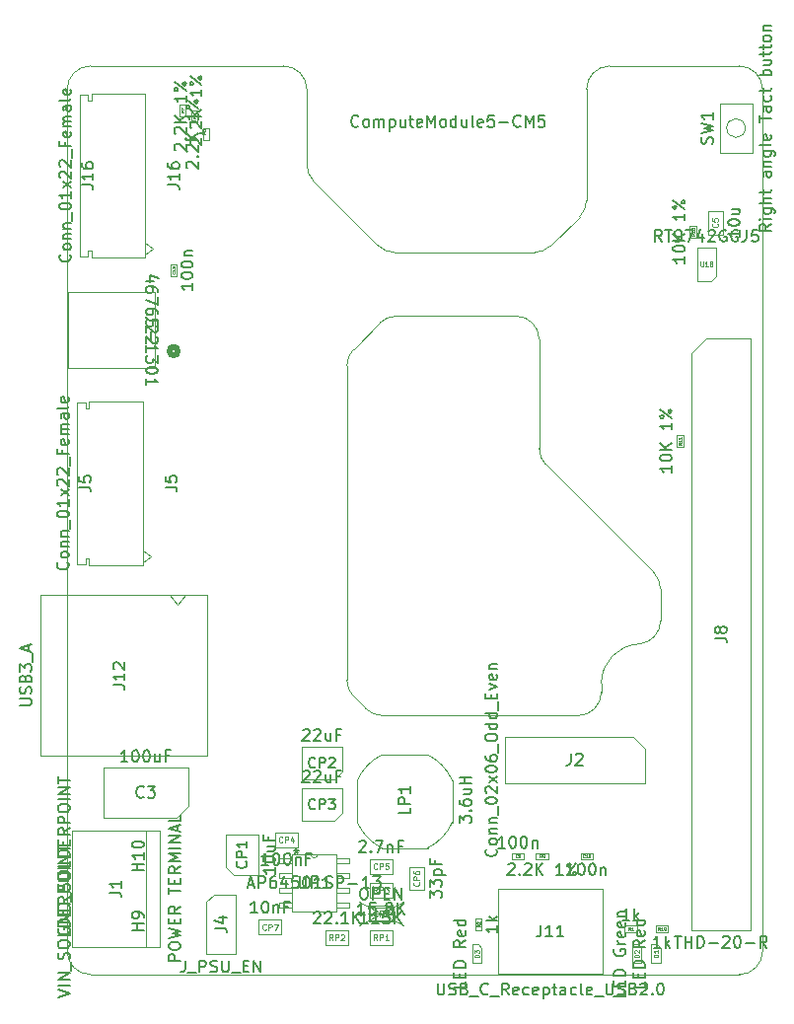
<source format=gbr>
G04 #@! TF.GenerationSoftware,KiCad,Pcbnew,9.0.3*
G04 #@! TF.CreationDate,2026-01-22T00:39:22+01:00*
G04 #@! TF.ProjectId,CM5IO,434d3549-4f2e-46b6-9963-61645f706362,rev?*
G04 #@! TF.SameCoordinates,Original*
G04 #@! TF.FileFunction,AssemblyDrawing,Top*
%FSLAX46Y46*%
G04 Gerber Fmt 4.6, Leading zero omitted, Abs format (unit mm)*
G04 Created by KiCad (PCBNEW 9.0.3) date 2026-01-22 00:39:22*
%MOMM*%
%LPD*%
G01*
G04 APERTURE LIST*
%ADD10C,0.150000*%
%ADD11C,0.080000*%
%ADD12C,0.040000*%
%ADD13C,0.060000*%
%ADD14C,0.130000*%
%ADD15C,0.100000*%
%ADD16C,0.025400*%
%ADD17C,0.508000*%
G04 #@! TA.AperFunction,Profile*
%ADD18C,0.050000*%
G04 #@! TD*
G04 APERTURE END LIST*
D10*
X204016819Y-82628857D02*
X204016819Y-83200285D01*
X204016819Y-82914571D02*
X203016819Y-82914571D01*
X203016819Y-82914571D02*
X203159676Y-83009809D01*
X203159676Y-83009809D02*
X203254914Y-83105047D01*
X203254914Y-83105047D02*
X203302533Y-83200285D01*
X203016819Y-82009809D02*
X203016819Y-81914571D01*
X203016819Y-81914571D02*
X203064438Y-81819333D01*
X203064438Y-81819333D02*
X203112057Y-81771714D01*
X203112057Y-81771714D02*
X203207295Y-81724095D01*
X203207295Y-81724095D02*
X203397771Y-81676476D01*
X203397771Y-81676476D02*
X203635866Y-81676476D01*
X203635866Y-81676476D02*
X203826342Y-81724095D01*
X203826342Y-81724095D02*
X203921580Y-81771714D01*
X203921580Y-81771714D02*
X203969200Y-81819333D01*
X203969200Y-81819333D02*
X204016819Y-81914571D01*
X204016819Y-81914571D02*
X204016819Y-82009809D01*
X204016819Y-82009809D02*
X203969200Y-82105047D01*
X203969200Y-82105047D02*
X203921580Y-82152666D01*
X203921580Y-82152666D02*
X203826342Y-82200285D01*
X203826342Y-82200285D02*
X203635866Y-82247904D01*
X203635866Y-82247904D02*
X203397771Y-82247904D01*
X203397771Y-82247904D02*
X203207295Y-82200285D01*
X203207295Y-82200285D02*
X203112057Y-82152666D01*
X203112057Y-82152666D02*
X203064438Y-82105047D01*
X203064438Y-82105047D02*
X203016819Y-82009809D01*
X203350152Y-80819333D02*
X204016819Y-80819333D01*
X203350152Y-81247904D02*
X203873961Y-81247904D01*
X203873961Y-81247904D02*
X203969200Y-81200285D01*
X203969200Y-81200285D02*
X204016819Y-81105047D01*
X204016819Y-81105047D02*
X204016819Y-80962190D01*
X204016819Y-80962190D02*
X203969200Y-80866952D01*
X203969200Y-80866952D02*
X203921580Y-80819333D01*
D11*
X202091530Y-82069333D02*
X202115340Y-82093142D01*
X202115340Y-82093142D02*
X202139149Y-82164571D01*
X202139149Y-82164571D02*
X202139149Y-82212190D01*
X202139149Y-82212190D02*
X202115340Y-82283618D01*
X202115340Y-82283618D02*
X202067720Y-82331237D01*
X202067720Y-82331237D02*
X202020101Y-82355047D01*
X202020101Y-82355047D02*
X201924863Y-82378856D01*
X201924863Y-82378856D02*
X201853435Y-82378856D01*
X201853435Y-82378856D02*
X201758197Y-82355047D01*
X201758197Y-82355047D02*
X201710578Y-82331237D01*
X201710578Y-82331237D02*
X201662959Y-82283618D01*
X201662959Y-82283618D02*
X201639149Y-82212190D01*
X201639149Y-82212190D02*
X201639149Y-82164571D01*
X201639149Y-82164571D02*
X201662959Y-82093142D01*
X201662959Y-82093142D02*
X201686768Y-82069333D01*
X201639149Y-81616952D02*
X201639149Y-81855047D01*
X201639149Y-81855047D02*
X201877244Y-81878856D01*
X201877244Y-81878856D02*
X201853435Y-81855047D01*
X201853435Y-81855047D02*
X201829625Y-81807428D01*
X201829625Y-81807428D02*
X201829625Y-81688380D01*
X201829625Y-81688380D02*
X201853435Y-81640761D01*
X201853435Y-81640761D02*
X201877244Y-81616952D01*
X201877244Y-81616952D02*
X201924863Y-81593142D01*
X201924863Y-81593142D02*
X202043911Y-81593142D01*
X202043911Y-81593142D02*
X202091530Y-81616952D01*
X202091530Y-81616952D02*
X202115340Y-81640761D01*
X202115340Y-81640761D02*
X202139149Y-81688380D01*
X202139149Y-81688380D02*
X202139149Y-81807428D01*
X202139149Y-81807428D02*
X202115340Y-81855047D01*
X202115340Y-81855047D02*
X202091530Y-81878856D01*
D10*
X157054819Y-87169047D02*
X157054819Y-87740475D01*
X157054819Y-87454761D02*
X156054819Y-87454761D01*
X156054819Y-87454761D02*
X156197676Y-87549999D01*
X156197676Y-87549999D02*
X156292914Y-87645237D01*
X156292914Y-87645237D02*
X156340533Y-87740475D01*
X156054819Y-86549999D02*
X156054819Y-86454761D01*
X156054819Y-86454761D02*
X156102438Y-86359523D01*
X156102438Y-86359523D02*
X156150057Y-86311904D01*
X156150057Y-86311904D02*
X156245295Y-86264285D01*
X156245295Y-86264285D02*
X156435771Y-86216666D01*
X156435771Y-86216666D02*
X156673866Y-86216666D01*
X156673866Y-86216666D02*
X156864342Y-86264285D01*
X156864342Y-86264285D02*
X156959580Y-86311904D01*
X156959580Y-86311904D02*
X157007200Y-86359523D01*
X157007200Y-86359523D02*
X157054819Y-86454761D01*
X157054819Y-86454761D02*
X157054819Y-86549999D01*
X157054819Y-86549999D02*
X157007200Y-86645237D01*
X157007200Y-86645237D02*
X156959580Y-86692856D01*
X156959580Y-86692856D02*
X156864342Y-86740475D01*
X156864342Y-86740475D02*
X156673866Y-86788094D01*
X156673866Y-86788094D02*
X156435771Y-86788094D01*
X156435771Y-86788094D02*
X156245295Y-86740475D01*
X156245295Y-86740475D02*
X156150057Y-86692856D01*
X156150057Y-86692856D02*
X156102438Y-86645237D01*
X156102438Y-86645237D02*
X156054819Y-86549999D01*
X156054819Y-85597618D02*
X156054819Y-85502380D01*
X156054819Y-85502380D02*
X156102438Y-85407142D01*
X156102438Y-85407142D02*
X156150057Y-85359523D01*
X156150057Y-85359523D02*
X156245295Y-85311904D01*
X156245295Y-85311904D02*
X156435771Y-85264285D01*
X156435771Y-85264285D02*
X156673866Y-85264285D01*
X156673866Y-85264285D02*
X156864342Y-85311904D01*
X156864342Y-85311904D02*
X156959580Y-85359523D01*
X156959580Y-85359523D02*
X157007200Y-85407142D01*
X157007200Y-85407142D02*
X157054819Y-85502380D01*
X157054819Y-85502380D02*
X157054819Y-85597618D01*
X157054819Y-85597618D02*
X157007200Y-85692856D01*
X157007200Y-85692856D02*
X156959580Y-85740475D01*
X156959580Y-85740475D02*
X156864342Y-85788094D01*
X156864342Y-85788094D02*
X156673866Y-85835713D01*
X156673866Y-85835713D02*
X156435771Y-85835713D01*
X156435771Y-85835713D02*
X156245295Y-85788094D01*
X156245295Y-85788094D02*
X156150057Y-85740475D01*
X156150057Y-85740475D02*
X156102438Y-85692856D01*
X156102438Y-85692856D02*
X156054819Y-85597618D01*
X156388152Y-84835713D02*
X157054819Y-84835713D01*
X156483390Y-84835713D02*
X156435771Y-84788094D01*
X156435771Y-84788094D02*
X156388152Y-84692856D01*
X156388152Y-84692856D02*
X156388152Y-84549999D01*
X156388152Y-84549999D02*
X156435771Y-84454761D01*
X156435771Y-84454761D02*
X156531009Y-84407142D01*
X156531009Y-84407142D02*
X157054819Y-84407142D01*
D12*
X155519765Y-86210714D02*
X155531670Y-86222618D01*
X155531670Y-86222618D02*
X155543574Y-86258333D01*
X155543574Y-86258333D02*
X155543574Y-86282142D01*
X155543574Y-86282142D02*
X155531670Y-86317856D01*
X155531670Y-86317856D02*
X155507860Y-86341666D01*
X155507860Y-86341666D02*
X155484050Y-86353571D01*
X155484050Y-86353571D02*
X155436431Y-86365475D01*
X155436431Y-86365475D02*
X155400717Y-86365475D01*
X155400717Y-86365475D02*
X155353098Y-86353571D01*
X155353098Y-86353571D02*
X155329289Y-86341666D01*
X155329289Y-86341666D02*
X155305479Y-86317856D01*
X155305479Y-86317856D02*
X155293574Y-86282142D01*
X155293574Y-86282142D02*
X155293574Y-86258333D01*
X155293574Y-86258333D02*
X155305479Y-86222618D01*
X155305479Y-86222618D02*
X155317384Y-86210714D01*
X155543574Y-85972618D02*
X155543574Y-86115475D01*
X155543574Y-86044047D02*
X155293574Y-86044047D01*
X155293574Y-86044047D02*
X155329289Y-86067856D01*
X155329289Y-86067856D02*
X155353098Y-86091666D01*
X155353098Y-86091666D02*
X155365003Y-86115475D01*
X155293574Y-85889285D02*
X155293574Y-85734523D01*
X155293574Y-85734523D02*
X155388812Y-85817857D01*
X155388812Y-85817857D02*
X155388812Y-85782142D01*
X155388812Y-85782142D02*
X155400717Y-85758333D01*
X155400717Y-85758333D02*
X155412622Y-85746428D01*
X155412622Y-85746428D02*
X155436431Y-85734523D01*
X155436431Y-85734523D02*
X155495955Y-85734523D01*
X155495955Y-85734523D02*
X155519765Y-85746428D01*
X155519765Y-85746428D02*
X155531670Y-85758333D01*
X155531670Y-85758333D02*
X155543574Y-85782142D01*
X155543574Y-85782142D02*
X155543574Y-85853571D01*
X155543574Y-85853571D02*
X155531670Y-85877380D01*
X155531670Y-85877380D02*
X155519765Y-85889285D01*
D10*
X154708819Y-104671333D02*
X155423104Y-104671333D01*
X155423104Y-104671333D02*
X155565961Y-104718952D01*
X155565961Y-104718952D02*
X155661200Y-104814190D01*
X155661200Y-104814190D02*
X155708819Y-104957047D01*
X155708819Y-104957047D02*
X155708819Y-105052285D01*
X154708819Y-103718952D02*
X154708819Y-104195142D01*
X154708819Y-104195142D02*
X155185009Y-104242761D01*
X155185009Y-104242761D02*
X155137390Y-104195142D01*
X155137390Y-104195142D02*
X155089771Y-104099904D01*
X155089771Y-104099904D02*
X155089771Y-103861809D01*
X155089771Y-103861809D02*
X155137390Y-103766571D01*
X155137390Y-103766571D02*
X155185009Y-103718952D01*
X155185009Y-103718952D02*
X155280247Y-103671333D01*
X155280247Y-103671333D02*
X155518342Y-103671333D01*
X155518342Y-103671333D02*
X155613580Y-103718952D01*
X155613580Y-103718952D02*
X155661200Y-103766571D01*
X155661200Y-103766571D02*
X155708819Y-103861809D01*
X155708819Y-103861809D02*
X155708819Y-104099904D01*
X155708819Y-104099904D02*
X155661200Y-104195142D01*
X155661200Y-104195142D02*
X155613580Y-104242761D01*
X146313580Y-111123715D02*
X146361200Y-111171334D01*
X146361200Y-111171334D02*
X146408819Y-111314191D01*
X146408819Y-111314191D02*
X146408819Y-111409429D01*
X146408819Y-111409429D02*
X146361200Y-111552286D01*
X146361200Y-111552286D02*
X146265961Y-111647524D01*
X146265961Y-111647524D02*
X146170723Y-111695143D01*
X146170723Y-111695143D02*
X145980247Y-111742762D01*
X145980247Y-111742762D02*
X145837390Y-111742762D01*
X145837390Y-111742762D02*
X145646914Y-111695143D01*
X145646914Y-111695143D02*
X145551676Y-111647524D01*
X145551676Y-111647524D02*
X145456438Y-111552286D01*
X145456438Y-111552286D02*
X145408819Y-111409429D01*
X145408819Y-111409429D02*
X145408819Y-111314191D01*
X145408819Y-111314191D02*
X145456438Y-111171334D01*
X145456438Y-111171334D02*
X145504057Y-111123715D01*
X146408819Y-110552286D02*
X146361200Y-110647524D01*
X146361200Y-110647524D02*
X146313580Y-110695143D01*
X146313580Y-110695143D02*
X146218342Y-110742762D01*
X146218342Y-110742762D02*
X145932628Y-110742762D01*
X145932628Y-110742762D02*
X145837390Y-110695143D01*
X145837390Y-110695143D02*
X145789771Y-110647524D01*
X145789771Y-110647524D02*
X145742152Y-110552286D01*
X145742152Y-110552286D02*
X145742152Y-110409429D01*
X145742152Y-110409429D02*
X145789771Y-110314191D01*
X145789771Y-110314191D02*
X145837390Y-110266572D01*
X145837390Y-110266572D02*
X145932628Y-110218953D01*
X145932628Y-110218953D02*
X146218342Y-110218953D01*
X146218342Y-110218953D02*
X146313580Y-110266572D01*
X146313580Y-110266572D02*
X146361200Y-110314191D01*
X146361200Y-110314191D02*
X146408819Y-110409429D01*
X146408819Y-110409429D02*
X146408819Y-110552286D01*
X145742152Y-109790381D02*
X146408819Y-109790381D01*
X145837390Y-109790381D02*
X145789771Y-109742762D01*
X145789771Y-109742762D02*
X145742152Y-109647524D01*
X145742152Y-109647524D02*
X145742152Y-109504667D01*
X145742152Y-109504667D02*
X145789771Y-109409429D01*
X145789771Y-109409429D02*
X145885009Y-109361810D01*
X145885009Y-109361810D02*
X146408819Y-109361810D01*
X145742152Y-108885619D02*
X146408819Y-108885619D01*
X145837390Y-108885619D02*
X145789771Y-108838000D01*
X145789771Y-108838000D02*
X145742152Y-108742762D01*
X145742152Y-108742762D02*
X145742152Y-108599905D01*
X145742152Y-108599905D02*
X145789771Y-108504667D01*
X145789771Y-108504667D02*
X145885009Y-108457048D01*
X145885009Y-108457048D02*
X146408819Y-108457048D01*
X146504057Y-108218953D02*
X146504057Y-107457048D01*
X145408819Y-107028476D02*
X145408819Y-106933238D01*
X145408819Y-106933238D02*
X145456438Y-106838000D01*
X145456438Y-106838000D02*
X145504057Y-106790381D01*
X145504057Y-106790381D02*
X145599295Y-106742762D01*
X145599295Y-106742762D02*
X145789771Y-106695143D01*
X145789771Y-106695143D02*
X146027866Y-106695143D01*
X146027866Y-106695143D02*
X146218342Y-106742762D01*
X146218342Y-106742762D02*
X146313580Y-106790381D01*
X146313580Y-106790381D02*
X146361200Y-106838000D01*
X146361200Y-106838000D02*
X146408819Y-106933238D01*
X146408819Y-106933238D02*
X146408819Y-107028476D01*
X146408819Y-107028476D02*
X146361200Y-107123714D01*
X146361200Y-107123714D02*
X146313580Y-107171333D01*
X146313580Y-107171333D02*
X146218342Y-107218952D01*
X146218342Y-107218952D02*
X146027866Y-107266571D01*
X146027866Y-107266571D02*
X145789771Y-107266571D01*
X145789771Y-107266571D02*
X145599295Y-107218952D01*
X145599295Y-107218952D02*
X145504057Y-107171333D01*
X145504057Y-107171333D02*
X145456438Y-107123714D01*
X145456438Y-107123714D02*
X145408819Y-107028476D01*
X146408819Y-105742762D02*
X146408819Y-106314190D01*
X146408819Y-106028476D02*
X145408819Y-106028476D01*
X145408819Y-106028476D02*
X145551676Y-106123714D01*
X145551676Y-106123714D02*
X145646914Y-106218952D01*
X145646914Y-106218952D02*
X145694533Y-106314190D01*
X146408819Y-105409428D02*
X145742152Y-104885619D01*
X145742152Y-105409428D02*
X146408819Y-104885619D01*
X145504057Y-104552285D02*
X145456438Y-104504666D01*
X145456438Y-104504666D02*
X145408819Y-104409428D01*
X145408819Y-104409428D02*
X145408819Y-104171333D01*
X145408819Y-104171333D02*
X145456438Y-104076095D01*
X145456438Y-104076095D02*
X145504057Y-104028476D01*
X145504057Y-104028476D02*
X145599295Y-103980857D01*
X145599295Y-103980857D02*
X145694533Y-103980857D01*
X145694533Y-103980857D02*
X145837390Y-104028476D01*
X145837390Y-104028476D02*
X146408819Y-104599904D01*
X146408819Y-104599904D02*
X146408819Y-103980857D01*
X145504057Y-103599904D02*
X145456438Y-103552285D01*
X145456438Y-103552285D02*
X145408819Y-103457047D01*
X145408819Y-103457047D02*
X145408819Y-103218952D01*
X145408819Y-103218952D02*
X145456438Y-103123714D01*
X145456438Y-103123714D02*
X145504057Y-103076095D01*
X145504057Y-103076095D02*
X145599295Y-103028476D01*
X145599295Y-103028476D02*
X145694533Y-103028476D01*
X145694533Y-103028476D02*
X145837390Y-103076095D01*
X145837390Y-103076095D02*
X146408819Y-103647523D01*
X146408819Y-103647523D02*
X146408819Y-103028476D01*
X146504057Y-102838000D02*
X146504057Y-102076095D01*
X145885009Y-101504666D02*
X145885009Y-101837999D01*
X146408819Y-101837999D02*
X145408819Y-101837999D01*
X145408819Y-101837999D02*
X145408819Y-101361809D01*
X146361200Y-100599904D02*
X146408819Y-100695142D01*
X146408819Y-100695142D02*
X146408819Y-100885618D01*
X146408819Y-100885618D02*
X146361200Y-100980856D01*
X146361200Y-100980856D02*
X146265961Y-101028475D01*
X146265961Y-101028475D02*
X145885009Y-101028475D01*
X145885009Y-101028475D02*
X145789771Y-100980856D01*
X145789771Y-100980856D02*
X145742152Y-100885618D01*
X145742152Y-100885618D02*
X145742152Y-100695142D01*
X145742152Y-100695142D02*
X145789771Y-100599904D01*
X145789771Y-100599904D02*
X145885009Y-100552285D01*
X145885009Y-100552285D02*
X145980247Y-100552285D01*
X145980247Y-100552285D02*
X146075485Y-101028475D01*
X146408819Y-100123713D02*
X145742152Y-100123713D01*
X145837390Y-100123713D02*
X145789771Y-100076094D01*
X145789771Y-100076094D02*
X145742152Y-99980856D01*
X145742152Y-99980856D02*
X145742152Y-99837999D01*
X145742152Y-99837999D02*
X145789771Y-99742761D01*
X145789771Y-99742761D02*
X145885009Y-99695142D01*
X145885009Y-99695142D02*
X146408819Y-99695142D01*
X145885009Y-99695142D02*
X145789771Y-99647523D01*
X145789771Y-99647523D02*
X145742152Y-99552285D01*
X145742152Y-99552285D02*
X145742152Y-99409428D01*
X145742152Y-99409428D02*
X145789771Y-99314189D01*
X145789771Y-99314189D02*
X145885009Y-99266570D01*
X145885009Y-99266570D02*
X146408819Y-99266570D01*
X146408819Y-98361809D02*
X145885009Y-98361809D01*
X145885009Y-98361809D02*
X145789771Y-98409428D01*
X145789771Y-98409428D02*
X145742152Y-98504666D01*
X145742152Y-98504666D02*
X145742152Y-98695142D01*
X145742152Y-98695142D02*
X145789771Y-98790380D01*
X146361200Y-98361809D02*
X146408819Y-98457047D01*
X146408819Y-98457047D02*
X146408819Y-98695142D01*
X146408819Y-98695142D02*
X146361200Y-98790380D01*
X146361200Y-98790380D02*
X146265961Y-98837999D01*
X146265961Y-98837999D02*
X146170723Y-98837999D01*
X146170723Y-98837999D02*
X146075485Y-98790380D01*
X146075485Y-98790380D02*
X146027866Y-98695142D01*
X146027866Y-98695142D02*
X146027866Y-98457047D01*
X146027866Y-98457047D02*
X145980247Y-98361809D01*
X146408819Y-97742761D02*
X146361200Y-97837999D01*
X146361200Y-97837999D02*
X146265961Y-97885618D01*
X146265961Y-97885618D02*
X145408819Y-97885618D01*
X146361200Y-96980856D02*
X146408819Y-97076094D01*
X146408819Y-97076094D02*
X146408819Y-97266570D01*
X146408819Y-97266570D02*
X146361200Y-97361808D01*
X146361200Y-97361808D02*
X146265961Y-97409427D01*
X146265961Y-97409427D02*
X145885009Y-97409427D01*
X145885009Y-97409427D02*
X145789771Y-97361808D01*
X145789771Y-97361808D02*
X145742152Y-97266570D01*
X145742152Y-97266570D02*
X145742152Y-97076094D01*
X145742152Y-97076094D02*
X145789771Y-96980856D01*
X145789771Y-96980856D02*
X145885009Y-96933237D01*
X145885009Y-96933237D02*
X145980247Y-96933237D01*
X145980247Y-96933237D02*
X146075485Y-97409427D01*
X147308819Y-104671333D02*
X148023104Y-104671333D01*
X148023104Y-104671333D02*
X148165961Y-104718952D01*
X148165961Y-104718952D02*
X148261200Y-104814190D01*
X148261200Y-104814190D02*
X148308819Y-104957047D01*
X148308819Y-104957047D02*
X148308819Y-105052285D01*
X147308819Y-103718952D02*
X147308819Y-104195142D01*
X147308819Y-104195142D02*
X147785009Y-104242761D01*
X147785009Y-104242761D02*
X147737390Y-104195142D01*
X147737390Y-104195142D02*
X147689771Y-104099904D01*
X147689771Y-104099904D02*
X147689771Y-103861809D01*
X147689771Y-103861809D02*
X147737390Y-103766571D01*
X147737390Y-103766571D02*
X147785009Y-103718952D01*
X147785009Y-103718952D02*
X147880247Y-103671333D01*
X147880247Y-103671333D02*
X148118342Y-103671333D01*
X148118342Y-103671333D02*
X148213580Y-103718952D01*
X148213580Y-103718952D02*
X148261200Y-103766571D01*
X148261200Y-103766571D02*
X148308819Y-103861809D01*
X148308819Y-103861809D02*
X148308819Y-104099904D01*
X148308819Y-104099904D02*
X148261200Y-104195142D01*
X148261200Y-104195142D02*
X148213580Y-104242761D01*
X154904819Y-78731523D02*
X155619104Y-78731523D01*
X155619104Y-78731523D02*
X155761961Y-78779142D01*
X155761961Y-78779142D02*
X155857200Y-78874380D01*
X155857200Y-78874380D02*
X155904819Y-79017237D01*
X155904819Y-79017237D02*
X155904819Y-79112475D01*
X155904819Y-77731523D02*
X155904819Y-78302951D01*
X155904819Y-78017237D02*
X154904819Y-78017237D01*
X154904819Y-78017237D02*
X155047676Y-78112475D01*
X155047676Y-78112475D02*
X155142914Y-78207713D01*
X155142914Y-78207713D02*
X155190533Y-78302951D01*
X154904819Y-76874380D02*
X154904819Y-77064856D01*
X154904819Y-77064856D02*
X154952438Y-77160094D01*
X154952438Y-77160094D02*
X155000057Y-77207713D01*
X155000057Y-77207713D02*
X155142914Y-77302951D01*
X155142914Y-77302951D02*
X155333390Y-77350570D01*
X155333390Y-77350570D02*
X155714342Y-77350570D01*
X155714342Y-77350570D02*
X155809580Y-77302951D01*
X155809580Y-77302951D02*
X155857200Y-77255332D01*
X155857200Y-77255332D02*
X155904819Y-77160094D01*
X155904819Y-77160094D02*
X155904819Y-76969618D01*
X155904819Y-76969618D02*
X155857200Y-76874380D01*
X155857200Y-76874380D02*
X155809580Y-76826761D01*
X155809580Y-76826761D02*
X155714342Y-76779142D01*
X155714342Y-76779142D02*
X155476247Y-76779142D01*
X155476247Y-76779142D02*
X155381009Y-76826761D01*
X155381009Y-76826761D02*
X155333390Y-76874380D01*
X155333390Y-76874380D02*
X155285771Y-76969618D01*
X155285771Y-76969618D02*
X155285771Y-77160094D01*
X155285771Y-77160094D02*
X155333390Y-77255332D01*
X155333390Y-77255332D02*
X155381009Y-77302951D01*
X155381009Y-77302951D02*
X155476247Y-77350570D01*
X146509580Y-84707715D02*
X146557200Y-84755334D01*
X146557200Y-84755334D02*
X146604819Y-84898191D01*
X146604819Y-84898191D02*
X146604819Y-84993429D01*
X146604819Y-84993429D02*
X146557200Y-85136286D01*
X146557200Y-85136286D02*
X146461961Y-85231524D01*
X146461961Y-85231524D02*
X146366723Y-85279143D01*
X146366723Y-85279143D02*
X146176247Y-85326762D01*
X146176247Y-85326762D02*
X146033390Y-85326762D01*
X146033390Y-85326762D02*
X145842914Y-85279143D01*
X145842914Y-85279143D02*
X145747676Y-85231524D01*
X145747676Y-85231524D02*
X145652438Y-85136286D01*
X145652438Y-85136286D02*
X145604819Y-84993429D01*
X145604819Y-84993429D02*
X145604819Y-84898191D01*
X145604819Y-84898191D02*
X145652438Y-84755334D01*
X145652438Y-84755334D02*
X145700057Y-84707715D01*
X146604819Y-84136286D02*
X146557200Y-84231524D01*
X146557200Y-84231524D02*
X146509580Y-84279143D01*
X146509580Y-84279143D02*
X146414342Y-84326762D01*
X146414342Y-84326762D02*
X146128628Y-84326762D01*
X146128628Y-84326762D02*
X146033390Y-84279143D01*
X146033390Y-84279143D02*
X145985771Y-84231524D01*
X145985771Y-84231524D02*
X145938152Y-84136286D01*
X145938152Y-84136286D02*
X145938152Y-83993429D01*
X145938152Y-83993429D02*
X145985771Y-83898191D01*
X145985771Y-83898191D02*
X146033390Y-83850572D01*
X146033390Y-83850572D02*
X146128628Y-83802953D01*
X146128628Y-83802953D02*
X146414342Y-83802953D01*
X146414342Y-83802953D02*
X146509580Y-83850572D01*
X146509580Y-83850572D02*
X146557200Y-83898191D01*
X146557200Y-83898191D02*
X146604819Y-83993429D01*
X146604819Y-83993429D02*
X146604819Y-84136286D01*
X145938152Y-83374381D02*
X146604819Y-83374381D01*
X146033390Y-83374381D02*
X145985771Y-83326762D01*
X145985771Y-83326762D02*
X145938152Y-83231524D01*
X145938152Y-83231524D02*
X145938152Y-83088667D01*
X145938152Y-83088667D02*
X145985771Y-82993429D01*
X145985771Y-82993429D02*
X146081009Y-82945810D01*
X146081009Y-82945810D02*
X146604819Y-82945810D01*
X145938152Y-82469619D02*
X146604819Y-82469619D01*
X146033390Y-82469619D02*
X145985771Y-82422000D01*
X145985771Y-82422000D02*
X145938152Y-82326762D01*
X145938152Y-82326762D02*
X145938152Y-82183905D01*
X145938152Y-82183905D02*
X145985771Y-82088667D01*
X145985771Y-82088667D02*
X146081009Y-82041048D01*
X146081009Y-82041048D02*
X146604819Y-82041048D01*
X146700057Y-81802953D02*
X146700057Y-81041048D01*
X145604819Y-80612476D02*
X145604819Y-80517238D01*
X145604819Y-80517238D02*
X145652438Y-80422000D01*
X145652438Y-80422000D02*
X145700057Y-80374381D01*
X145700057Y-80374381D02*
X145795295Y-80326762D01*
X145795295Y-80326762D02*
X145985771Y-80279143D01*
X145985771Y-80279143D02*
X146223866Y-80279143D01*
X146223866Y-80279143D02*
X146414342Y-80326762D01*
X146414342Y-80326762D02*
X146509580Y-80374381D01*
X146509580Y-80374381D02*
X146557200Y-80422000D01*
X146557200Y-80422000D02*
X146604819Y-80517238D01*
X146604819Y-80517238D02*
X146604819Y-80612476D01*
X146604819Y-80612476D02*
X146557200Y-80707714D01*
X146557200Y-80707714D02*
X146509580Y-80755333D01*
X146509580Y-80755333D02*
X146414342Y-80802952D01*
X146414342Y-80802952D02*
X146223866Y-80850571D01*
X146223866Y-80850571D02*
X145985771Y-80850571D01*
X145985771Y-80850571D02*
X145795295Y-80802952D01*
X145795295Y-80802952D02*
X145700057Y-80755333D01*
X145700057Y-80755333D02*
X145652438Y-80707714D01*
X145652438Y-80707714D02*
X145604819Y-80612476D01*
X146604819Y-79326762D02*
X146604819Y-79898190D01*
X146604819Y-79612476D02*
X145604819Y-79612476D01*
X145604819Y-79612476D02*
X145747676Y-79707714D01*
X145747676Y-79707714D02*
X145842914Y-79802952D01*
X145842914Y-79802952D02*
X145890533Y-79898190D01*
X146604819Y-78993428D02*
X145938152Y-78469619D01*
X145938152Y-78993428D02*
X146604819Y-78469619D01*
X145700057Y-78136285D02*
X145652438Y-78088666D01*
X145652438Y-78088666D02*
X145604819Y-77993428D01*
X145604819Y-77993428D02*
X145604819Y-77755333D01*
X145604819Y-77755333D02*
X145652438Y-77660095D01*
X145652438Y-77660095D02*
X145700057Y-77612476D01*
X145700057Y-77612476D02*
X145795295Y-77564857D01*
X145795295Y-77564857D02*
X145890533Y-77564857D01*
X145890533Y-77564857D02*
X146033390Y-77612476D01*
X146033390Y-77612476D02*
X146604819Y-78183904D01*
X146604819Y-78183904D02*
X146604819Y-77564857D01*
X145700057Y-77183904D02*
X145652438Y-77136285D01*
X145652438Y-77136285D02*
X145604819Y-77041047D01*
X145604819Y-77041047D02*
X145604819Y-76802952D01*
X145604819Y-76802952D02*
X145652438Y-76707714D01*
X145652438Y-76707714D02*
X145700057Y-76660095D01*
X145700057Y-76660095D02*
X145795295Y-76612476D01*
X145795295Y-76612476D02*
X145890533Y-76612476D01*
X145890533Y-76612476D02*
X146033390Y-76660095D01*
X146033390Y-76660095D02*
X146604819Y-77231523D01*
X146604819Y-77231523D02*
X146604819Y-76612476D01*
X146700057Y-76422000D02*
X146700057Y-75660095D01*
X146081009Y-75088666D02*
X146081009Y-75421999D01*
X146604819Y-75421999D02*
X145604819Y-75421999D01*
X145604819Y-75421999D02*
X145604819Y-74945809D01*
X146557200Y-74183904D02*
X146604819Y-74279142D01*
X146604819Y-74279142D02*
X146604819Y-74469618D01*
X146604819Y-74469618D02*
X146557200Y-74564856D01*
X146557200Y-74564856D02*
X146461961Y-74612475D01*
X146461961Y-74612475D02*
X146081009Y-74612475D01*
X146081009Y-74612475D02*
X145985771Y-74564856D01*
X145985771Y-74564856D02*
X145938152Y-74469618D01*
X145938152Y-74469618D02*
X145938152Y-74279142D01*
X145938152Y-74279142D02*
X145985771Y-74183904D01*
X145985771Y-74183904D02*
X146081009Y-74136285D01*
X146081009Y-74136285D02*
X146176247Y-74136285D01*
X146176247Y-74136285D02*
X146271485Y-74612475D01*
X146604819Y-73707713D02*
X145938152Y-73707713D01*
X146033390Y-73707713D02*
X145985771Y-73660094D01*
X145985771Y-73660094D02*
X145938152Y-73564856D01*
X145938152Y-73564856D02*
X145938152Y-73421999D01*
X145938152Y-73421999D02*
X145985771Y-73326761D01*
X145985771Y-73326761D02*
X146081009Y-73279142D01*
X146081009Y-73279142D02*
X146604819Y-73279142D01*
X146081009Y-73279142D02*
X145985771Y-73231523D01*
X145985771Y-73231523D02*
X145938152Y-73136285D01*
X145938152Y-73136285D02*
X145938152Y-72993428D01*
X145938152Y-72993428D02*
X145985771Y-72898189D01*
X145985771Y-72898189D02*
X146081009Y-72850570D01*
X146081009Y-72850570D02*
X146604819Y-72850570D01*
X146604819Y-71945809D02*
X146081009Y-71945809D01*
X146081009Y-71945809D02*
X145985771Y-71993428D01*
X145985771Y-71993428D02*
X145938152Y-72088666D01*
X145938152Y-72088666D02*
X145938152Y-72279142D01*
X145938152Y-72279142D02*
X145985771Y-72374380D01*
X146557200Y-71945809D02*
X146604819Y-72041047D01*
X146604819Y-72041047D02*
X146604819Y-72279142D01*
X146604819Y-72279142D02*
X146557200Y-72374380D01*
X146557200Y-72374380D02*
X146461961Y-72421999D01*
X146461961Y-72421999D02*
X146366723Y-72421999D01*
X146366723Y-72421999D02*
X146271485Y-72374380D01*
X146271485Y-72374380D02*
X146223866Y-72279142D01*
X146223866Y-72279142D02*
X146223866Y-72041047D01*
X146223866Y-72041047D02*
X146176247Y-71945809D01*
X146604819Y-71326761D02*
X146557200Y-71421999D01*
X146557200Y-71421999D02*
X146461961Y-71469618D01*
X146461961Y-71469618D02*
X145604819Y-71469618D01*
X146557200Y-70564856D02*
X146604819Y-70660094D01*
X146604819Y-70660094D02*
X146604819Y-70850570D01*
X146604819Y-70850570D02*
X146557200Y-70945808D01*
X146557200Y-70945808D02*
X146461961Y-70993427D01*
X146461961Y-70993427D02*
X146081009Y-70993427D01*
X146081009Y-70993427D02*
X145985771Y-70945808D01*
X145985771Y-70945808D02*
X145938152Y-70850570D01*
X145938152Y-70850570D02*
X145938152Y-70660094D01*
X145938152Y-70660094D02*
X145985771Y-70564856D01*
X145985771Y-70564856D02*
X146081009Y-70517237D01*
X146081009Y-70517237D02*
X146176247Y-70517237D01*
X146176247Y-70517237D02*
X146271485Y-70993427D01*
X147504819Y-78731523D02*
X148219104Y-78731523D01*
X148219104Y-78731523D02*
X148361961Y-78779142D01*
X148361961Y-78779142D02*
X148457200Y-78874380D01*
X148457200Y-78874380D02*
X148504819Y-79017237D01*
X148504819Y-79017237D02*
X148504819Y-79112475D01*
X148504819Y-77731523D02*
X148504819Y-78302951D01*
X148504819Y-78017237D02*
X147504819Y-78017237D01*
X147504819Y-78017237D02*
X147647676Y-78112475D01*
X147647676Y-78112475D02*
X147742914Y-78207713D01*
X147742914Y-78207713D02*
X147790533Y-78302951D01*
X147504819Y-76874380D02*
X147504819Y-77064856D01*
X147504819Y-77064856D02*
X147552438Y-77160094D01*
X147552438Y-77160094D02*
X147600057Y-77207713D01*
X147600057Y-77207713D02*
X147742914Y-77302951D01*
X147742914Y-77302951D02*
X147933390Y-77350570D01*
X147933390Y-77350570D02*
X148314342Y-77350570D01*
X148314342Y-77350570D02*
X148409580Y-77302951D01*
X148409580Y-77302951D02*
X148457200Y-77255332D01*
X148457200Y-77255332D02*
X148504819Y-77160094D01*
X148504819Y-77160094D02*
X148504819Y-76969618D01*
X148504819Y-76969618D02*
X148457200Y-76874380D01*
X148457200Y-76874380D02*
X148409580Y-76826761D01*
X148409580Y-76826761D02*
X148314342Y-76779142D01*
X148314342Y-76779142D02*
X148076247Y-76779142D01*
X148076247Y-76779142D02*
X147981009Y-76826761D01*
X147981009Y-76826761D02*
X147933390Y-76874380D01*
X147933390Y-76874380D02*
X147885771Y-76969618D01*
X147885771Y-76969618D02*
X147885771Y-77160094D01*
X147885771Y-77160094D02*
X147933390Y-77255332D01*
X147933390Y-77255332D02*
X147981009Y-77302951D01*
X147981009Y-77302951D02*
X148076247Y-77350570D01*
X198420000Y-143206819D02*
X198991428Y-143206819D01*
X198705714Y-144206819D02*
X198705714Y-143206819D01*
X199324762Y-144206819D02*
X199324762Y-143206819D01*
X199324762Y-143683009D02*
X199896190Y-143683009D01*
X199896190Y-144206819D02*
X199896190Y-143206819D01*
X200372381Y-144206819D02*
X200372381Y-143206819D01*
X200372381Y-143206819D02*
X200610476Y-143206819D01*
X200610476Y-143206819D02*
X200753333Y-143254438D01*
X200753333Y-143254438D02*
X200848571Y-143349676D01*
X200848571Y-143349676D02*
X200896190Y-143444914D01*
X200896190Y-143444914D02*
X200943809Y-143635390D01*
X200943809Y-143635390D02*
X200943809Y-143778247D01*
X200943809Y-143778247D02*
X200896190Y-143968723D01*
X200896190Y-143968723D02*
X200848571Y-144063961D01*
X200848571Y-144063961D02*
X200753333Y-144159200D01*
X200753333Y-144159200D02*
X200610476Y-144206819D01*
X200610476Y-144206819D02*
X200372381Y-144206819D01*
X201372381Y-143825866D02*
X202134286Y-143825866D01*
X202562857Y-143302057D02*
X202610476Y-143254438D01*
X202610476Y-143254438D02*
X202705714Y-143206819D01*
X202705714Y-143206819D02*
X202943809Y-143206819D01*
X202943809Y-143206819D02*
X203039047Y-143254438D01*
X203039047Y-143254438D02*
X203086666Y-143302057D01*
X203086666Y-143302057D02*
X203134285Y-143397295D01*
X203134285Y-143397295D02*
X203134285Y-143492533D01*
X203134285Y-143492533D02*
X203086666Y-143635390D01*
X203086666Y-143635390D02*
X202515238Y-144206819D01*
X202515238Y-144206819D02*
X203134285Y-144206819D01*
X203753333Y-143206819D02*
X203848571Y-143206819D01*
X203848571Y-143206819D02*
X203943809Y-143254438D01*
X203943809Y-143254438D02*
X203991428Y-143302057D01*
X203991428Y-143302057D02*
X204039047Y-143397295D01*
X204039047Y-143397295D02*
X204086666Y-143587771D01*
X204086666Y-143587771D02*
X204086666Y-143825866D01*
X204086666Y-143825866D02*
X204039047Y-144016342D01*
X204039047Y-144016342D02*
X203991428Y-144111580D01*
X203991428Y-144111580D02*
X203943809Y-144159200D01*
X203943809Y-144159200D02*
X203848571Y-144206819D01*
X203848571Y-144206819D02*
X203753333Y-144206819D01*
X203753333Y-144206819D02*
X203658095Y-144159200D01*
X203658095Y-144159200D02*
X203610476Y-144111580D01*
X203610476Y-144111580D02*
X203562857Y-144016342D01*
X203562857Y-144016342D02*
X203515238Y-143825866D01*
X203515238Y-143825866D02*
X203515238Y-143587771D01*
X203515238Y-143587771D02*
X203562857Y-143397295D01*
X203562857Y-143397295D02*
X203610476Y-143302057D01*
X203610476Y-143302057D02*
X203658095Y-143254438D01*
X203658095Y-143254438D02*
X203753333Y-143206819D01*
X204515238Y-143825866D02*
X205277143Y-143825866D01*
X206324761Y-144206819D02*
X205991428Y-143730628D01*
X205753333Y-144206819D02*
X205753333Y-143206819D01*
X205753333Y-143206819D02*
X206134285Y-143206819D01*
X206134285Y-143206819D02*
X206229523Y-143254438D01*
X206229523Y-143254438D02*
X206277142Y-143302057D01*
X206277142Y-143302057D02*
X206324761Y-143397295D01*
X206324761Y-143397295D02*
X206324761Y-143540152D01*
X206324761Y-143540152D02*
X206277142Y-143635390D01*
X206277142Y-143635390D02*
X206229523Y-143683009D01*
X206229523Y-143683009D02*
X206134285Y-143730628D01*
X206134285Y-143730628D02*
X205753333Y-143730628D01*
X201874819Y-117625333D02*
X202589104Y-117625333D01*
X202589104Y-117625333D02*
X202731961Y-117672952D01*
X202731961Y-117672952D02*
X202827200Y-117768190D01*
X202827200Y-117768190D02*
X202874819Y-117911047D01*
X202874819Y-117911047D02*
X202874819Y-118006285D01*
X202303390Y-117006285D02*
X202255771Y-117101523D01*
X202255771Y-117101523D02*
X202208152Y-117149142D01*
X202208152Y-117149142D02*
X202112914Y-117196761D01*
X202112914Y-117196761D02*
X202065295Y-117196761D01*
X202065295Y-117196761D02*
X201970057Y-117149142D01*
X201970057Y-117149142D02*
X201922438Y-117101523D01*
X201922438Y-117101523D02*
X201874819Y-117006285D01*
X201874819Y-117006285D02*
X201874819Y-116815809D01*
X201874819Y-116815809D02*
X201922438Y-116720571D01*
X201922438Y-116720571D02*
X201970057Y-116672952D01*
X201970057Y-116672952D02*
X202065295Y-116625333D01*
X202065295Y-116625333D02*
X202112914Y-116625333D01*
X202112914Y-116625333D02*
X202208152Y-116672952D01*
X202208152Y-116672952D02*
X202255771Y-116720571D01*
X202255771Y-116720571D02*
X202303390Y-116815809D01*
X202303390Y-116815809D02*
X202303390Y-117006285D01*
X202303390Y-117006285D02*
X202351009Y-117101523D01*
X202351009Y-117101523D02*
X202398628Y-117149142D01*
X202398628Y-117149142D02*
X202493866Y-117196761D01*
X202493866Y-117196761D02*
X202684342Y-117196761D01*
X202684342Y-117196761D02*
X202779580Y-117149142D01*
X202779580Y-117149142D02*
X202827200Y-117101523D01*
X202827200Y-117101523D02*
X202874819Y-117006285D01*
X202874819Y-117006285D02*
X202874819Y-116815809D01*
X202874819Y-116815809D02*
X202827200Y-116720571D01*
X202827200Y-116720571D02*
X202779580Y-116672952D01*
X202779580Y-116672952D02*
X202684342Y-116625333D01*
X202684342Y-116625333D02*
X202493866Y-116625333D01*
X202493866Y-116625333D02*
X202398628Y-116672952D01*
X202398628Y-116672952D02*
X202351009Y-116720571D01*
X202351009Y-116720571D02*
X202303390Y-116815809D01*
X178070523Y-147247819D02*
X178070523Y-148057342D01*
X178070523Y-148057342D02*
X178118142Y-148152580D01*
X178118142Y-148152580D02*
X178165761Y-148200200D01*
X178165761Y-148200200D02*
X178260999Y-148247819D01*
X178260999Y-148247819D02*
X178451475Y-148247819D01*
X178451475Y-148247819D02*
X178546713Y-148200200D01*
X178546713Y-148200200D02*
X178594332Y-148152580D01*
X178594332Y-148152580D02*
X178641951Y-148057342D01*
X178641951Y-148057342D02*
X178641951Y-147247819D01*
X179070523Y-148200200D02*
X179213380Y-148247819D01*
X179213380Y-148247819D02*
X179451475Y-148247819D01*
X179451475Y-148247819D02*
X179546713Y-148200200D01*
X179546713Y-148200200D02*
X179594332Y-148152580D01*
X179594332Y-148152580D02*
X179641951Y-148057342D01*
X179641951Y-148057342D02*
X179641951Y-147962104D01*
X179641951Y-147962104D02*
X179594332Y-147866866D01*
X179594332Y-147866866D02*
X179546713Y-147819247D01*
X179546713Y-147819247D02*
X179451475Y-147771628D01*
X179451475Y-147771628D02*
X179260999Y-147724009D01*
X179260999Y-147724009D02*
X179165761Y-147676390D01*
X179165761Y-147676390D02*
X179118142Y-147628771D01*
X179118142Y-147628771D02*
X179070523Y-147533533D01*
X179070523Y-147533533D02*
X179070523Y-147438295D01*
X179070523Y-147438295D02*
X179118142Y-147343057D01*
X179118142Y-147343057D02*
X179165761Y-147295438D01*
X179165761Y-147295438D02*
X179260999Y-147247819D01*
X179260999Y-147247819D02*
X179499094Y-147247819D01*
X179499094Y-147247819D02*
X179641951Y-147295438D01*
X180403856Y-147724009D02*
X180546713Y-147771628D01*
X180546713Y-147771628D02*
X180594332Y-147819247D01*
X180594332Y-147819247D02*
X180641951Y-147914485D01*
X180641951Y-147914485D02*
X180641951Y-148057342D01*
X180641951Y-148057342D02*
X180594332Y-148152580D01*
X180594332Y-148152580D02*
X180546713Y-148200200D01*
X180546713Y-148200200D02*
X180451475Y-148247819D01*
X180451475Y-148247819D02*
X180070523Y-148247819D01*
X180070523Y-148247819D02*
X180070523Y-147247819D01*
X180070523Y-147247819D02*
X180403856Y-147247819D01*
X180403856Y-147247819D02*
X180499094Y-147295438D01*
X180499094Y-147295438D02*
X180546713Y-147343057D01*
X180546713Y-147343057D02*
X180594332Y-147438295D01*
X180594332Y-147438295D02*
X180594332Y-147533533D01*
X180594332Y-147533533D02*
X180546713Y-147628771D01*
X180546713Y-147628771D02*
X180499094Y-147676390D01*
X180499094Y-147676390D02*
X180403856Y-147724009D01*
X180403856Y-147724009D02*
X180070523Y-147724009D01*
X180832428Y-148343057D02*
X181594332Y-148343057D01*
X182403856Y-148152580D02*
X182356237Y-148200200D01*
X182356237Y-148200200D02*
X182213380Y-148247819D01*
X182213380Y-148247819D02*
X182118142Y-148247819D01*
X182118142Y-148247819D02*
X181975285Y-148200200D01*
X181975285Y-148200200D02*
X181880047Y-148104961D01*
X181880047Y-148104961D02*
X181832428Y-148009723D01*
X181832428Y-148009723D02*
X181784809Y-147819247D01*
X181784809Y-147819247D02*
X181784809Y-147676390D01*
X181784809Y-147676390D02*
X181832428Y-147485914D01*
X181832428Y-147485914D02*
X181880047Y-147390676D01*
X181880047Y-147390676D02*
X181975285Y-147295438D01*
X181975285Y-147295438D02*
X182118142Y-147247819D01*
X182118142Y-147247819D02*
X182213380Y-147247819D01*
X182213380Y-147247819D02*
X182356237Y-147295438D01*
X182356237Y-147295438D02*
X182403856Y-147343057D01*
X182594333Y-148343057D02*
X183356237Y-148343057D01*
X184165761Y-148247819D02*
X183832428Y-147771628D01*
X183594333Y-148247819D02*
X183594333Y-147247819D01*
X183594333Y-147247819D02*
X183975285Y-147247819D01*
X183975285Y-147247819D02*
X184070523Y-147295438D01*
X184070523Y-147295438D02*
X184118142Y-147343057D01*
X184118142Y-147343057D02*
X184165761Y-147438295D01*
X184165761Y-147438295D02*
X184165761Y-147581152D01*
X184165761Y-147581152D02*
X184118142Y-147676390D01*
X184118142Y-147676390D02*
X184070523Y-147724009D01*
X184070523Y-147724009D02*
X183975285Y-147771628D01*
X183975285Y-147771628D02*
X183594333Y-147771628D01*
X184975285Y-148200200D02*
X184880047Y-148247819D01*
X184880047Y-148247819D02*
X184689571Y-148247819D01*
X184689571Y-148247819D02*
X184594333Y-148200200D01*
X184594333Y-148200200D02*
X184546714Y-148104961D01*
X184546714Y-148104961D02*
X184546714Y-147724009D01*
X184546714Y-147724009D02*
X184594333Y-147628771D01*
X184594333Y-147628771D02*
X184689571Y-147581152D01*
X184689571Y-147581152D02*
X184880047Y-147581152D01*
X184880047Y-147581152D02*
X184975285Y-147628771D01*
X184975285Y-147628771D02*
X185022904Y-147724009D01*
X185022904Y-147724009D02*
X185022904Y-147819247D01*
X185022904Y-147819247D02*
X184546714Y-147914485D01*
X185880047Y-148200200D02*
X185784809Y-148247819D01*
X185784809Y-148247819D02*
X185594333Y-148247819D01*
X185594333Y-148247819D02*
X185499095Y-148200200D01*
X185499095Y-148200200D02*
X185451476Y-148152580D01*
X185451476Y-148152580D02*
X185403857Y-148057342D01*
X185403857Y-148057342D02*
X185403857Y-147771628D01*
X185403857Y-147771628D02*
X185451476Y-147676390D01*
X185451476Y-147676390D02*
X185499095Y-147628771D01*
X185499095Y-147628771D02*
X185594333Y-147581152D01*
X185594333Y-147581152D02*
X185784809Y-147581152D01*
X185784809Y-147581152D02*
X185880047Y-147628771D01*
X186689571Y-148200200D02*
X186594333Y-148247819D01*
X186594333Y-148247819D02*
X186403857Y-148247819D01*
X186403857Y-148247819D02*
X186308619Y-148200200D01*
X186308619Y-148200200D02*
X186261000Y-148104961D01*
X186261000Y-148104961D02*
X186261000Y-147724009D01*
X186261000Y-147724009D02*
X186308619Y-147628771D01*
X186308619Y-147628771D02*
X186403857Y-147581152D01*
X186403857Y-147581152D02*
X186594333Y-147581152D01*
X186594333Y-147581152D02*
X186689571Y-147628771D01*
X186689571Y-147628771D02*
X186737190Y-147724009D01*
X186737190Y-147724009D02*
X186737190Y-147819247D01*
X186737190Y-147819247D02*
X186261000Y-147914485D01*
X187165762Y-147581152D02*
X187165762Y-148581152D01*
X187165762Y-147628771D02*
X187261000Y-147581152D01*
X187261000Y-147581152D02*
X187451476Y-147581152D01*
X187451476Y-147581152D02*
X187546714Y-147628771D01*
X187546714Y-147628771D02*
X187594333Y-147676390D01*
X187594333Y-147676390D02*
X187641952Y-147771628D01*
X187641952Y-147771628D02*
X187641952Y-148057342D01*
X187641952Y-148057342D02*
X187594333Y-148152580D01*
X187594333Y-148152580D02*
X187546714Y-148200200D01*
X187546714Y-148200200D02*
X187451476Y-148247819D01*
X187451476Y-148247819D02*
X187261000Y-148247819D01*
X187261000Y-148247819D02*
X187165762Y-148200200D01*
X187927667Y-147581152D02*
X188308619Y-147581152D01*
X188070524Y-147247819D02*
X188070524Y-148104961D01*
X188070524Y-148104961D02*
X188118143Y-148200200D01*
X188118143Y-148200200D02*
X188213381Y-148247819D01*
X188213381Y-148247819D02*
X188308619Y-148247819D01*
X189070524Y-148247819D02*
X189070524Y-147724009D01*
X189070524Y-147724009D02*
X189022905Y-147628771D01*
X189022905Y-147628771D02*
X188927667Y-147581152D01*
X188927667Y-147581152D02*
X188737191Y-147581152D01*
X188737191Y-147581152D02*
X188641953Y-147628771D01*
X189070524Y-148200200D02*
X188975286Y-148247819D01*
X188975286Y-148247819D02*
X188737191Y-148247819D01*
X188737191Y-148247819D02*
X188641953Y-148200200D01*
X188641953Y-148200200D02*
X188594334Y-148104961D01*
X188594334Y-148104961D02*
X188594334Y-148009723D01*
X188594334Y-148009723D02*
X188641953Y-147914485D01*
X188641953Y-147914485D02*
X188737191Y-147866866D01*
X188737191Y-147866866D02*
X188975286Y-147866866D01*
X188975286Y-147866866D02*
X189070524Y-147819247D01*
X189975286Y-148200200D02*
X189880048Y-148247819D01*
X189880048Y-148247819D02*
X189689572Y-148247819D01*
X189689572Y-148247819D02*
X189594334Y-148200200D01*
X189594334Y-148200200D02*
X189546715Y-148152580D01*
X189546715Y-148152580D02*
X189499096Y-148057342D01*
X189499096Y-148057342D02*
X189499096Y-147771628D01*
X189499096Y-147771628D02*
X189546715Y-147676390D01*
X189546715Y-147676390D02*
X189594334Y-147628771D01*
X189594334Y-147628771D02*
X189689572Y-147581152D01*
X189689572Y-147581152D02*
X189880048Y-147581152D01*
X189880048Y-147581152D02*
X189975286Y-147628771D01*
X190546715Y-148247819D02*
X190451477Y-148200200D01*
X190451477Y-148200200D02*
X190403858Y-148104961D01*
X190403858Y-148104961D02*
X190403858Y-147247819D01*
X191308620Y-148200200D02*
X191213382Y-148247819D01*
X191213382Y-148247819D02*
X191022906Y-148247819D01*
X191022906Y-148247819D02*
X190927668Y-148200200D01*
X190927668Y-148200200D02*
X190880049Y-148104961D01*
X190880049Y-148104961D02*
X190880049Y-147724009D01*
X190880049Y-147724009D02*
X190927668Y-147628771D01*
X190927668Y-147628771D02*
X191022906Y-147581152D01*
X191022906Y-147581152D02*
X191213382Y-147581152D01*
X191213382Y-147581152D02*
X191308620Y-147628771D01*
X191308620Y-147628771D02*
X191356239Y-147724009D01*
X191356239Y-147724009D02*
X191356239Y-147819247D01*
X191356239Y-147819247D02*
X190880049Y-147914485D01*
X191546716Y-148343057D02*
X192308620Y-148343057D01*
X192546716Y-147247819D02*
X192546716Y-148057342D01*
X192546716Y-148057342D02*
X192594335Y-148152580D01*
X192594335Y-148152580D02*
X192641954Y-148200200D01*
X192641954Y-148200200D02*
X192737192Y-148247819D01*
X192737192Y-148247819D02*
X192927668Y-148247819D01*
X192927668Y-148247819D02*
X193022906Y-148200200D01*
X193022906Y-148200200D02*
X193070525Y-148152580D01*
X193070525Y-148152580D02*
X193118144Y-148057342D01*
X193118144Y-148057342D02*
X193118144Y-147247819D01*
X193546716Y-148200200D02*
X193689573Y-148247819D01*
X193689573Y-148247819D02*
X193927668Y-148247819D01*
X193927668Y-148247819D02*
X194022906Y-148200200D01*
X194022906Y-148200200D02*
X194070525Y-148152580D01*
X194070525Y-148152580D02*
X194118144Y-148057342D01*
X194118144Y-148057342D02*
X194118144Y-147962104D01*
X194118144Y-147962104D02*
X194070525Y-147866866D01*
X194070525Y-147866866D02*
X194022906Y-147819247D01*
X194022906Y-147819247D02*
X193927668Y-147771628D01*
X193927668Y-147771628D02*
X193737192Y-147724009D01*
X193737192Y-147724009D02*
X193641954Y-147676390D01*
X193641954Y-147676390D02*
X193594335Y-147628771D01*
X193594335Y-147628771D02*
X193546716Y-147533533D01*
X193546716Y-147533533D02*
X193546716Y-147438295D01*
X193546716Y-147438295D02*
X193594335Y-147343057D01*
X193594335Y-147343057D02*
X193641954Y-147295438D01*
X193641954Y-147295438D02*
X193737192Y-147247819D01*
X193737192Y-147247819D02*
X193975287Y-147247819D01*
X193975287Y-147247819D02*
X194118144Y-147295438D01*
X194880049Y-147724009D02*
X195022906Y-147771628D01*
X195022906Y-147771628D02*
X195070525Y-147819247D01*
X195070525Y-147819247D02*
X195118144Y-147914485D01*
X195118144Y-147914485D02*
X195118144Y-148057342D01*
X195118144Y-148057342D02*
X195070525Y-148152580D01*
X195070525Y-148152580D02*
X195022906Y-148200200D01*
X195022906Y-148200200D02*
X194927668Y-148247819D01*
X194927668Y-148247819D02*
X194546716Y-148247819D01*
X194546716Y-148247819D02*
X194546716Y-147247819D01*
X194546716Y-147247819D02*
X194880049Y-147247819D01*
X194880049Y-147247819D02*
X194975287Y-147295438D01*
X194975287Y-147295438D02*
X195022906Y-147343057D01*
X195022906Y-147343057D02*
X195070525Y-147438295D01*
X195070525Y-147438295D02*
X195070525Y-147533533D01*
X195070525Y-147533533D02*
X195022906Y-147628771D01*
X195022906Y-147628771D02*
X194975287Y-147676390D01*
X194975287Y-147676390D02*
X194880049Y-147724009D01*
X194880049Y-147724009D02*
X194546716Y-147724009D01*
X195499097Y-147343057D02*
X195546716Y-147295438D01*
X195546716Y-147295438D02*
X195641954Y-147247819D01*
X195641954Y-147247819D02*
X195880049Y-147247819D01*
X195880049Y-147247819D02*
X195975287Y-147295438D01*
X195975287Y-147295438D02*
X196022906Y-147343057D01*
X196022906Y-147343057D02*
X196070525Y-147438295D01*
X196070525Y-147438295D02*
X196070525Y-147533533D01*
X196070525Y-147533533D02*
X196022906Y-147676390D01*
X196022906Y-147676390D02*
X195451478Y-148247819D01*
X195451478Y-148247819D02*
X196070525Y-148247819D01*
X196499097Y-148152580D02*
X196546716Y-148200200D01*
X196546716Y-148200200D02*
X196499097Y-148247819D01*
X196499097Y-148247819D02*
X196451478Y-148200200D01*
X196451478Y-148200200D02*
X196499097Y-148152580D01*
X196499097Y-148152580D02*
X196499097Y-148247819D01*
X197165763Y-147247819D02*
X197261001Y-147247819D01*
X197261001Y-147247819D02*
X197356239Y-147295438D01*
X197356239Y-147295438D02*
X197403858Y-147343057D01*
X197403858Y-147343057D02*
X197451477Y-147438295D01*
X197451477Y-147438295D02*
X197499096Y-147628771D01*
X197499096Y-147628771D02*
X197499096Y-147866866D01*
X197499096Y-147866866D02*
X197451477Y-148057342D01*
X197451477Y-148057342D02*
X197403858Y-148152580D01*
X197403858Y-148152580D02*
X197356239Y-148200200D01*
X197356239Y-148200200D02*
X197261001Y-148247819D01*
X197261001Y-148247819D02*
X197165763Y-148247819D01*
X197165763Y-148247819D02*
X197070525Y-148200200D01*
X197070525Y-148200200D02*
X197022906Y-148152580D01*
X197022906Y-148152580D02*
X196975287Y-148057342D01*
X196975287Y-148057342D02*
X196927668Y-147866866D01*
X196927668Y-147866866D02*
X196927668Y-147628771D01*
X196927668Y-147628771D02*
X196975287Y-147438295D01*
X196975287Y-147438295D02*
X197022906Y-147343057D01*
X197022906Y-147343057D02*
X197070525Y-147295438D01*
X197070525Y-147295438D02*
X197165763Y-147247819D01*
X186951476Y-142247819D02*
X186951476Y-142962104D01*
X186951476Y-142962104D02*
X186903857Y-143104961D01*
X186903857Y-143104961D02*
X186808619Y-143200200D01*
X186808619Y-143200200D02*
X186665762Y-143247819D01*
X186665762Y-143247819D02*
X186570524Y-143247819D01*
X187951476Y-143247819D02*
X187380048Y-143247819D01*
X187665762Y-143247819D02*
X187665762Y-142247819D01*
X187665762Y-142247819D02*
X187570524Y-142390676D01*
X187570524Y-142390676D02*
X187475286Y-142485914D01*
X187475286Y-142485914D02*
X187380048Y-142533533D01*
X188903857Y-143247819D02*
X188332429Y-143247819D01*
X188618143Y-143247819D02*
X188618143Y-142247819D01*
X188618143Y-142247819D02*
X188522905Y-142390676D01*
X188522905Y-142390676D02*
X188427667Y-142485914D01*
X188427667Y-142485914D02*
X188332429Y-142533533D01*
X153729346Y-86956404D02*
X153062679Y-86956404D01*
X154110299Y-86718309D02*
X153396013Y-86480214D01*
X153396013Y-86480214D02*
X153396013Y-87099261D01*
X154062679Y-87908785D02*
X154062679Y-87718309D01*
X154062679Y-87718309D02*
X154015060Y-87623071D01*
X154015060Y-87623071D02*
X153967441Y-87575452D01*
X153967441Y-87575452D02*
X153824584Y-87480214D01*
X153824584Y-87480214D02*
X153634108Y-87432595D01*
X153634108Y-87432595D02*
X153253156Y-87432595D01*
X153253156Y-87432595D02*
X153157918Y-87480214D01*
X153157918Y-87480214D02*
X153110299Y-87527833D01*
X153110299Y-87527833D02*
X153062679Y-87623071D01*
X153062679Y-87623071D02*
X153062679Y-87813547D01*
X153062679Y-87813547D02*
X153110299Y-87908785D01*
X153110299Y-87908785D02*
X153157918Y-87956404D01*
X153157918Y-87956404D02*
X153253156Y-88004023D01*
X153253156Y-88004023D02*
X153491251Y-88004023D01*
X153491251Y-88004023D02*
X153586489Y-87956404D01*
X153586489Y-87956404D02*
X153634108Y-87908785D01*
X153634108Y-87908785D02*
X153681727Y-87813547D01*
X153681727Y-87813547D02*
X153681727Y-87623071D01*
X153681727Y-87623071D02*
X153634108Y-87527833D01*
X153634108Y-87527833D02*
X153586489Y-87480214D01*
X153586489Y-87480214D02*
X153491251Y-87432595D01*
X154062679Y-88337357D02*
X154062679Y-89004023D01*
X154062679Y-89004023D02*
X153062679Y-88575452D01*
X154062679Y-89813547D02*
X154062679Y-89623071D01*
X154062679Y-89623071D02*
X154015060Y-89527833D01*
X154015060Y-89527833D02*
X153967441Y-89480214D01*
X153967441Y-89480214D02*
X153824584Y-89384976D01*
X153824584Y-89384976D02*
X153634108Y-89337357D01*
X153634108Y-89337357D02*
X153253156Y-89337357D01*
X153253156Y-89337357D02*
X153157918Y-89384976D01*
X153157918Y-89384976D02*
X153110299Y-89432595D01*
X153110299Y-89432595D02*
X153062679Y-89527833D01*
X153062679Y-89527833D02*
X153062679Y-89718309D01*
X153062679Y-89718309D02*
X153110299Y-89813547D01*
X153110299Y-89813547D02*
X153157918Y-89861166D01*
X153157918Y-89861166D02*
X153253156Y-89908785D01*
X153253156Y-89908785D02*
X153491251Y-89908785D01*
X153491251Y-89908785D02*
X153586489Y-89861166D01*
X153586489Y-89861166D02*
X153634108Y-89813547D01*
X153634108Y-89813547D02*
X153681727Y-89718309D01*
X153681727Y-89718309D02*
X153681727Y-89527833D01*
X153681727Y-89527833D02*
X153634108Y-89432595D01*
X153634108Y-89432595D02*
X153586489Y-89384976D01*
X153586489Y-89384976D02*
X153491251Y-89337357D01*
X154062679Y-90813547D02*
X154062679Y-90337357D01*
X154062679Y-90337357D02*
X153586489Y-90289738D01*
X153586489Y-90289738D02*
X153634108Y-90337357D01*
X153634108Y-90337357D02*
X153681727Y-90432595D01*
X153681727Y-90432595D02*
X153681727Y-90670690D01*
X153681727Y-90670690D02*
X153634108Y-90765928D01*
X153634108Y-90765928D02*
X153586489Y-90813547D01*
X153586489Y-90813547D02*
X153491251Y-90861166D01*
X153491251Y-90861166D02*
X153253156Y-90861166D01*
X153253156Y-90861166D02*
X153157918Y-90813547D01*
X153157918Y-90813547D02*
X153110299Y-90765928D01*
X153110299Y-90765928D02*
X153062679Y-90670690D01*
X153062679Y-90670690D02*
X153062679Y-90432595D01*
X153062679Y-90432595D02*
X153110299Y-90337357D01*
X153110299Y-90337357D02*
X153157918Y-90289738D01*
X153443632Y-91289738D02*
X153443632Y-92051643D01*
X153062679Y-93051642D02*
X153062679Y-92480214D01*
X153062679Y-92765928D02*
X154062679Y-92765928D01*
X154062679Y-92765928D02*
X153919822Y-92670690D01*
X153919822Y-92670690D02*
X153824584Y-92575452D01*
X153824584Y-92575452D02*
X153776965Y-92480214D01*
X154062679Y-93384976D02*
X154062679Y-94004023D01*
X154062679Y-94004023D02*
X153681727Y-93670690D01*
X153681727Y-93670690D02*
X153681727Y-93813547D01*
X153681727Y-93813547D02*
X153634108Y-93908785D01*
X153634108Y-93908785D02*
X153586489Y-93956404D01*
X153586489Y-93956404D02*
X153491251Y-94004023D01*
X153491251Y-94004023D02*
X153253156Y-94004023D01*
X153253156Y-94004023D02*
X153157918Y-93956404D01*
X153157918Y-93956404D02*
X153110299Y-93908785D01*
X153110299Y-93908785D02*
X153062679Y-93813547D01*
X153062679Y-93813547D02*
X153062679Y-93527833D01*
X153062679Y-93527833D02*
X153110299Y-93432595D01*
X153110299Y-93432595D02*
X153157918Y-93384976D01*
X154062679Y-94623071D02*
X154062679Y-94718309D01*
X154062679Y-94718309D02*
X154015060Y-94813547D01*
X154015060Y-94813547D02*
X153967441Y-94861166D01*
X153967441Y-94861166D02*
X153872203Y-94908785D01*
X153872203Y-94908785D02*
X153681727Y-94956404D01*
X153681727Y-94956404D02*
X153443632Y-94956404D01*
X153443632Y-94956404D02*
X153253156Y-94908785D01*
X153253156Y-94908785D02*
X153157918Y-94861166D01*
X153157918Y-94861166D02*
X153110299Y-94813547D01*
X153110299Y-94813547D02*
X153062679Y-94718309D01*
X153062679Y-94718309D02*
X153062679Y-94623071D01*
X153062679Y-94623071D02*
X153110299Y-94527833D01*
X153110299Y-94527833D02*
X153157918Y-94480214D01*
X153157918Y-94480214D02*
X153253156Y-94432595D01*
X153253156Y-94432595D02*
X153443632Y-94384976D01*
X153443632Y-94384976D02*
X153681727Y-94384976D01*
X153681727Y-94384976D02*
X153872203Y-94432595D01*
X153872203Y-94432595D02*
X153967441Y-94480214D01*
X153967441Y-94480214D02*
X154015060Y-94527833D01*
X154015060Y-94527833D02*
X154062679Y-94623071D01*
X153062679Y-95908785D02*
X153062679Y-95337357D01*
X153062679Y-95623071D02*
X154062679Y-95623071D01*
X154062679Y-95623071D02*
X153919822Y-95527833D01*
X153919822Y-95527833D02*
X153824584Y-95432595D01*
X153824584Y-95432595D02*
X153776965Y-95337357D01*
X154062679Y-90384976D02*
X153348394Y-90384976D01*
X153348394Y-90384976D02*
X153205537Y-90337357D01*
X153205537Y-90337357D02*
X153110299Y-90242119D01*
X153110299Y-90242119D02*
X153062679Y-90099262D01*
X153062679Y-90099262D02*
X153062679Y-90004024D01*
X153967441Y-90813548D02*
X154015060Y-90861167D01*
X154015060Y-90861167D02*
X154062679Y-90956405D01*
X154062679Y-90956405D02*
X154062679Y-91194500D01*
X154062679Y-91194500D02*
X154015060Y-91289738D01*
X154015060Y-91289738D02*
X153967441Y-91337357D01*
X153967441Y-91337357D02*
X153872203Y-91384976D01*
X153872203Y-91384976D02*
X153776965Y-91384976D01*
X153776965Y-91384976D02*
X153634108Y-91337357D01*
X153634108Y-91337357D02*
X153062679Y-90765929D01*
X153062679Y-90765929D02*
X153062679Y-91384976D01*
X153967441Y-91765929D02*
X154015060Y-91813548D01*
X154015060Y-91813548D02*
X154062679Y-91908786D01*
X154062679Y-91908786D02*
X154062679Y-92146881D01*
X154062679Y-92146881D02*
X154015060Y-92242119D01*
X154015060Y-92242119D02*
X153967441Y-92289738D01*
X153967441Y-92289738D02*
X153872203Y-92337357D01*
X153872203Y-92337357D02*
X153776965Y-92337357D01*
X153776965Y-92337357D02*
X153634108Y-92289738D01*
X153634108Y-92289738D02*
X153062679Y-91718310D01*
X153062679Y-91718310D02*
X153062679Y-92337357D01*
X155588057Y-75770570D02*
X155540438Y-75722951D01*
X155540438Y-75722951D02*
X155492819Y-75627713D01*
X155492819Y-75627713D02*
X155492819Y-75389618D01*
X155492819Y-75389618D02*
X155540438Y-75294380D01*
X155540438Y-75294380D02*
X155588057Y-75246761D01*
X155588057Y-75246761D02*
X155683295Y-75199142D01*
X155683295Y-75199142D02*
X155778533Y-75199142D01*
X155778533Y-75199142D02*
X155921390Y-75246761D01*
X155921390Y-75246761D02*
X156492819Y-75818189D01*
X156492819Y-75818189D02*
X156492819Y-75199142D01*
X156397580Y-74770570D02*
X156445200Y-74722951D01*
X156445200Y-74722951D02*
X156492819Y-74770570D01*
X156492819Y-74770570D02*
X156445200Y-74818189D01*
X156445200Y-74818189D02*
X156397580Y-74770570D01*
X156397580Y-74770570D02*
X156492819Y-74770570D01*
X155588057Y-74341999D02*
X155540438Y-74294380D01*
X155540438Y-74294380D02*
X155492819Y-74199142D01*
X155492819Y-74199142D02*
X155492819Y-73961047D01*
X155492819Y-73961047D02*
X155540438Y-73865809D01*
X155540438Y-73865809D02*
X155588057Y-73818190D01*
X155588057Y-73818190D02*
X155683295Y-73770571D01*
X155683295Y-73770571D02*
X155778533Y-73770571D01*
X155778533Y-73770571D02*
X155921390Y-73818190D01*
X155921390Y-73818190D02*
X156492819Y-74389618D01*
X156492819Y-74389618D02*
X156492819Y-73770571D01*
X156492819Y-73341999D02*
X155492819Y-73341999D01*
X156492819Y-72770571D02*
X155921390Y-73199142D01*
X155492819Y-72770571D02*
X156064247Y-73341999D01*
X156492819Y-71056285D02*
X156492819Y-71627713D01*
X156492819Y-71341999D02*
X155492819Y-71341999D01*
X155492819Y-71341999D02*
X155635676Y-71437237D01*
X155635676Y-71437237D02*
X155730914Y-71532475D01*
X155730914Y-71532475D02*
X155778533Y-71627713D01*
X156492819Y-70675332D02*
X155492819Y-69913428D01*
X155492819Y-70532475D02*
X155540438Y-70437237D01*
X155540438Y-70437237D02*
X155635676Y-70389618D01*
X155635676Y-70389618D02*
X155730914Y-70437237D01*
X155730914Y-70437237D02*
X155778533Y-70532475D01*
X155778533Y-70532475D02*
X155730914Y-70627713D01*
X155730914Y-70627713D02*
X155635676Y-70675332D01*
X155635676Y-70675332D02*
X155540438Y-70627713D01*
X155540438Y-70627713D02*
X155492819Y-70532475D01*
X156445200Y-69961047D02*
X156349961Y-69913428D01*
X156349961Y-69913428D02*
X156254723Y-69961047D01*
X156254723Y-69961047D02*
X156207104Y-70056285D01*
X156207104Y-70056285D02*
X156254723Y-70151523D01*
X156254723Y-70151523D02*
X156349961Y-70199142D01*
X156349961Y-70199142D02*
X156445200Y-70151523D01*
X156445200Y-70151523D02*
X156492819Y-70056285D01*
X156492819Y-70056285D02*
X156445200Y-69961047D01*
D12*
X157321574Y-72883666D02*
X157202527Y-72966999D01*
X157321574Y-73026523D02*
X157071574Y-73026523D01*
X157071574Y-73026523D02*
X157071574Y-72931285D01*
X157071574Y-72931285D02*
X157083479Y-72907475D01*
X157083479Y-72907475D02*
X157095384Y-72895570D01*
X157095384Y-72895570D02*
X157119193Y-72883666D01*
X157119193Y-72883666D02*
X157154908Y-72883666D01*
X157154908Y-72883666D02*
X157178717Y-72895570D01*
X157178717Y-72895570D02*
X157190622Y-72907475D01*
X157190622Y-72907475D02*
X157202527Y-72931285D01*
X157202527Y-72931285D02*
X157202527Y-73026523D01*
X157071574Y-72669380D02*
X157071574Y-72716999D01*
X157071574Y-72716999D02*
X157083479Y-72740808D01*
X157083479Y-72740808D02*
X157095384Y-72752713D01*
X157095384Y-72752713D02*
X157131098Y-72776523D01*
X157131098Y-72776523D02*
X157178717Y-72788427D01*
X157178717Y-72788427D02*
X157273955Y-72788427D01*
X157273955Y-72788427D02*
X157297765Y-72776523D01*
X157297765Y-72776523D02*
X157309670Y-72764618D01*
X157309670Y-72764618D02*
X157321574Y-72740808D01*
X157321574Y-72740808D02*
X157321574Y-72693189D01*
X157321574Y-72693189D02*
X157309670Y-72669380D01*
X157309670Y-72669380D02*
X157297765Y-72657475D01*
X157297765Y-72657475D02*
X157273955Y-72645570D01*
X157273955Y-72645570D02*
X157214431Y-72645570D01*
X157214431Y-72645570D02*
X157190622Y-72657475D01*
X157190622Y-72657475D02*
X157178717Y-72669380D01*
X157178717Y-72669380D02*
X157166812Y-72693189D01*
X157166812Y-72693189D02*
X157166812Y-72740808D01*
X157166812Y-72740808D02*
X157178717Y-72764618D01*
X157178717Y-72764618D02*
X157190622Y-72776523D01*
X157190622Y-72776523D02*
X157214431Y-72788427D01*
D10*
X156912057Y-75262570D02*
X156864438Y-75214951D01*
X156864438Y-75214951D02*
X156816819Y-75119713D01*
X156816819Y-75119713D02*
X156816819Y-74881618D01*
X156816819Y-74881618D02*
X156864438Y-74786380D01*
X156864438Y-74786380D02*
X156912057Y-74738761D01*
X156912057Y-74738761D02*
X157007295Y-74691142D01*
X157007295Y-74691142D02*
X157102533Y-74691142D01*
X157102533Y-74691142D02*
X157245390Y-74738761D01*
X157245390Y-74738761D02*
X157816819Y-75310189D01*
X157816819Y-75310189D02*
X157816819Y-74691142D01*
X157721580Y-74262570D02*
X157769200Y-74214951D01*
X157769200Y-74214951D02*
X157816819Y-74262570D01*
X157816819Y-74262570D02*
X157769200Y-74310189D01*
X157769200Y-74310189D02*
X157721580Y-74262570D01*
X157721580Y-74262570D02*
X157816819Y-74262570D01*
X156912057Y-73833999D02*
X156864438Y-73786380D01*
X156864438Y-73786380D02*
X156816819Y-73691142D01*
X156816819Y-73691142D02*
X156816819Y-73453047D01*
X156816819Y-73453047D02*
X156864438Y-73357809D01*
X156864438Y-73357809D02*
X156912057Y-73310190D01*
X156912057Y-73310190D02*
X157007295Y-73262571D01*
X157007295Y-73262571D02*
X157102533Y-73262571D01*
X157102533Y-73262571D02*
X157245390Y-73310190D01*
X157245390Y-73310190D02*
X157816819Y-73881618D01*
X157816819Y-73881618D02*
X157816819Y-73262571D01*
X157816819Y-72833999D02*
X156816819Y-72833999D01*
X157816819Y-72262571D02*
X157245390Y-72691142D01*
X156816819Y-72262571D02*
X157388247Y-72833999D01*
X157816819Y-70548285D02*
X157816819Y-71119713D01*
X157816819Y-70833999D02*
X156816819Y-70833999D01*
X156816819Y-70833999D02*
X156959676Y-70929237D01*
X156959676Y-70929237D02*
X157054914Y-71024475D01*
X157054914Y-71024475D02*
X157102533Y-71119713D01*
X157816819Y-70167332D02*
X156816819Y-69405428D01*
X156816819Y-70024475D02*
X156864438Y-69929237D01*
X156864438Y-69929237D02*
X156959676Y-69881618D01*
X156959676Y-69881618D02*
X157054914Y-69929237D01*
X157054914Y-69929237D02*
X157102533Y-70024475D01*
X157102533Y-70024475D02*
X157054914Y-70119713D01*
X157054914Y-70119713D02*
X156959676Y-70167332D01*
X156959676Y-70167332D02*
X156864438Y-70119713D01*
X156864438Y-70119713D02*
X156816819Y-70024475D01*
X157769200Y-69453047D02*
X157673961Y-69405428D01*
X157673961Y-69405428D02*
X157578723Y-69453047D01*
X157578723Y-69453047D02*
X157531104Y-69548285D01*
X157531104Y-69548285D02*
X157578723Y-69643523D01*
X157578723Y-69643523D02*
X157673961Y-69691142D01*
X157673961Y-69691142D02*
X157769200Y-69643523D01*
X157769200Y-69643523D02*
X157816819Y-69548285D01*
X157816819Y-69548285D02*
X157769200Y-69453047D01*
D12*
X156305574Y-72375666D02*
X156186527Y-72458999D01*
X156305574Y-72518523D02*
X156055574Y-72518523D01*
X156055574Y-72518523D02*
X156055574Y-72423285D01*
X156055574Y-72423285D02*
X156067479Y-72399475D01*
X156067479Y-72399475D02*
X156079384Y-72387570D01*
X156079384Y-72387570D02*
X156103193Y-72375666D01*
X156103193Y-72375666D02*
X156138908Y-72375666D01*
X156138908Y-72375666D02*
X156162717Y-72387570D01*
X156162717Y-72387570D02*
X156174622Y-72399475D01*
X156174622Y-72399475D02*
X156186527Y-72423285D01*
X156186527Y-72423285D02*
X156186527Y-72518523D01*
X156055574Y-72292332D02*
X156055574Y-72125666D01*
X156055574Y-72125666D02*
X156305574Y-72232808D01*
D10*
X156604057Y-77294570D02*
X156556438Y-77246951D01*
X156556438Y-77246951D02*
X156508819Y-77151713D01*
X156508819Y-77151713D02*
X156508819Y-76913618D01*
X156508819Y-76913618D02*
X156556438Y-76818380D01*
X156556438Y-76818380D02*
X156604057Y-76770761D01*
X156604057Y-76770761D02*
X156699295Y-76723142D01*
X156699295Y-76723142D02*
X156794533Y-76723142D01*
X156794533Y-76723142D02*
X156937390Y-76770761D01*
X156937390Y-76770761D02*
X157508819Y-77342189D01*
X157508819Y-77342189D02*
X157508819Y-76723142D01*
X157413580Y-76294570D02*
X157461200Y-76246951D01*
X157461200Y-76246951D02*
X157508819Y-76294570D01*
X157508819Y-76294570D02*
X157461200Y-76342189D01*
X157461200Y-76342189D02*
X157413580Y-76294570D01*
X157413580Y-76294570D02*
X157508819Y-76294570D01*
X156604057Y-75865999D02*
X156556438Y-75818380D01*
X156556438Y-75818380D02*
X156508819Y-75723142D01*
X156508819Y-75723142D02*
X156508819Y-75485047D01*
X156508819Y-75485047D02*
X156556438Y-75389809D01*
X156556438Y-75389809D02*
X156604057Y-75342190D01*
X156604057Y-75342190D02*
X156699295Y-75294571D01*
X156699295Y-75294571D02*
X156794533Y-75294571D01*
X156794533Y-75294571D02*
X156937390Y-75342190D01*
X156937390Y-75342190D02*
X157508819Y-75913618D01*
X157508819Y-75913618D02*
X157508819Y-75294571D01*
X157508819Y-74865999D02*
X156508819Y-74865999D01*
X157508819Y-74294571D02*
X156937390Y-74723142D01*
X156508819Y-74294571D02*
X157080247Y-74865999D01*
X157508819Y-72580285D02*
X157508819Y-73151713D01*
X157508819Y-72865999D02*
X156508819Y-72865999D01*
X156508819Y-72865999D02*
X156651676Y-72961237D01*
X156651676Y-72961237D02*
X156746914Y-73056475D01*
X156746914Y-73056475D02*
X156794533Y-73151713D01*
X157508819Y-72199332D02*
X156508819Y-71437428D01*
X156508819Y-72056475D02*
X156556438Y-71961237D01*
X156556438Y-71961237D02*
X156651676Y-71913618D01*
X156651676Y-71913618D02*
X156746914Y-71961237D01*
X156746914Y-71961237D02*
X156794533Y-72056475D01*
X156794533Y-72056475D02*
X156746914Y-72151713D01*
X156746914Y-72151713D02*
X156651676Y-72199332D01*
X156651676Y-72199332D02*
X156556438Y-72151713D01*
X156556438Y-72151713D02*
X156508819Y-72056475D01*
X157461200Y-71485047D02*
X157365961Y-71437428D01*
X157365961Y-71437428D02*
X157270723Y-71485047D01*
X157270723Y-71485047D02*
X157223104Y-71580285D01*
X157223104Y-71580285D02*
X157270723Y-71675523D01*
X157270723Y-71675523D02*
X157365961Y-71723142D01*
X157365961Y-71723142D02*
X157461200Y-71675523D01*
X157461200Y-71675523D02*
X157508819Y-71580285D01*
X157508819Y-71580285D02*
X157461200Y-71485047D01*
D12*
X158137574Y-74207666D02*
X158018527Y-74290999D01*
X158137574Y-74350523D02*
X157887574Y-74350523D01*
X157887574Y-74350523D02*
X157887574Y-74255285D01*
X157887574Y-74255285D02*
X157899479Y-74231475D01*
X157899479Y-74231475D02*
X157911384Y-74219570D01*
X157911384Y-74219570D02*
X157935193Y-74207666D01*
X157935193Y-74207666D02*
X157970908Y-74207666D01*
X157970908Y-74207666D02*
X157994717Y-74219570D01*
X157994717Y-74219570D02*
X158006622Y-74231475D01*
X158006622Y-74231475D02*
X158018527Y-74255285D01*
X158018527Y-74255285D02*
X158018527Y-74350523D01*
X157994717Y-74064808D02*
X157982812Y-74088618D01*
X157982812Y-74088618D02*
X157970908Y-74100523D01*
X157970908Y-74100523D02*
X157947098Y-74112427D01*
X157947098Y-74112427D02*
X157935193Y-74112427D01*
X157935193Y-74112427D02*
X157911384Y-74100523D01*
X157911384Y-74100523D02*
X157899479Y-74088618D01*
X157899479Y-74088618D02*
X157887574Y-74064808D01*
X157887574Y-74064808D02*
X157887574Y-74017189D01*
X157887574Y-74017189D02*
X157899479Y-73993380D01*
X157899479Y-73993380D02*
X157911384Y-73981475D01*
X157911384Y-73981475D02*
X157935193Y-73969570D01*
X157935193Y-73969570D02*
X157947098Y-73969570D01*
X157947098Y-73969570D02*
X157970908Y-73981475D01*
X157970908Y-73981475D02*
X157982812Y-73993380D01*
X157982812Y-73993380D02*
X157994717Y-74017189D01*
X157994717Y-74017189D02*
X157994717Y-74064808D01*
X157994717Y-74064808D02*
X158006622Y-74088618D01*
X158006622Y-74088618D02*
X158018527Y-74100523D01*
X158018527Y-74100523D02*
X158042336Y-74112427D01*
X158042336Y-74112427D02*
X158089955Y-74112427D01*
X158089955Y-74112427D02*
X158113765Y-74100523D01*
X158113765Y-74100523D02*
X158125670Y-74088618D01*
X158125670Y-74088618D02*
X158137574Y-74064808D01*
X158137574Y-74064808D02*
X158137574Y-74017189D01*
X158137574Y-74017189D02*
X158125670Y-73993380D01*
X158125670Y-73993380D02*
X158113765Y-73981475D01*
X158113765Y-73981475D02*
X158089955Y-73969570D01*
X158089955Y-73969570D02*
X158042336Y-73969570D01*
X158042336Y-73969570D02*
X158018527Y-73981475D01*
X158018527Y-73981475D02*
X158006622Y-73993380D01*
X158006622Y-73993380D02*
X157994717Y-74017189D01*
D10*
X184124429Y-137062057D02*
X184172048Y-137014438D01*
X184172048Y-137014438D02*
X184267286Y-136966819D01*
X184267286Y-136966819D02*
X184505381Y-136966819D01*
X184505381Y-136966819D02*
X184600619Y-137014438D01*
X184600619Y-137014438D02*
X184648238Y-137062057D01*
X184648238Y-137062057D02*
X184695857Y-137157295D01*
X184695857Y-137157295D02*
X184695857Y-137252533D01*
X184695857Y-137252533D02*
X184648238Y-137395390D01*
X184648238Y-137395390D02*
X184076810Y-137966819D01*
X184076810Y-137966819D02*
X184695857Y-137966819D01*
X185124429Y-137871580D02*
X185172048Y-137919200D01*
X185172048Y-137919200D02*
X185124429Y-137966819D01*
X185124429Y-137966819D02*
X185076810Y-137919200D01*
X185076810Y-137919200D02*
X185124429Y-137871580D01*
X185124429Y-137871580D02*
X185124429Y-137966819D01*
X185553000Y-137062057D02*
X185600619Y-137014438D01*
X185600619Y-137014438D02*
X185695857Y-136966819D01*
X185695857Y-136966819D02*
X185933952Y-136966819D01*
X185933952Y-136966819D02*
X186029190Y-137014438D01*
X186029190Y-137014438D02*
X186076809Y-137062057D01*
X186076809Y-137062057D02*
X186124428Y-137157295D01*
X186124428Y-137157295D02*
X186124428Y-137252533D01*
X186124428Y-137252533D02*
X186076809Y-137395390D01*
X186076809Y-137395390D02*
X185505381Y-137966819D01*
X185505381Y-137966819D02*
X186124428Y-137966819D01*
X186553000Y-137966819D02*
X186553000Y-136966819D01*
X187124428Y-137966819D02*
X186695857Y-137395390D01*
X187124428Y-136966819D02*
X186553000Y-137538247D01*
X188838714Y-137966819D02*
X188267286Y-137966819D01*
X188553000Y-137966819D02*
X188553000Y-136966819D01*
X188553000Y-136966819D02*
X188457762Y-137109676D01*
X188457762Y-137109676D02*
X188362524Y-137204914D01*
X188362524Y-137204914D02*
X188267286Y-137252533D01*
X189219667Y-137966819D02*
X189981571Y-136966819D01*
X189362524Y-136966819D02*
X189457762Y-137014438D01*
X189457762Y-137014438D02*
X189505381Y-137109676D01*
X189505381Y-137109676D02*
X189457762Y-137204914D01*
X189457762Y-137204914D02*
X189362524Y-137252533D01*
X189362524Y-137252533D02*
X189267286Y-137204914D01*
X189267286Y-137204914D02*
X189219667Y-137109676D01*
X189219667Y-137109676D02*
X189267286Y-137014438D01*
X189267286Y-137014438D02*
X189362524Y-136966819D01*
X189933952Y-137919200D02*
X189981571Y-137823961D01*
X189981571Y-137823961D02*
X189933952Y-137728723D01*
X189933952Y-137728723D02*
X189838714Y-137681104D01*
X189838714Y-137681104D02*
X189743476Y-137728723D01*
X189743476Y-137728723D02*
X189695857Y-137823961D01*
X189695857Y-137823961D02*
X189743476Y-137919200D01*
X189743476Y-137919200D02*
X189838714Y-137966819D01*
X189838714Y-137966819D02*
X189933952Y-137919200D01*
D12*
X187009667Y-136460200D02*
X186923000Y-136336391D01*
X186861095Y-136460200D02*
X186861095Y-136200200D01*
X186861095Y-136200200D02*
X186960143Y-136200200D01*
X186960143Y-136200200D02*
X186984905Y-136212581D01*
X186984905Y-136212581D02*
X186997286Y-136224962D01*
X186997286Y-136224962D02*
X187009667Y-136249724D01*
X187009667Y-136249724D02*
X187009667Y-136286867D01*
X187009667Y-136286867D02*
X186997286Y-136311629D01*
X186997286Y-136311629D02*
X186984905Y-136324010D01*
X186984905Y-136324010D02*
X186960143Y-136336391D01*
X186960143Y-136336391D02*
X186861095Y-136336391D01*
X187133476Y-136460200D02*
X187183000Y-136460200D01*
X187183000Y-136460200D02*
X187207762Y-136447820D01*
X187207762Y-136447820D02*
X187220143Y-136435439D01*
X187220143Y-136435439D02*
X187244905Y-136398296D01*
X187244905Y-136398296D02*
X187257286Y-136348772D01*
X187257286Y-136348772D02*
X187257286Y-136249724D01*
X187257286Y-136249724D02*
X187244905Y-136224962D01*
X187244905Y-136224962D02*
X187232524Y-136212581D01*
X187232524Y-136212581D02*
X187207762Y-136200200D01*
X187207762Y-136200200D02*
X187158238Y-136200200D01*
X187158238Y-136200200D02*
X187133476Y-136212581D01*
X187133476Y-136212581D02*
X187121095Y-136224962D01*
X187121095Y-136224962D02*
X187108714Y-136249724D01*
X187108714Y-136249724D02*
X187108714Y-136311629D01*
X187108714Y-136311629D02*
X187121095Y-136336391D01*
X187121095Y-136336391D02*
X187133476Y-136348772D01*
X187133476Y-136348772D02*
X187158238Y-136361153D01*
X187158238Y-136361153D02*
X187207762Y-136361153D01*
X187207762Y-136361153D02*
X187232524Y-136348772D01*
X187232524Y-136348772D02*
X187244905Y-136336391D01*
X187244905Y-136336391D02*
X187257286Y-136311629D01*
D10*
X163557880Y-137079819D02*
X162986452Y-137079819D01*
X163272166Y-137079819D02*
X163272166Y-136079819D01*
X163272166Y-136079819D02*
X163176928Y-136222676D01*
X163176928Y-136222676D02*
X163081690Y-136317914D01*
X163081690Y-136317914D02*
X162986452Y-136365533D01*
X164176928Y-136079819D02*
X164272166Y-136079819D01*
X164272166Y-136079819D02*
X164367404Y-136127438D01*
X164367404Y-136127438D02*
X164415023Y-136175057D01*
X164415023Y-136175057D02*
X164462642Y-136270295D01*
X164462642Y-136270295D02*
X164510261Y-136460771D01*
X164510261Y-136460771D02*
X164510261Y-136698866D01*
X164510261Y-136698866D02*
X164462642Y-136889342D01*
X164462642Y-136889342D02*
X164415023Y-136984580D01*
X164415023Y-136984580D02*
X164367404Y-137032200D01*
X164367404Y-137032200D02*
X164272166Y-137079819D01*
X164272166Y-137079819D02*
X164176928Y-137079819D01*
X164176928Y-137079819D02*
X164081690Y-137032200D01*
X164081690Y-137032200D02*
X164034071Y-136984580D01*
X164034071Y-136984580D02*
X163986452Y-136889342D01*
X163986452Y-136889342D02*
X163938833Y-136698866D01*
X163938833Y-136698866D02*
X163938833Y-136460771D01*
X163938833Y-136460771D02*
X163986452Y-136270295D01*
X163986452Y-136270295D02*
X164034071Y-136175057D01*
X164034071Y-136175057D02*
X164081690Y-136127438D01*
X164081690Y-136127438D02*
X164176928Y-136079819D01*
X165129309Y-136079819D02*
X165224547Y-136079819D01*
X165224547Y-136079819D02*
X165319785Y-136127438D01*
X165319785Y-136127438D02*
X165367404Y-136175057D01*
X165367404Y-136175057D02*
X165415023Y-136270295D01*
X165415023Y-136270295D02*
X165462642Y-136460771D01*
X165462642Y-136460771D02*
X165462642Y-136698866D01*
X165462642Y-136698866D02*
X165415023Y-136889342D01*
X165415023Y-136889342D02*
X165367404Y-136984580D01*
X165367404Y-136984580D02*
X165319785Y-137032200D01*
X165319785Y-137032200D02*
X165224547Y-137079819D01*
X165224547Y-137079819D02*
X165129309Y-137079819D01*
X165129309Y-137079819D02*
X165034071Y-137032200D01*
X165034071Y-137032200D02*
X164986452Y-136984580D01*
X164986452Y-136984580D02*
X164938833Y-136889342D01*
X164938833Y-136889342D02*
X164891214Y-136698866D01*
X164891214Y-136698866D02*
X164891214Y-136460771D01*
X164891214Y-136460771D02*
X164938833Y-136270295D01*
X164938833Y-136270295D02*
X164986452Y-136175057D01*
X164986452Y-136175057D02*
X165034071Y-136127438D01*
X165034071Y-136127438D02*
X165129309Y-136079819D01*
X165891214Y-136413152D02*
X165891214Y-137079819D01*
X165891214Y-136508390D02*
X165938833Y-136460771D01*
X165938833Y-136460771D02*
X166034071Y-136413152D01*
X166034071Y-136413152D02*
X166176928Y-136413152D01*
X166176928Y-136413152D02*
X166272166Y-136460771D01*
X166272166Y-136460771D02*
X166319785Y-136556009D01*
X166319785Y-136556009D02*
X166319785Y-137079819D01*
X167129309Y-136556009D02*
X166795976Y-136556009D01*
X166795976Y-137079819D02*
X166795976Y-136079819D01*
X166795976Y-136079819D02*
X167272166Y-136079819D01*
D11*
X164772166Y-135124530D02*
X164748357Y-135148340D01*
X164748357Y-135148340D02*
X164676928Y-135172149D01*
X164676928Y-135172149D02*
X164629309Y-135172149D01*
X164629309Y-135172149D02*
X164557881Y-135148340D01*
X164557881Y-135148340D02*
X164510262Y-135100720D01*
X164510262Y-135100720D02*
X164486452Y-135053101D01*
X164486452Y-135053101D02*
X164462643Y-134957863D01*
X164462643Y-134957863D02*
X164462643Y-134886435D01*
X164462643Y-134886435D02*
X164486452Y-134791197D01*
X164486452Y-134791197D02*
X164510262Y-134743578D01*
X164510262Y-134743578D02*
X164557881Y-134695959D01*
X164557881Y-134695959D02*
X164629309Y-134672149D01*
X164629309Y-134672149D02*
X164676928Y-134672149D01*
X164676928Y-134672149D02*
X164748357Y-134695959D01*
X164748357Y-134695959D02*
X164772166Y-134719768D01*
X164986452Y-135172149D02*
X164986452Y-134672149D01*
X164986452Y-134672149D02*
X165176928Y-134672149D01*
X165176928Y-134672149D02*
X165224547Y-134695959D01*
X165224547Y-134695959D02*
X165248357Y-134719768D01*
X165248357Y-134719768D02*
X165272166Y-134767387D01*
X165272166Y-134767387D02*
X165272166Y-134838816D01*
X165272166Y-134838816D02*
X165248357Y-134886435D01*
X165248357Y-134886435D02*
X165224547Y-134910244D01*
X165224547Y-134910244D02*
X165176928Y-134934054D01*
X165176928Y-134934054D02*
X164986452Y-134934054D01*
X165700738Y-134838816D02*
X165700738Y-135172149D01*
X165581690Y-134648340D02*
X165462643Y-135005482D01*
X165462643Y-135005482D02*
X165772166Y-135005482D01*
D10*
X142216819Y-123395618D02*
X143026342Y-123395618D01*
X143026342Y-123395618D02*
X143121580Y-123347999D01*
X143121580Y-123347999D02*
X143169200Y-123300380D01*
X143169200Y-123300380D02*
X143216819Y-123205142D01*
X143216819Y-123205142D02*
X143216819Y-123014666D01*
X143216819Y-123014666D02*
X143169200Y-122919428D01*
X143169200Y-122919428D02*
X143121580Y-122871809D01*
X143121580Y-122871809D02*
X143026342Y-122824190D01*
X143026342Y-122824190D02*
X142216819Y-122824190D01*
X143169200Y-122395618D02*
X143216819Y-122252761D01*
X143216819Y-122252761D02*
X143216819Y-122014666D01*
X143216819Y-122014666D02*
X143169200Y-121919428D01*
X143169200Y-121919428D02*
X143121580Y-121871809D01*
X143121580Y-121871809D02*
X143026342Y-121824190D01*
X143026342Y-121824190D02*
X142931104Y-121824190D01*
X142931104Y-121824190D02*
X142835866Y-121871809D01*
X142835866Y-121871809D02*
X142788247Y-121919428D01*
X142788247Y-121919428D02*
X142740628Y-122014666D01*
X142740628Y-122014666D02*
X142693009Y-122205142D01*
X142693009Y-122205142D02*
X142645390Y-122300380D01*
X142645390Y-122300380D02*
X142597771Y-122347999D01*
X142597771Y-122347999D02*
X142502533Y-122395618D01*
X142502533Y-122395618D02*
X142407295Y-122395618D01*
X142407295Y-122395618D02*
X142312057Y-122347999D01*
X142312057Y-122347999D02*
X142264438Y-122300380D01*
X142264438Y-122300380D02*
X142216819Y-122205142D01*
X142216819Y-122205142D02*
X142216819Y-121967047D01*
X142216819Y-121967047D02*
X142264438Y-121824190D01*
X142693009Y-121062285D02*
X142740628Y-120919428D01*
X142740628Y-120919428D02*
X142788247Y-120871809D01*
X142788247Y-120871809D02*
X142883485Y-120824190D01*
X142883485Y-120824190D02*
X143026342Y-120824190D01*
X143026342Y-120824190D02*
X143121580Y-120871809D01*
X143121580Y-120871809D02*
X143169200Y-120919428D01*
X143169200Y-120919428D02*
X143216819Y-121014666D01*
X143216819Y-121014666D02*
X143216819Y-121395618D01*
X143216819Y-121395618D02*
X142216819Y-121395618D01*
X142216819Y-121395618D02*
X142216819Y-121062285D01*
X142216819Y-121062285D02*
X142264438Y-120967047D01*
X142264438Y-120967047D02*
X142312057Y-120919428D01*
X142312057Y-120919428D02*
X142407295Y-120871809D01*
X142407295Y-120871809D02*
X142502533Y-120871809D01*
X142502533Y-120871809D02*
X142597771Y-120919428D01*
X142597771Y-120919428D02*
X142645390Y-120967047D01*
X142645390Y-120967047D02*
X142693009Y-121062285D01*
X142693009Y-121062285D02*
X142693009Y-121395618D01*
X142216819Y-120490856D02*
X142216819Y-119871809D01*
X142216819Y-119871809D02*
X142597771Y-120205142D01*
X142597771Y-120205142D02*
X142597771Y-120062285D01*
X142597771Y-120062285D02*
X142645390Y-119967047D01*
X142645390Y-119967047D02*
X142693009Y-119919428D01*
X142693009Y-119919428D02*
X142788247Y-119871809D01*
X142788247Y-119871809D02*
X143026342Y-119871809D01*
X143026342Y-119871809D02*
X143121580Y-119919428D01*
X143121580Y-119919428D02*
X143169200Y-119967047D01*
X143169200Y-119967047D02*
X143216819Y-120062285D01*
X143216819Y-120062285D02*
X143216819Y-120347999D01*
X143216819Y-120347999D02*
X143169200Y-120443237D01*
X143169200Y-120443237D02*
X143121580Y-120490856D01*
X143312057Y-119681333D02*
X143312057Y-118919428D01*
X142931104Y-118728951D02*
X142931104Y-118252761D01*
X143216819Y-118824189D02*
X142216819Y-118490856D01*
X142216819Y-118490856D02*
X143216819Y-118157523D01*
X150216819Y-121657523D02*
X150931104Y-121657523D01*
X150931104Y-121657523D02*
X151073961Y-121705142D01*
X151073961Y-121705142D02*
X151169200Y-121800380D01*
X151169200Y-121800380D02*
X151216819Y-121943237D01*
X151216819Y-121943237D02*
X151216819Y-122038475D01*
X151216819Y-120657523D02*
X151216819Y-121228951D01*
X151216819Y-120943237D02*
X150216819Y-120943237D01*
X150216819Y-120943237D02*
X150359676Y-121038475D01*
X150359676Y-121038475D02*
X150454914Y-121133713D01*
X150454914Y-121133713D02*
X150502533Y-121228951D01*
X150312057Y-120276570D02*
X150264438Y-120228951D01*
X150264438Y-120228951D02*
X150216819Y-120133713D01*
X150216819Y-120133713D02*
X150216819Y-119895618D01*
X150216819Y-119895618D02*
X150264438Y-119800380D01*
X150264438Y-119800380D02*
X150312057Y-119752761D01*
X150312057Y-119752761D02*
X150407295Y-119705142D01*
X150407295Y-119705142D02*
X150502533Y-119705142D01*
X150502533Y-119705142D02*
X150645390Y-119752761D01*
X150645390Y-119752761D02*
X151216819Y-120324189D01*
X151216819Y-120324189D02*
X151216819Y-119705142D01*
X151469380Y-128235819D02*
X150897952Y-128235819D01*
X151183666Y-128235819D02*
X151183666Y-127235819D01*
X151183666Y-127235819D02*
X151088428Y-127378676D01*
X151088428Y-127378676D02*
X150993190Y-127473914D01*
X150993190Y-127473914D02*
X150897952Y-127521533D01*
X152088428Y-127235819D02*
X152183666Y-127235819D01*
X152183666Y-127235819D02*
X152278904Y-127283438D01*
X152278904Y-127283438D02*
X152326523Y-127331057D01*
X152326523Y-127331057D02*
X152374142Y-127426295D01*
X152374142Y-127426295D02*
X152421761Y-127616771D01*
X152421761Y-127616771D02*
X152421761Y-127854866D01*
X152421761Y-127854866D02*
X152374142Y-128045342D01*
X152374142Y-128045342D02*
X152326523Y-128140580D01*
X152326523Y-128140580D02*
X152278904Y-128188200D01*
X152278904Y-128188200D02*
X152183666Y-128235819D01*
X152183666Y-128235819D02*
X152088428Y-128235819D01*
X152088428Y-128235819D02*
X151993190Y-128188200D01*
X151993190Y-128188200D02*
X151945571Y-128140580D01*
X151945571Y-128140580D02*
X151897952Y-128045342D01*
X151897952Y-128045342D02*
X151850333Y-127854866D01*
X151850333Y-127854866D02*
X151850333Y-127616771D01*
X151850333Y-127616771D02*
X151897952Y-127426295D01*
X151897952Y-127426295D02*
X151945571Y-127331057D01*
X151945571Y-127331057D02*
X151993190Y-127283438D01*
X151993190Y-127283438D02*
X152088428Y-127235819D01*
X153040809Y-127235819D02*
X153136047Y-127235819D01*
X153136047Y-127235819D02*
X153231285Y-127283438D01*
X153231285Y-127283438D02*
X153278904Y-127331057D01*
X153278904Y-127331057D02*
X153326523Y-127426295D01*
X153326523Y-127426295D02*
X153374142Y-127616771D01*
X153374142Y-127616771D02*
X153374142Y-127854866D01*
X153374142Y-127854866D02*
X153326523Y-128045342D01*
X153326523Y-128045342D02*
X153278904Y-128140580D01*
X153278904Y-128140580D02*
X153231285Y-128188200D01*
X153231285Y-128188200D02*
X153136047Y-128235819D01*
X153136047Y-128235819D02*
X153040809Y-128235819D01*
X153040809Y-128235819D02*
X152945571Y-128188200D01*
X152945571Y-128188200D02*
X152897952Y-128140580D01*
X152897952Y-128140580D02*
X152850333Y-128045342D01*
X152850333Y-128045342D02*
X152802714Y-127854866D01*
X152802714Y-127854866D02*
X152802714Y-127616771D01*
X152802714Y-127616771D02*
X152850333Y-127426295D01*
X152850333Y-127426295D02*
X152897952Y-127331057D01*
X152897952Y-127331057D02*
X152945571Y-127283438D01*
X152945571Y-127283438D02*
X153040809Y-127235819D01*
X154231285Y-127569152D02*
X154231285Y-128235819D01*
X153802714Y-127569152D02*
X153802714Y-128092961D01*
X153802714Y-128092961D02*
X153850333Y-128188200D01*
X153850333Y-128188200D02*
X153945571Y-128235819D01*
X153945571Y-128235819D02*
X154088428Y-128235819D01*
X154088428Y-128235819D02*
X154183666Y-128188200D01*
X154183666Y-128188200D02*
X154231285Y-128140580D01*
X155040809Y-127712009D02*
X154707476Y-127712009D01*
X154707476Y-128235819D02*
X154707476Y-127235819D01*
X154707476Y-127235819D02*
X155183666Y-127235819D01*
X152850333Y-131240580D02*
X152802714Y-131288200D01*
X152802714Y-131288200D02*
X152659857Y-131335819D01*
X152659857Y-131335819D02*
X152564619Y-131335819D01*
X152564619Y-131335819D02*
X152421762Y-131288200D01*
X152421762Y-131288200D02*
X152326524Y-131192961D01*
X152326524Y-131192961D02*
X152278905Y-131097723D01*
X152278905Y-131097723D02*
X152231286Y-130907247D01*
X152231286Y-130907247D02*
X152231286Y-130764390D01*
X152231286Y-130764390D02*
X152278905Y-130573914D01*
X152278905Y-130573914D02*
X152326524Y-130478676D01*
X152326524Y-130478676D02*
X152421762Y-130383438D01*
X152421762Y-130383438D02*
X152564619Y-130335819D01*
X152564619Y-130335819D02*
X152659857Y-130335819D01*
X152659857Y-130335819D02*
X152802714Y-130383438D01*
X152802714Y-130383438D02*
X152850333Y-130431057D01*
X153183667Y-130335819D02*
X153802714Y-130335819D01*
X153802714Y-130335819D02*
X153469381Y-130716771D01*
X153469381Y-130716771D02*
X153612238Y-130716771D01*
X153612238Y-130716771D02*
X153707476Y-130764390D01*
X153707476Y-130764390D02*
X153755095Y-130812009D01*
X153755095Y-130812009D02*
X153802714Y-130907247D01*
X153802714Y-130907247D02*
X153802714Y-131145342D01*
X153802714Y-131145342D02*
X153755095Y-131240580D01*
X153755095Y-131240580D02*
X153707476Y-131288200D01*
X153707476Y-131288200D02*
X153612238Y-131335819D01*
X153612238Y-131335819D02*
X153326524Y-131335819D01*
X153326524Y-131335819D02*
X153231286Y-131288200D01*
X153231286Y-131288200D02*
X153183667Y-131240580D01*
X180489819Y-147128762D02*
X180489819Y-147604952D01*
X180489819Y-147604952D02*
X179489819Y-147604952D01*
X179966009Y-146795428D02*
X179966009Y-146462095D01*
X180489819Y-146319238D02*
X180489819Y-146795428D01*
X180489819Y-146795428D02*
X179489819Y-146795428D01*
X179489819Y-146795428D02*
X179489819Y-146319238D01*
X180489819Y-145890666D02*
X179489819Y-145890666D01*
X179489819Y-145890666D02*
X179489819Y-145652571D01*
X179489819Y-145652571D02*
X179537438Y-145509714D01*
X179537438Y-145509714D02*
X179632676Y-145414476D01*
X179632676Y-145414476D02*
X179727914Y-145366857D01*
X179727914Y-145366857D02*
X179918390Y-145319238D01*
X179918390Y-145319238D02*
X180061247Y-145319238D01*
X180061247Y-145319238D02*
X180251723Y-145366857D01*
X180251723Y-145366857D02*
X180346961Y-145414476D01*
X180346961Y-145414476D02*
X180442200Y-145509714D01*
X180442200Y-145509714D02*
X180489819Y-145652571D01*
X180489819Y-145652571D02*
X180489819Y-145890666D01*
X180489819Y-143557333D02*
X180013628Y-143890666D01*
X180489819Y-144128761D02*
X179489819Y-144128761D01*
X179489819Y-144128761D02*
X179489819Y-143747809D01*
X179489819Y-143747809D02*
X179537438Y-143652571D01*
X179537438Y-143652571D02*
X179585057Y-143604952D01*
X179585057Y-143604952D02*
X179680295Y-143557333D01*
X179680295Y-143557333D02*
X179823152Y-143557333D01*
X179823152Y-143557333D02*
X179918390Y-143604952D01*
X179918390Y-143604952D02*
X179966009Y-143652571D01*
X179966009Y-143652571D02*
X180013628Y-143747809D01*
X180013628Y-143747809D02*
X180013628Y-144128761D01*
X180442200Y-142747809D02*
X180489819Y-142843047D01*
X180489819Y-142843047D02*
X180489819Y-143033523D01*
X180489819Y-143033523D02*
X180442200Y-143128761D01*
X180442200Y-143128761D02*
X180346961Y-143176380D01*
X180346961Y-143176380D02*
X179966009Y-143176380D01*
X179966009Y-143176380D02*
X179870771Y-143128761D01*
X179870771Y-143128761D02*
X179823152Y-143033523D01*
X179823152Y-143033523D02*
X179823152Y-142843047D01*
X179823152Y-142843047D02*
X179870771Y-142747809D01*
X179870771Y-142747809D02*
X179966009Y-142700190D01*
X179966009Y-142700190D02*
X180061247Y-142700190D01*
X180061247Y-142700190D02*
X180156485Y-143176380D01*
X180489819Y-141843047D02*
X179489819Y-141843047D01*
X180442200Y-141843047D02*
X180489819Y-141938285D01*
X180489819Y-141938285D02*
X180489819Y-142128761D01*
X180489819Y-142128761D02*
X180442200Y-142223999D01*
X180442200Y-142223999D02*
X180394580Y-142271618D01*
X180394580Y-142271618D02*
X180299342Y-142319237D01*
X180299342Y-142319237D02*
X180013628Y-142319237D01*
X180013628Y-142319237D02*
X179918390Y-142271618D01*
X179918390Y-142271618D02*
X179870771Y-142223999D01*
X179870771Y-142223999D02*
X179823152Y-142128761D01*
X179823152Y-142128761D02*
X179823152Y-141938285D01*
X179823152Y-141938285D02*
X179870771Y-141843047D01*
D13*
X181646927Y-145019237D02*
X181246927Y-145019237D01*
X181246927Y-145019237D02*
X181246927Y-144923999D01*
X181246927Y-144923999D02*
X181265975Y-144866856D01*
X181265975Y-144866856D02*
X181304070Y-144828761D01*
X181304070Y-144828761D02*
X181342165Y-144809714D01*
X181342165Y-144809714D02*
X181418356Y-144790666D01*
X181418356Y-144790666D02*
X181475499Y-144790666D01*
X181475499Y-144790666D02*
X181551689Y-144809714D01*
X181551689Y-144809714D02*
X181589784Y-144828761D01*
X181589784Y-144828761D02*
X181627880Y-144866856D01*
X181627880Y-144866856D02*
X181646927Y-144923999D01*
X181646927Y-144923999D02*
X181646927Y-145019237D01*
X181246927Y-144657333D02*
X181246927Y-144409714D01*
X181246927Y-144409714D02*
X181399308Y-144543047D01*
X181399308Y-144543047D02*
X181399308Y-144485904D01*
X181399308Y-144485904D02*
X181418356Y-144447809D01*
X181418356Y-144447809D02*
X181437403Y-144428761D01*
X181437403Y-144428761D02*
X181475499Y-144409714D01*
X181475499Y-144409714D02*
X181570737Y-144409714D01*
X181570737Y-144409714D02*
X181608832Y-144428761D01*
X181608832Y-144428761D02*
X181627880Y-144447809D01*
X181627880Y-144447809D02*
X181646927Y-144485904D01*
X181646927Y-144485904D02*
X181646927Y-144600190D01*
X181646927Y-144600190D02*
X181627880Y-144638285D01*
X181627880Y-144638285D02*
X181608832Y-144657333D01*
D10*
X179950319Y-133496808D02*
X179950319Y-132877761D01*
X179950319Y-132877761D02*
X180331271Y-133211094D01*
X180331271Y-133211094D02*
X180331271Y-133068237D01*
X180331271Y-133068237D02*
X180378890Y-132972999D01*
X180378890Y-132972999D02*
X180426509Y-132925380D01*
X180426509Y-132925380D02*
X180521747Y-132877761D01*
X180521747Y-132877761D02*
X180759842Y-132877761D01*
X180759842Y-132877761D02*
X180855080Y-132925380D01*
X180855080Y-132925380D02*
X180902700Y-132972999D01*
X180902700Y-132972999D02*
X180950319Y-133068237D01*
X180950319Y-133068237D02*
X180950319Y-133353951D01*
X180950319Y-133353951D02*
X180902700Y-133449189D01*
X180902700Y-133449189D02*
X180855080Y-133496808D01*
X180855080Y-132449189D02*
X180902700Y-132401570D01*
X180902700Y-132401570D02*
X180950319Y-132449189D01*
X180950319Y-132449189D02*
X180902700Y-132496808D01*
X180902700Y-132496808D02*
X180855080Y-132449189D01*
X180855080Y-132449189D02*
X180950319Y-132449189D01*
X179950319Y-131544428D02*
X179950319Y-131734904D01*
X179950319Y-131734904D02*
X179997938Y-131830142D01*
X179997938Y-131830142D02*
X180045557Y-131877761D01*
X180045557Y-131877761D02*
X180188414Y-131972999D01*
X180188414Y-131972999D02*
X180378890Y-132020618D01*
X180378890Y-132020618D02*
X180759842Y-132020618D01*
X180759842Y-132020618D02*
X180855080Y-131972999D01*
X180855080Y-131972999D02*
X180902700Y-131925380D01*
X180902700Y-131925380D02*
X180950319Y-131830142D01*
X180950319Y-131830142D02*
X180950319Y-131639666D01*
X180950319Y-131639666D02*
X180902700Y-131544428D01*
X180902700Y-131544428D02*
X180855080Y-131496809D01*
X180855080Y-131496809D02*
X180759842Y-131449190D01*
X180759842Y-131449190D02*
X180521747Y-131449190D01*
X180521747Y-131449190D02*
X180426509Y-131496809D01*
X180426509Y-131496809D02*
X180378890Y-131544428D01*
X180378890Y-131544428D02*
X180331271Y-131639666D01*
X180331271Y-131639666D02*
X180331271Y-131830142D01*
X180331271Y-131830142D02*
X180378890Y-131925380D01*
X180378890Y-131925380D02*
X180426509Y-131972999D01*
X180426509Y-131972999D02*
X180521747Y-132020618D01*
X180283652Y-130592047D02*
X180950319Y-130592047D01*
X180283652Y-131020618D02*
X180807461Y-131020618D01*
X180807461Y-131020618D02*
X180902700Y-130972999D01*
X180902700Y-130972999D02*
X180950319Y-130877761D01*
X180950319Y-130877761D02*
X180950319Y-130734904D01*
X180950319Y-130734904D02*
X180902700Y-130639666D01*
X180902700Y-130639666D02*
X180855080Y-130592047D01*
X180950319Y-130115856D02*
X179950319Y-130115856D01*
X180426509Y-130115856D02*
X180426509Y-129544428D01*
X180950319Y-129544428D02*
X179950319Y-129544428D01*
X175720319Y-132182666D02*
X175720319Y-132658856D01*
X175720319Y-132658856D02*
X174720319Y-132658856D01*
X175720319Y-131849332D02*
X174720319Y-131849332D01*
X174720319Y-131849332D02*
X174720319Y-131468380D01*
X174720319Y-131468380D02*
X174767938Y-131373142D01*
X174767938Y-131373142D02*
X174815557Y-131325523D01*
X174815557Y-131325523D02*
X174910795Y-131277904D01*
X174910795Y-131277904D02*
X175053652Y-131277904D01*
X175053652Y-131277904D02*
X175148890Y-131325523D01*
X175148890Y-131325523D02*
X175196509Y-131373142D01*
X175196509Y-131373142D02*
X175244128Y-131468380D01*
X175244128Y-131468380D02*
X175244128Y-131849332D01*
X175720319Y-130325523D02*
X175720319Y-130896951D01*
X175720319Y-130611237D02*
X174720319Y-130611237D01*
X174720319Y-130611237D02*
X174863176Y-130706475D01*
X174863176Y-130706475D02*
X174958414Y-130801713D01*
X174958414Y-130801713D02*
X175006033Y-130896951D01*
X145534438Y-142508666D02*
X145486819Y-142603904D01*
X145486819Y-142603904D02*
X145486819Y-142746761D01*
X145486819Y-142746761D02*
X145534438Y-142889618D01*
X145534438Y-142889618D02*
X145629676Y-142984856D01*
X145629676Y-142984856D02*
X145724914Y-143032475D01*
X145724914Y-143032475D02*
X145915390Y-143080094D01*
X145915390Y-143080094D02*
X146058247Y-143080094D01*
X146058247Y-143080094D02*
X146248723Y-143032475D01*
X146248723Y-143032475D02*
X146343961Y-142984856D01*
X146343961Y-142984856D02*
X146439200Y-142889618D01*
X146439200Y-142889618D02*
X146486819Y-142746761D01*
X146486819Y-142746761D02*
X146486819Y-142651523D01*
X146486819Y-142651523D02*
X146439200Y-142508666D01*
X146439200Y-142508666D02*
X146391580Y-142461047D01*
X146391580Y-142461047D02*
X146058247Y-142461047D01*
X146058247Y-142461047D02*
X146058247Y-142651523D01*
X146486819Y-142032475D02*
X145486819Y-142032475D01*
X145486819Y-142032475D02*
X146486819Y-141461047D01*
X146486819Y-141461047D02*
X145486819Y-141461047D01*
X146486819Y-140984856D02*
X145486819Y-140984856D01*
X145486819Y-140984856D02*
X145486819Y-140746761D01*
X145486819Y-140746761D02*
X145534438Y-140603904D01*
X145534438Y-140603904D02*
X145629676Y-140508666D01*
X145629676Y-140508666D02*
X145724914Y-140461047D01*
X145724914Y-140461047D02*
X145915390Y-140413428D01*
X145915390Y-140413428D02*
X146058247Y-140413428D01*
X146058247Y-140413428D02*
X146248723Y-140461047D01*
X146248723Y-140461047D02*
X146343961Y-140508666D01*
X146343961Y-140508666D02*
X146439200Y-140603904D01*
X146439200Y-140603904D02*
X146486819Y-140746761D01*
X146486819Y-140746761D02*
X146486819Y-140984856D01*
X146582057Y-140222952D02*
X146582057Y-139461047D01*
X146439200Y-139270570D02*
X146486819Y-139127713D01*
X146486819Y-139127713D02*
X146486819Y-138889618D01*
X146486819Y-138889618D02*
X146439200Y-138794380D01*
X146439200Y-138794380D02*
X146391580Y-138746761D01*
X146391580Y-138746761D02*
X146296342Y-138699142D01*
X146296342Y-138699142D02*
X146201104Y-138699142D01*
X146201104Y-138699142D02*
X146105866Y-138746761D01*
X146105866Y-138746761D02*
X146058247Y-138794380D01*
X146058247Y-138794380D02*
X146010628Y-138889618D01*
X146010628Y-138889618D02*
X145963009Y-139080094D01*
X145963009Y-139080094D02*
X145915390Y-139175332D01*
X145915390Y-139175332D02*
X145867771Y-139222951D01*
X145867771Y-139222951D02*
X145772533Y-139270570D01*
X145772533Y-139270570D02*
X145677295Y-139270570D01*
X145677295Y-139270570D02*
X145582057Y-139222951D01*
X145582057Y-139222951D02*
X145534438Y-139175332D01*
X145534438Y-139175332D02*
X145486819Y-139080094D01*
X145486819Y-139080094D02*
X145486819Y-138841999D01*
X145486819Y-138841999D02*
X145534438Y-138699142D01*
X145486819Y-138080094D02*
X145486819Y-137889618D01*
X145486819Y-137889618D02*
X145534438Y-137794380D01*
X145534438Y-137794380D02*
X145629676Y-137699142D01*
X145629676Y-137699142D02*
X145820152Y-137651523D01*
X145820152Y-137651523D02*
X146153485Y-137651523D01*
X146153485Y-137651523D02*
X146343961Y-137699142D01*
X146343961Y-137699142D02*
X146439200Y-137794380D01*
X146439200Y-137794380D02*
X146486819Y-137889618D01*
X146486819Y-137889618D02*
X146486819Y-138080094D01*
X146486819Y-138080094D02*
X146439200Y-138175332D01*
X146439200Y-138175332D02*
X146343961Y-138270570D01*
X146343961Y-138270570D02*
X146153485Y-138318189D01*
X146153485Y-138318189D02*
X145820152Y-138318189D01*
X145820152Y-138318189D02*
X145629676Y-138270570D01*
X145629676Y-138270570D02*
X145534438Y-138175332D01*
X145534438Y-138175332D02*
X145486819Y-138080094D01*
X146486819Y-136746761D02*
X146486819Y-137222951D01*
X146486819Y-137222951D02*
X145486819Y-137222951D01*
X146486819Y-136413427D02*
X145486819Y-136413427D01*
X145486819Y-136413427D02*
X145486819Y-136175332D01*
X145486819Y-136175332D02*
X145534438Y-136032475D01*
X145534438Y-136032475D02*
X145629676Y-135937237D01*
X145629676Y-135937237D02*
X145724914Y-135889618D01*
X145724914Y-135889618D02*
X145915390Y-135841999D01*
X145915390Y-135841999D02*
X146058247Y-135841999D01*
X146058247Y-135841999D02*
X146248723Y-135889618D01*
X146248723Y-135889618D02*
X146343961Y-135937237D01*
X146343961Y-135937237D02*
X146439200Y-136032475D01*
X146439200Y-136032475D02*
X146486819Y-136175332D01*
X146486819Y-136175332D02*
X146486819Y-136413427D01*
X145963009Y-135413427D02*
X145963009Y-135080094D01*
X146486819Y-134937237D02*
X146486819Y-135413427D01*
X146486819Y-135413427D02*
X145486819Y-135413427D01*
X145486819Y-135413427D02*
X145486819Y-134937237D01*
X146486819Y-133937237D02*
X146010628Y-134270570D01*
X146486819Y-134508665D02*
X145486819Y-134508665D01*
X145486819Y-134508665D02*
X145486819Y-134127713D01*
X145486819Y-134127713D02*
X145534438Y-134032475D01*
X145534438Y-134032475D02*
X145582057Y-133984856D01*
X145582057Y-133984856D02*
X145677295Y-133937237D01*
X145677295Y-133937237D02*
X145820152Y-133937237D01*
X145820152Y-133937237D02*
X145915390Y-133984856D01*
X145915390Y-133984856D02*
X145963009Y-134032475D01*
X145963009Y-134032475D02*
X146010628Y-134127713D01*
X146010628Y-134127713D02*
X146010628Y-134508665D01*
X146486819Y-133508665D02*
X145486819Y-133508665D01*
X145486819Y-133508665D02*
X145486819Y-133127713D01*
X145486819Y-133127713D02*
X145534438Y-133032475D01*
X145534438Y-133032475D02*
X145582057Y-132984856D01*
X145582057Y-132984856D02*
X145677295Y-132937237D01*
X145677295Y-132937237D02*
X145820152Y-132937237D01*
X145820152Y-132937237D02*
X145915390Y-132984856D01*
X145915390Y-132984856D02*
X145963009Y-133032475D01*
X145963009Y-133032475D02*
X146010628Y-133127713D01*
X146010628Y-133127713D02*
X146010628Y-133508665D01*
X145486819Y-132318189D02*
X145486819Y-132127713D01*
X145486819Y-132127713D02*
X145534438Y-132032475D01*
X145534438Y-132032475D02*
X145629676Y-131937237D01*
X145629676Y-131937237D02*
X145820152Y-131889618D01*
X145820152Y-131889618D02*
X146153485Y-131889618D01*
X146153485Y-131889618D02*
X146343961Y-131937237D01*
X146343961Y-131937237D02*
X146439200Y-132032475D01*
X146439200Y-132032475D02*
X146486819Y-132127713D01*
X146486819Y-132127713D02*
X146486819Y-132318189D01*
X146486819Y-132318189D02*
X146439200Y-132413427D01*
X146439200Y-132413427D02*
X146343961Y-132508665D01*
X146343961Y-132508665D02*
X146153485Y-132556284D01*
X146153485Y-132556284D02*
X145820152Y-132556284D01*
X145820152Y-132556284D02*
X145629676Y-132508665D01*
X145629676Y-132508665D02*
X145534438Y-132413427D01*
X145534438Y-132413427D02*
X145486819Y-132318189D01*
X146486819Y-131461046D02*
X145486819Y-131461046D01*
X146486819Y-130984856D02*
X145486819Y-130984856D01*
X145486819Y-130984856D02*
X146486819Y-130413428D01*
X146486819Y-130413428D02*
X145486819Y-130413428D01*
X145486819Y-130080094D02*
X145486819Y-129508666D01*
X146486819Y-129794380D02*
X145486819Y-129794380D01*
X152836819Y-137580094D02*
X151836819Y-137580094D01*
X152313009Y-137580094D02*
X152313009Y-137008666D01*
X152836819Y-137008666D02*
X151836819Y-137008666D01*
X152836819Y-136008666D02*
X152836819Y-136580094D01*
X152836819Y-136294380D02*
X151836819Y-136294380D01*
X151836819Y-136294380D02*
X151979676Y-136389618D01*
X151979676Y-136389618D02*
X152074914Y-136484856D01*
X152074914Y-136484856D02*
X152122533Y-136580094D01*
X151836819Y-135389618D02*
X151836819Y-135294380D01*
X151836819Y-135294380D02*
X151884438Y-135199142D01*
X151884438Y-135199142D02*
X151932057Y-135151523D01*
X151932057Y-135151523D02*
X152027295Y-135103904D01*
X152027295Y-135103904D02*
X152217771Y-135056285D01*
X152217771Y-135056285D02*
X152455866Y-135056285D01*
X152455866Y-135056285D02*
X152646342Y-135103904D01*
X152646342Y-135103904D02*
X152741580Y-135151523D01*
X152741580Y-135151523D02*
X152789200Y-135199142D01*
X152789200Y-135199142D02*
X152836819Y-135294380D01*
X152836819Y-135294380D02*
X152836819Y-135389618D01*
X152836819Y-135389618D02*
X152789200Y-135484856D01*
X152789200Y-135484856D02*
X152741580Y-135532475D01*
X152741580Y-135532475D02*
X152646342Y-135580094D01*
X152646342Y-135580094D02*
X152455866Y-135627713D01*
X152455866Y-135627713D02*
X152217771Y-135627713D01*
X152217771Y-135627713D02*
X152027295Y-135580094D01*
X152027295Y-135580094D02*
X151932057Y-135532475D01*
X151932057Y-135532475D02*
X151884438Y-135484856D01*
X151884438Y-135484856D02*
X151836819Y-135389618D01*
X189743952Y-137956819D02*
X189172524Y-137956819D01*
X189458238Y-137956819D02*
X189458238Y-136956819D01*
X189458238Y-136956819D02*
X189363000Y-137099676D01*
X189363000Y-137099676D02*
X189267762Y-137194914D01*
X189267762Y-137194914D02*
X189172524Y-137242533D01*
X190363000Y-136956819D02*
X190458238Y-136956819D01*
X190458238Y-136956819D02*
X190553476Y-137004438D01*
X190553476Y-137004438D02*
X190601095Y-137052057D01*
X190601095Y-137052057D02*
X190648714Y-137147295D01*
X190648714Y-137147295D02*
X190696333Y-137337771D01*
X190696333Y-137337771D02*
X190696333Y-137575866D01*
X190696333Y-137575866D02*
X190648714Y-137766342D01*
X190648714Y-137766342D02*
X190601095Y-137861580D01*
X190601095Y-137861580D02*
X190553476Y-137909200D01*
X190553476Y-137909200D02*
X190458238Y-137956819D01*
X190458238Y-137956819D02*
X190363000Y-137956819D01*
X190363000Y-137956819D02*
X190267762Y-137909200D01*
X190267762Y-137909200D02*
X190220143Y-137861580D01*
X190220143Y-137861580D02*
X190172524Y-137766342D01*
X190172524Y-137766342D02*
X190124905Y-137575866D01*
X190124905Y-137575866D02*
X190124905Y-137337771D01*
X190124905Y-137337771D02*
X190172524Y-137147295D01*
X190172524Y-137147295D02*
X190220143Y-137052057D01*
X190220143Y-137052057D02*
X190267762Y-137004438D01*
X190267762Y-137004438D02*
X190363000Y-136956819D01*
X191315381Y-136956819D02*
X191410619Y-136956819D01*
X191410619Y-136956819D02*
X191505857Y-137004438D01*
X191505857Y-137004438D02*
X191553476Y-137052057D01*
X191553476Y-137052057D02*
X191601095Y-137147295D01*
X191601095Y-137147295D02*
X191648714Y-137337771D01*
X191648714Y-137337771D02*
X191648714Y-137575866D01*
X191648714Y-137575866D02*
X191601095Y-137766342D01*
X191601095Y-137766342D02*
X191553476Y-137861580D01*
X191553476Y-137861580D02*
X191505857Y-137909200D01*
X191505857Y-137909200D02*
X191410619Y-137956819D01*
X191410619Y-137956819D02*
X191315381Y-137956819D01*
X191315381Y-137956819D02*
X191220143Y-137909200D01*
X191220143Y-137909200D02*
X191172524Y-137861580D01*
X191172524Y-137861580D02*
X191124905Y-137766342D01*
X191124905Y-137766342D02*
X191077286Y-137575866D01*
X191077286Y-137575866D02*
X191077286Y-137337771D01*
X191077286Y-137337771D02*
X191124905Y-137147295D01*
X191124905Y-137147295D02*
X191172524Y-137052057D01*
X191172524Y-137052057D02*
X191220143Y-137004438D01*
X191220143Y-137004438D02*
X191315381Y-136956819D01*
X192077286Y-137290152D02*
X192077286Y-137956819D01*
X192077286Y-137385390D02*
X192124905Y-137337771D01*
X192124905Y-137337771D02*
X192220143Y-137290152D01*
X192220143Y-137290152D02*
X192363000Y-137290152D01*
X192363000Y-137290152D02*
X192458238Y-137337771D01*
X192458238Y-137337771D02*
X192505857Y-137433009D01*
X192505857Y-137433009D02*
X192505857Y-137956819D01*
D12*
X190702285Y-136431765D02*
X190690381Y-136443670D01*
X190690381Y-136443670D02*
X190654666Y-136455574D01*
X190654666Y-136455574D02*
X190630857Y-136455574D01*
X190630857Y-136455574D02*
X190595143Y-136443670D01*
X190595143Y-136443670D02*
X190571333Y-136419860D01*
X190571333Y-136419860D02*
X190559428Y-136396050D01*
X190559428Y-136396050D02*
X190547524Y-136348431D01*
X190547524Y-136348431D02*
X190547524Y-136312717D01*
X190547524Y-136312717D02*
X190559428Y-136265098D01*
X190559428Y-136265098D02*
X190571333Y-136241289D01*
X190571333Y-136241289D02*
X190595143Y-136217479D01*
X190595143Y-136217479D02*
X190630857Y-136205574D01*
X190630857Y-136205574D02*
X190654666Y-136205574D01*
X190654666Y-136205574D02*
X190690381Y-136217479D01*
X190690381Y-136217479D02*
X190702285Y-136229384D01*
X190940381Y-136455574D02*
X190797524Y-136455574D01*
X190868952Y-136455574D02*
X190868952Y-136205574D01*
X190868952Y-136205574D02*
X190845143Y-136241289D01*
X190845143Y-136241289D02*
X190821333Y-136265098D01*
X190821333Y-136265098D02*
X190797524Y-136277003D01*
X191083238Y-136312717D02*
X191059428Y-136300812D01*
X191059428Y-136300812D02*
X191047523Y-136288908D01*
X191047523Y-136288908D02*
X191035619Y-136265098D01*
X191035619Y-136265098D02*
X191035619Y-136253193D01*
X191035619Y-136253193D02*
X191047523Y-136229384D01*
X191047523Y-136229384D02*
X191059428Y-136217479D01*
X191059428Y-136217479D02*
X191083238Y-136205574D01*
X191083238Y-136205574D02*
X191130857Y-136205574D01*
X191130857Y-136205574D02*
X191154666Y-136217479D01*
X191154666Y-136217479D02*
X191166571Y-136229384D01*
X191166571Y-136229384D02*
X191178476Y-136253193D01*
X191178476Y-136253193D02*
X191178476Y-136265098D01*
X191178476Y-136265098D02*
X191166571Y-136288908D01*
X191166571Y-136288908D02*
X191154666Y-136300812D01*
X191154666Y-136300812D02*
X191130857Y-136312717D01*
X191130857Y-136312717D02*
X191083238Y-136312717D01*
X191083238Y-136312717D02*
X191059428Y-136324622D01*
X191059428Y-136324622D02*
X191047523Y-136336527D01*
X191047523Y-136336527D02*
X191035619Y-136360336D01*
X191035619Y-136360336D02*
X191035619Y-136407955D01*
X191035619Y-136407955D02*
X191047523Y-136431765D01*
X191047523Y-136431765D02*
X191059428Y-136443670D01*
X191059428Y-136443670D02*
X191083238Y-136455574D01*
X191083238Y-136455574D02*
X191130857Y-136455574D01*
X191130857Y-136455574D02*
X191154666Y-136443670D01*
X191154666Y-136443670D02*
X191166571Y-136431765D01*
X191166571Y-136431765D02*
X191178476Y-136407955D01*
X191178476Y-136407955D02*
X191178476Y-136360336D01*
X191178476Y-136360336D02*
X191166571Y-136336527D01*
X191166571Y-136336527D02*
X191154666Y-136324622D01*
X191154666Y-136324622D02*
X191130857Y-136312717D01*
D10*
X145486819Y-148429999D02*
X146486819Y-148096666D01*
X146486819Y-148096666D02*
X145486819Y-147763333D01*
X146486819Y-147429999D02*
X145486819Y-147429999D01*
X146486819Y-146953809D02*
X145486819Y-146953809D01*
X145486819Y-146953809D02*
X146486819Y-146382381D01*
X146486819Y-146382381D02*
X145486819Y-146382381D01*
X146582057Y-146144286D02*
X146582057Y-145382381D01*
X146439200Y-145191904D02*
X146486819Y-145049047D01*
X146486819Y-145049047D02*
X146486819Y-144810952D01*
X146486819Y-144810952D02*
X146439200Y-144715714D01*
X146439200Y-144715714D02*
X146391580Y-144668095D01*
X146391580Y-144668095D02*
X146296342Y-144620476D01*
X146296342Y-144620476D02*
X146201104Y-144620476D01*
X146201104Y-144620476D02*
X146105866Y-144668095D01*
X146105866Y-144668095D02*
X146058247Y-144715714D01*
X146058247Y-144715714D02*
X146010628Y-144810952D01*
X146010628Y-144810952D02*
X145963009Y-145001428D01*
X145963009Y-145001428D02*
X145915390Y-145096666D01*
X145915390Y-145096666D02*
X145867771Y-145144285D01*
X145867771Y-145144285D02*
X145772533Y-145191904D01*
X145772533Y-145191904D02*
X145677295Y-145191904D01*
X145677295Y-145191904D02*
X145582057Y-145144285D01*
X145582057Y-145144285D02*
X145534438Y-145096666D01*
X145534438Y-145096666D02*
X145486819Y-145001428D01*
X145486819Y-145001428D02*
X145486819Y-144763333D01*
X145486819Y-144763333D02*
X145534438Y-144620476D01*
X145486819Y-144001428D02*
X145486819Y-143810952D01*
X145486819Y-143810952D02*
X145534438Y-143715714D01*
X145534438Y-143715714D02*
X145629676Y-143620476D01*
X145629676Y-143620476D02*
X145820152Y-143572857D01*
X145820152Y-143572857D02*
X146153485Y-143572857D01*
X146153485Y-143572857D02*
X146343961Y-143620476D01*
X146343961Y-143620476D02*
X146439200Y-143715714D01*
X146439200Y-143715714D02*
X146486819Y-143810952D01*
X146486819Y-143810952D02*
X146486819Y-144001428D01*
X146486819Y-144001428D02*
X146439200Y-144096666D01*
X146439200Y-144096666D02*
X146343961Y-144191904D01*
X146343961Y-144191904D02*
X146153485Y-144239523D01*
X146153485Y-144239523D02*
X145820152Y-144239523D01*
X145820152Y-144239523D02*
X145629676Y-144191904D01*
X145629676Y-144191904D02*
X145534438Y-144096666D01*
X145534438Y-144096666D02*
X145486819Y-144001428D01*
X146486819Y-142668095D02*
X146486819Y-143144285D01*
X146486819Y-143144285D02*
X145486819Y-143144285D01*
X146486819Y-142334761D02*
X145486819Y-142334761D01*
X145486819Y-142334761D02*
X145486819Y-142096666D01*
X145486819Y-142096666D02*
X145534438Y-141953809D01*
X145534438Y-141953809D02*
X145629676Y-141858571D01*
X145629676Y-141858571D02*
X145724914Y-141810952D01*
X145724914Y-141810952D02*
X145915390Y-141763333D01*
X145915390Y-141763333D02*
X146058247Y-141763333D01*
X146058247Y-141763333D02*
X146248723Y-141810952D01*
X146248723Y-141810952D02*
X146343961Y-141858571D01*
X146343961Y-141858571D02*
X146439200Y-141953809D01*
X146439200Y-141953809D02*
X146486819Y-142096666D01*
X146486819Y-142096666D02*
X146486819Y-142334761D01*
X145963009Y-141334761D02*
X145963009Y-141001428D01*
X146486819Y-140858571D02*
X146486819Y-141334761D01*
X146486819Y-141334761D02*
X145486819Y-141334761D01*
X145486819Y-141334761D02*
X145486819Y-140858571D01*
X146486819Y-139858571D02*
X146010628Y-140191904D01*
X146486819Y-140429999D02*
X145486819Y-140429999D01*
X145486819Y-140429999D02*
X145486819Y-140049047D01*
X145486819Y-140049047D02*
X145534438Y-139953809D01*
X145534438Y-139953809D02*
X145582057Y-139906190D01*
X145582057Y-139906190D02*
X145677295Y-139858571D01*
X145677295Y-139858571D02*
X145820152Y-139858571D01*
X145820152Y-139858571D02*
X145915390Y-139906190D01*
X145915390Y-139906190D02*
X145963009Y-139953809D01*
X145963009Y-139953809D02*
X146010628Y-140049047D01*
X146010628Y-140049047D02*
X146010628Y-140429999D01*
X146486819Y-139429999D02*
X145486819Y-139429999D01*
X145486819Y-139429999D02*
X145486819Y-139049047D01*
X145486819Y-139049047D02*
X145534438Y-138953809D01*
X145534438Y-138953809D02*
X145582057Y-138906190D01*
X145582057Y-138906190D02*
X145677295Y-138858571D01*
X145677295Y-138858571D02*
X145820152Y-138858571D01*
X145820152Y-138858571D02*
X145915390Y-138906190D01*
X145915390Y-138906190D02*
X145963009Y-138953809D01*
X145963009Y-138953809D02*
X146010628Y-139049047D01*
X146010628Y-139049047D02*
X146010628Y-139429999D01*
X145486819Y-138239523D02*
X145486819Y-138049047D01*
X145486819Y-138049047D02*
X145534438Y-137953809D01*
X145534438Y-137953809D02*
X145629676Y-137858571D01*
X145629676Y-137858571D02*
X145820152Y-137810952D01*
X145820152Y-137810952D02*
X146153485Y-137810952D01*
X146153485Y-137810952D02*
X146343961Y-137858571D01*
X146343961Y-137858571D02*
X146439200Y-137953809D01*
X146439200Y-137953809D02*
X146486819Y-138049047D01*
X146486819Y-138049047D02*
X146486819Y-138239523D01*
X146486819Y-138239523D02*
X146439200Y-138334761D01*
X146439200Y-138334761D02*
X146343961Y-138429999D01*
X146343961Y-138429999D02*
X146153485Y-138477618D01*
X146153485Y-138477618D02*
X145820152Y-138477618D01*
X145820152Y-138477618D02*
X145629676Y-138429999D01*
X145629676Y-138429999D02*
X145534438Y-138334761D01*
X145534438Y-138334761D02*
X145486819Y-138239523D01*
X146486819Y-137382380D02*
X145486819Y-137382380D01*
X146486819Y-136906190D02*
X145486819Y-136906190D01*
X145486819Y-136906190D02*
X146486819Y-136334762D01*
X146486819Y-136334762D02*
X145486819Y-136334762D01*
X145486819Y-136001428D02*
X145486819Y-135430000D01*
X146486819Y-135715714D02*
X145486819Y-135715714D01*
X152836819Y-142691904D02*
X151836819Y-142691904D01*
X152313009Y-142691904D02*
X152313009Y-142120476D01*
X152836819Y-142120476D02*
X151836819Y-142120476D01*
X152836819Y-141596666D02*
X152836819Y-141406190D01*
X152836819Y-141406190D02*
X152789200Y-141310952D01*
X152789200Y-141310952D02*
X152741580Y-141263333D01*
X152741580Y-141263333D02*
X152598723Y-141168095D01*
X152598723Y-141168095D02*
X152408247Y-141120476D01*
X152408247Y-141120476D02*
X152027295Y-141120476D01*
X152027295Y-141120476D02*
X151932057Y-141168095D01*
X151932057Y-141168095D02*
X151884438Y-141215714D01*
X151884438Y-141215714D02*
X151836819Y-141310952D01*
X151836819Y-141310952D02*
X151836819Y-141501428D01*
X151836819Y-141501428D02*
X151884438Y-141596666D01*
X151884438Y-141596666D02*
X151932057Y-141644285D01*
X151932057Y-141644285D02*
X152027295Y-141691904D01*
X152027295Y-141691904D02*
X152265390Y-141691904D01*
X152265390Y-141691904D02*
X152360628Y-141644285D01*
X152360628Y-141644285D02*
X152408247Y-141596666D01*
X152408247Y-141596666D02*
X152455866Y-141501428D01*
X152455866Y-141501428D02*
X152455866Y-141310952D01*
X152455866Y-141310952D02*
X152408247Y-141215714D01*
X152408247Y-141215714D02*
X152360628Y-141168095D01*
X152360628Y-141168095D02*
X152265390Y-141120476D01*
X162613571Y-141212819D02*
X162042143Y-141212819D01*
X162327857Y-141212819D02*
X162327857Y-140212819D01*
X162327857Y-140212819D02*
X162232619Y-140355676D01*
X162232619Y-140355676D02*
X162137381Y-140450914D01*
X162137381Y-140450914D02*
X162042143Y-140498533D01*
X163232619Y-140212819D02*
X163327857Y-140212819D01*
X163327857Y-140212819D02*
X163423095Y-140260438D01*
X163423095Y-140260438D02*
X163470714Y-140308057D01*
X163470714Y-140308057D02*
X163518333Y-140403295D01*
X163518333Y-140403295D02*
X163565952Y-140593771D01*
X163565952Y-140593771D02*
X163565952Y-140831866D01*
X163565952Y-140831866D02*
X163518333Y-141022342D01*
X163518333Y-141022342D02*
X163470714Y-141117580D01*
X163470714Y-141117580D02*
X163423095Y-141165200D01*
X163423095Y-141165200D02*
X163327857Y-141212819D01*
X163327857Y-141212819D02*
X163232619Y-141212819D01*
X163232619Y-141212819D02*
X163137381Y-141165200D01*
X163137381Y-141165200D02*
X163089762Y-141117580D01*
X163089762Y-141117580D02*
X163042143Y-141022342D01*
X163042143Y-141022342D02*
X162994524Y-140831866D01*
X162994524Y-140831866D02*
X162994524Y-140593771D01*
X162994524Y-140593771D02*
X163042143Y-140403295D01*
X163042143Y-140403295D02*
X163089762Y-140308057D01*
X163089762Y-140308057D02*
X163137381Y-140260438D01*
X163137381Y-140260438D02*
X163232619Y-140212819D01*
X163994524Y-140546152D02*
X163994524Y-141212819D01*
X163994524Y-140641390D02*
X164042143Y-140593771D01*
X164042143Y-140593771D02*
X164137381Y-140546152D01*
X164137381Y-140546152D02*
X164280238Y-140546152D01*
X164280238Y-140546152D02*
X164375476Y-140593771D01*
X164375476Y-140593771D02*
X164423095Y-140689009D01*
X164423095Y-140689009D02*
X164423095Y-141212819D01*
X165232619Y-140689009D02*
X164899286Y-140689009D01*
X164899286Y-141212819D02*
X164899286Y-140212819D01*
X164899286Y-140212819D02*
X165375476Y-140212819D01*
D11*
X163351666Y-142617530D02*
X163327857Y-142641340D01*
X163327857Y-142641340D02*
X163256428Y-142665149D01*
X163256428Y-142665149D02*
X163208809Y-142665149D01*
X163208809Y-142665149D02*
X163137381Y-142641340D01*
X163137381Y-142641340D02*
X163089762Y-142593720D01*
X163089762Y-142593720D02*
X163065952Y-142546101D01*
X163065952Y-142546101D02*
X163042143Y-142450863D01*
X163042143Y-142450863D02*
X163042143Y-142379435D01*
X163042143Y-142379435D02*
X163065952Y-142284197D01*
X163065952Y-142284197D02*
X163089762Y-142236578D01*
X163089762Y-142236578D02*
X163137381Y-142188959D01*
X163137381Y-142188959D02*
X163208809Y-142165149D01*
X163208809Y-142165149D02*
X163256428Y-142165149D01*
X163256428Y-142165149D02*
X163327857Y-142188959D01*
X163327857Y-142188959D02*
X163351666Y-142212768D01*
X163565952Y-142665149D02*
X163565952Y-142165149D01*
X163565952Y-142165149D02*
X163756428Y-142165149D01*
X163756428Y-142165149D02*
X163804047Y-142188959D01*
X163804047Y-142188959D02*
X163827857Y-142212768D01*
X163827857Y-142212768D02*
X163851666Y-142260387D01*
X163851666Y-142260387D02*
X163851666Y-142331816D01*
X163851666Y-142331816D02*
X163827857Y-142379435D01*
X163827857Y-142379435D02*
X163804047Y-142403244D01*
X163804047Y-142403244D02*
X163756428Y-142427054D01*
X163756428Y-142427054D02*
X163565952Y-142427054D01*
X164018333Y-142165149D02*
X164351666Y-142165149D01*
X164351666Y-142165149D02*
X164137381Y-142665149D01*
D10*
X171352548Y-135101057D02*
X171400167Y-135053438D01*
X171400167Y-135053438D02*
X171495405Y-135005819D01*
X171495405Y-135005819D02*
X171733500Y-135005819D01*
X171733500Y-135005819D02*
X171828738Y-135053438D01*
X171828738Y-135053438D02*
X171876357Y-135101057D01*
X171876357Y-135101057D02*
X171923976Y-135196295D01*
X171923976Y-135196295D02*
X171923976Y-135291533D01*
X171923976Y-135291533D02*
X171876357Y-135434390D01*
X171876357Y-135434390D02*
X171304929Y-136005819D01*
X171304929Y-136005819D02*
X171923976Y-136005819D01*
X172352548Y-135910580D02*
X172400167Y-135958200D01*
X172400167Y-135958200D02*
X172352548Y-136005819D01*
X172352548Y-136005819D02*
X172304929Y-135958200D01*
X172304929Y-135958200D02*
X172352548Y-135910580D01*
X172352548Y-135910580D02*
X172352548Y-136005819D01*
X172733500Y-135005819D02*
X173400166Y-135005819D01*
X173400166Y-135005819D02*
X172971595Y-136005819D01*
X173781119Y-135339152D02*
X173781119Y-136005819D01*
X173781119Y-135434390D02*
X173828738Y-135386771D01*
X173828738Y-135386771D02*
X173923976Y-135339152D01*
X173923976Y-135339152D02*
X174066833Y-135339152D01*
X174066833Y-135339152D02*
X174162071Y-135386771D01*
X174162071Y-135386771D02*
X174209690Y-135482009D01*
X174209690Y-135482009D02*
X174209690Y-136005819D01*
X175019214Y-135482009D02*
X174685881Y-135482009D01*
X174685881Y-136005819D02*
X174685881Y-135005819D01*
X174685881Y-135005819D02*
X175162071Y-135005819D01*
D11*
X172900166Y-137410530D02*
X172876357Y-137434340D01*
X172876357Y-137434340D02*
X172804928Y-137458149D01*
X172804928Y-137458149D02*
X172757309Y-137458149D01*
X172757309Y-137458149D02*
X172685881Y-137434340D01*
X172685881Y-137434340D02*
X172638262Y-137386720D01*
X172638262Y-137386720D02*
X172614452Y-137339101D01*
X172614452Y-137339101D02*
X172590643Y-137243863D01*
X172590643Y-137243863D02*
X172590643Y-137172435D01*
X172590643Y-137172435D02*
X172614452Y-137077197D01*
X172614452Y-137077197D02*
X172638262Y-137029578D01*
X172638262Y-137029578D02*
X172685881Y-136981959D01*
X172685881Y-136981959D02*
X172757309Y-136958149D01*
X172757309Y-136958149D02*
X172804928Y-136958149D01*
X172804928Y-136958149D02*
X172876357Y-136981959D01*
X172876357Y-136981959D02*
X172900166Y-137005768D01*
X173114452Y-137458149D02*
X173114452Y-136958149D01*
X173114452Y-136958149D02*
X173304928Y-136958149D01*
X173304928Y-136958149D02*
X173352547Y-136981959D01*
X173352547Y-136981959D02*
X173376357Y-137005768D01*
X173376357Y-137005768D02*
X173400166Y-137053387D01*
X173400166Y-137053387D02*
X173400166Y-137124816D01*
X173400166Y-137124816D02*
X173376357Y-137172435D01*
X173376357Y-137172435D02*
X173352547Y-137196244D01*
X173352547Y-137196244D02*
X173304928Y-137220054D01*
X173304928Y-137220054D02*
X173114452Y-137220054D01*
X173852547Y-136958149D02*
X173614452Y-136958149D01*
X173614452Y-136958149D02*
X173590643Y-137196244D01*
X173590643Y-137196244D02*
X173614452Y-137172435D01*
X173614452Y-137172435D02*
X173662071Y-137148625D01*
X173662071Y-137148625D02*
X173781119Y-137148625D01*
X173781119Y-137148625D02*
X173828738Y-137172435D01*
X173828738Y-137172435D02*
X173852547Y-137196244D01*
X173852547Y-137196244D02*
X173876357Y-137243863D01*
X173876357Y-137243863D02*
X173876357Y-137362911D01*
X173876357Y-137362911D02*
X173852547Y-137410530D01*
X173852547Y-137410530D02*
X173828738Y-137434340D01*
X173828738Y-137434340D02*
X173781119Y-137458149D01*
X173781119Y-137458149D02*
X173662071Y-137458149D01*
X173662071Y-137458149D02*
X173614452Y-137434340D01*
X173614452Y-137434340D02*
X173590643Y-137410530D01*
D10*
X198174219Y-102824847D02*
X198174219Y-103396275D01*
X198174219Y-103110561D02*
X197174219Y-103110561D01*
X197174219Y-103110561D02*
X197317076Y-103205799D01*
X197317076Y-103205799D02*
X197412314Y-103301037D01*
X197412314Y-103301037D02*
X197459933Y-103396275D01*
X197174219Y-102205799D02*
X197174219Y-102110561D01*
X197174219Y-102110561D02*
X197221838Y-102015323D01*
X197221838Y-102015323D02*
X197269457Y-101967704D01*
X197269457Y-101967704D02*
X197364695Y-101920085D01*
X197364695Y-101920085D02*
X197555171Y-101872466D01*
X197555171Y-101872466D02*
X197793266Y-101872466D01*
X197793266Y-101872466D02*
X197983742Y-101920085D01*
X197983742Y-101920085D02*
X198078980Y-101967704D01*
X198078980Y-101967704D02*
X198126600Y-102015323D01*
X198126600Y-102015323D02*
X198174219Y-102110561D01*
X198174219Y-102110561D02*
X198174219Y-102205799D01*
X198174219Y-102205799D02*
X198126600Y-102301037D01*
X198126600Y-102301037D02*
X198078980Y-102348656D01*
X198078980Y-102348656D02*
X197983742Y-102396275D01*
X197983742Y-102396275D02*
X197793266Y-102443894D01*
X197793266Y-102443894D02*
X197555171Y-102443894D01*
X197555171Y-102443894D02*
X197364695Y-102396275D01*
X197364695Y-102396275D02*
X197269457Y-102348656D01*
X197269457Y-102348656D02*
X197221838Y-102301037D01*
X197221838Y-102301037D02*
X197174219Y-102205799D01*
X198174219Y-101443894D02*
X197174219Y-101443894D01*
X198174219Y-100872466D02*
X197602790Y-101301037D01*
X197174219Y-100872466D02*
X197745647Y-101443894D01*
X198174219Y-99158180D02*
X198174219Y-99729608D01*
X198174219Y-99443894D02*
X197174219Y-99443894D01*
X197174219Y-99443894D02*
X197317076Y-99539132D01*
X197317076Y-99539132D02*
X197412314Y-99634370D01*
X197412314Y-99634370D02*
X197459933Y-99729608D01*
X198174219Y-98777227D02*
X197174219Y-98015323D01*
X197174219Y-98634370D02*
X197221838Y-98539132D01*
X197221838Y-98539132D02*
X197317076Y-98491513D01*
X197317076Y-98491513D02*
X197412314Y-98539132D01*
X197412314Y-98539132D02*
X197459933Y-98634370D01*
X197459933Y-98634370D02*
X197412314Y-98729608D01*
X197412314Y-98729608D02*
X197317076Y-98777227D01*
X197317076Y-98777227D02*
X197221838Y-98729608D01*
X197221838Y-98729608D02*
X197174219Y-98634370D01*
X198126600Y-98062942D02*
X198031361Y-98015323D01*
X198031361Y-98015323D02*
X197936123Y-98062942D01*
X197936123Y-98062942D02*
X197888504Y-98158180D01*
X197888504Y-98158180D02*
X197936123Y-98253418D01*
X197936123Y-98253418D02*
X198031361Y-98301037D01*
X198031361Y-98301037D02*
X198126600Y-98253418D01*
X198126600Y-98253418D02*
X198174219Y-98158180D01*
X198174219Y-98158180D02*
X198126600Y-98062942D01*
D12*
X199007600Y-100872942D02*
X198883791Y-100959609D01*
X199007600Y-101021514D02*
X198747600Y-101021514D01*
X198747600Y-101021514D02*
X198747600Y-100922466D01*
X198747600Y-100922466D02*
X198759981Y-100897704D01*
X198759981Y-100897704D02*
X198772362Y-100885323D01*
X198772362Y-100885323D02*
X198797124Y-100872942D01*
X198797124Y-100872942D02*
X198834267Y-100872942D01*
X198834267Y-100872942D02*
X198859029Y-100885323D01*
X198859029Y-100885323D02*
X198871410Y-100897704D01*
X198871410Y-100897704D02*
X198883791Y-100922466D01*
X198883791Y-100922466D02*
X198883791Y-101021514D01*
X199007600Y-100625323D02*
X199007600Y-100773895D01*
X199007600Y-100699609D02*
X198747600Y-100699609D01*
X198747600Y-100699609D02*
X198784743Y-100724371D01*
X198784743Y-100724371D02*
X198809505Y-100749133D01*
X198809505Y-100749133D02*
X198821886Y-100773895D01*
X199007600Y-100377704D02*
X199007600Y-100526276D01*
X199007600Y-100451990D02*
X198747600Y-100451990D01*
X198747600Y-100451990D02*
X198784743Y-100476752D01*
X198784743Y-100476752D02*
X198809505Y-100501514D01*
X198809505Y-100501514D02*
X198821886Y-100526276D01*
D10*
X167447310Y-141227057D02*
X167494929Y-141179438D01*
X167494929Y-141179438D02*
X167590167Y-141131819D01*
X167590167Y-141131819D02*
X167828262Y-141131819D01*
X167828262Y-141131819D02*
X167923500Y-141179438D01*
X167923500Y-141179438D02*
X167971119Y-141227057D01*
X167971119Y-141227057D02*
X168018738Y-141322295D01*
X168018738Y-141322295D02*
X168018738Y-141417533D01*
X168018738Y-141417533D02*
X167971119Y-141560390D01*
X167971119Y-141560390D02*
X167399691Y-142131819D01*
X167399691Y-142131819D02*
X168018738Y-142131819D01*
X168399691Y-141227057D02*
X168447310Y-141179438D01*
X168447310Y-141179438D02*
X168542548Y-141131819D01*
X168542548Y-141131819D02*
X168780643Y-141131819D01*
X168780643Y-141131819D02*
X168875881Y-141179438D01*
X168875881Y-141179438D02*
X168923500Y-141227057D01*
X168923500Y-141227057D02*
X168971119Y-141322295D01*
X168971119Y-141322295D02*
X168971119Y-141417533D01*
X168971119Y-141417533D02*
X168923500Y-141560390D01*
X168923500Y-141560390D02*
X168352072Y-142131819D01*
X168352072Y-142131819D02*
X168971119Y-142131819D01*
X169399691Y-142036580D02*
X169447310Y-142084200D01*
X169447310Y-142084200D02*
X169399691Y-142131819D01*
X169399691Y-142131819D02*
X169352072Y-142084200D01*
X169352072Y-142084200D02*
X169399691Y-142036580D01*
X169399691Y-142036580D02*
X169399691Y-142131819D01*
X170399690Y-142131819D02*
X169828262Y-142131819D01*
X170113976Y-142131819D02*
X170113976Y-141131819D01*
X170113976Y-141131819D02*
X170018738Y-141274676D01*
X170018738Y-141274676D02*
X169923500Y-141369914D01*
X169923500Y-141369914D02*
X169828262Y-141417533D01*
X170828262Y-142131819D02*
X170828262Y-141131819D01*
X171399690Y-142131819D02*
X170971119Y-141560390D01*
X171399690Y-141131819D02*
X170828262Y-141703247D01*
D11*
X169090166Y-143554149D02*
X168923500Y-143316054D01*
X168804452Y-143554149D02*
X168804452Y-143054149D01*
X168804452Y-143054149D02*
X168994928Y-143054149D01*
X168994928Y-143054149D02*
X169042547Y-143077959D01*
X169042547Y-143077959D02*
X169066357Y-143101768D01*
X169066357Y-143101768D02*
X169090166Y-143149387D01*
X169090166Y-143149387D02*
X169090166Y-143220816D01*
X169090166Y-143220816D02*
X169066357Y-143268435D01*
X169066357Y-143268435D02*
X169042547Y-143292244D01*
X169042547Y-143292244D02*
X168994928Y-143316054D01*
X168994928Y-143316054D02*
X168804452Y-143316054D01*
X169304452Y-143554149D02*
X169304452Y-143054149D01*
X169304452Y-143054149D02*
X169494928Y-143054149D01*
X169494928Y-143054149D02*
X169542547Y-143077959D01*
X169542547Y-143077959D02*
X169566357Y-143101768D01*
X169566357Y-143101768D02*
X169590166Y-143149387D01*
X169590166Y-143149387D02*
X169590166Y-143220816D01*
X169590166Y-143220816D02*
X169566357Y-143268435D01*
X169566357Y-143268435D02*
X169542547Y-143292244D01*
X169542547Y-143292244D02*
X169494928Y-143316054D01*
X169494928Y-143316054D02*
X169304452Y-143316054D01*
X169780643Y-143101768D02*
X169804452Y-143077959D01*
X169804452Y-143077959D02*
X169852071Y-143054149D01*
X169852071Y-143054149D02*
X169971119Y-143054149D01*
X169971119Y-143054149D02*
X170018738Y-143077959D01*
X170018738Y-143077959D02*
X170042547Y-143101768D01*
X170042547Y-143101768D02*
X170066357Y-143149387D01*
X170066357Y-143149387D02*
X170066357Y-143197006D01*
X170066357Y-143197006D02*
X170042547Y-143268435D01*
X170042547Y-143268435D02*
X169756833Y-143554149D01*
X169756833Y-143554149D02*
X170066357Y-143554149D01*
D10*
X171828738Y-141367819D02*
X171257310Y-141367819D01*
X171543024Y-141367819D02*
X171543024Y-140367819D01*
X171543024Y-140367819D02*
X171447786Y-140510676D01*
X171447786Y-140510676D02*
X171352548Y-140605914D01*
X171352548Y-140605914D02*
X171257310Y-140653533D01*
X172733500Y-140367819D02*
X172257310Y-140367819D01*
X172257310Y-140367819D02*
X172209691Y-140844009D01*
X172209691Y-140844009D02*
X172257310Y-140796390D01*
X172257310Y-140796390D02*
X172352548Y-140748771D01*
X172352548Y-140748771D02*
X172590643Y-140748771D01*
X172590643Y-140748771D02*
X172685881Y-140796390D01*
X172685881Y-140796390D02*
X172733500Y-140844009D01*
X172733500Y-140844009D02*
X172781119Y-140939247D01*
X172781119Y-140939247D02*
X172781119Y-141177342D01*
X172781119Y-141177342D02*
X172733500Y-141272580D01*
X172733500Y-141272580D02*
X172685881Y-141320200D01*
X172685881Y-141320200D02*
X172590643Y-141367819D01*
X172590643Y-141367819D02*
X172352548Y-141367819D01*
X172352548Y-141367819D02*
X172257310Y-141320200D01*
X172257310Y-141320200D02*
X172209691Y-141272580D01*
X173209691Y-141272580D02*
X173257310Y-141320200D01*
X173257310Y-141320200D02*
X173209691Y-141367819D01*
X173209691Y-141367819D02*
X173162072Y-141320200D01*
X173162072Y-141320200D02*
X173209691Y-141272580D01*
X173209691Y-141272580D02*
X173209691Y-141367819D01*
X173828738Y-140796390D02*
X173733500Y-140748771D01*
X173733500Y-140748771D02*
X173685881Y-140701152D01*
X173685881Y-140701152D02*
X173638262Y-140605914D01*
X173638262Y-140605914D02*
X173638262Y-140558295D01*
X173638262Y-140558295D02*
X173685881Y-140463057D01*
X173685881Y-140463057D02*
X173733500Y-140415438D01*
X173733500Y-140415438D02*
X173828738Y-140367819D01*
X173828738Y-140367819D02*
X174019214Y-140367819D01*
X174019214Y-140367819D02*
X174114452Y-140415438D01*
X174114452Y-140415438D02*
X174162071Y-140463057D01*
X174162071Y-140463057D02*
X174209690Y-140558295D01*
X174209690Y-140558295D02*
X174209690Y-140605914D01*
X174209690Y-140605914D02*
X174162071Y-140701152D01*
X174162071Y-140701152D02*
X174114452Y-140748771D01*
X174114452Y-140748771D02*
X174019214Y-140796390D01*
X174019214Y-140796390D02*
X173828738Y-140796390D01*
X173828738Y-140796390D02*
X173733500Y-140844009D01*
X173733500Y-140844009D02*
X173685881Y-140891628D01*
X173685881Y-140891628D02*
X173638262Y-140986866D01*
X173638262Y-140986866D02*
X173638262Y-141177342D01*
X173638262Y-141177342D02*
X173685881Y-141272580D01*
X173685881Y-141272580D02*
X173733500Y-141320200D01*
X173733500Y-141320200D02*
X173828738Y-141367819D01*
X173828738Y-141367819D02*
X174019214Y-141367819D01*
X174019214Y-141367819D02*
X174114452Y-141320200D01*
X174114452Y-141320200D02*
X174162071Y-141272580D01*
X174162071Y-141272580D02*
X174209690Y-141177342D01*
X174209690Y-141177342D02*
X174209690Y-140986866D01*
X174209690Y-140986866D02*
X174162071Y-140891628D01*
X174162071Y-140891628D02*
X174114452Y-140844009D01*
X174114452Y-140844009D02*
X174019214Y-140796390D01*
X174638262Y-141367819D02*
X174638262Y-140367819D01*
X175209690Y-141367819D02*
X174781119Y-140796390D01*
X175209690Y-140367819D02*
X174638262Y-140939247D01*
D11*
X172900166Y-139490149D02*
X172733500Y-139252054D01*
X172614452Y-139490149D02*
X172614452Y-138990149D01*
X172614452Y-138990149D02*
X172804928Y-138990149D01*
X172804928Y-138990149D02*
X172852547Y-139013959D01*
X172852547Y-139013959D02*
X172876357Y-139037768D01*
X172876357Y-139037768D02*
X172900166Y-139085387D01*
X172900166Y-139085387D02*
X172900166Y-139156816D01*
X172900166Y-139156816D02*
X172876357Y-139204435D01*
X172876357Y-139204435D02*
X172852547Y-139228244D01*
X172852547Y-139228244D02*
X172804928Y-139252054D01*
X172804928Y-139252054D02*
X172614452Y-139252054D01*
X173114452Y-139490149D02*
X173114452Y-138990149D01*
X173114452Y-138990149D02*
X173304928Y-138990149D01*
X173304928Y-138990149D02*
X173352547Y-139013959D01*
X173352547Y-139013959D02*
X173376357Y-139037768D01*
X173376357Y-139037768D02*
X173400166Y-139085387D01*
X173400166Y-139085387D02*
X173400166Y-139156816D01*
X173400166Y-139156816D02*
X173376357Y-139204435D01*
X173376357Y-139204435D02*
X173352547Y-139228244D01*
X173352547Y-139228244D02*
X173304928Y-139252054D01*
X173304928Y-139252054D02*
X173114452Y-139252054D01*
X173566833Y-138990149D02*
X173876357Y-138990149D01*
X173876357Y-138990149D02*
X173709690Y-139180625D01*
X173709690Y-139180625D02*
X173781119Y-139180625D01*
X173781119Y-139180625D02*
X173828738Y-139204435D01*
X173828738Y-139204435D02*
X173852547Y-139228244D01*
X173852547Y-139228244D02*
X173876357Y-139275863D01*
X173876357Y-139275863D02*
X173876357Y-139394911D01*
X173876357Y-139394911D02*
X173852547Y-139442530D01*
X173852547Y-139442530D02*
X173828738Y-139466340D01*
X173828738Y-139466340D02*
X173781119Y-139490149D01*
X173781119Y-139490149D02*
X173638262Y-139490149D01*
X173638262Y-139490149D02*
X173590643Y-139466340D01*
X173590643Y-139466340D02*
X173566833Y-139442530D01*
D10*
X172066833Y-142131819D02*
X171495405Y-142131819D01*
X171781119Y-142131819D02*
X171781119Y-141131819D01*
X171781119Y-141131819D02*
X171685881Y-141274676D01*
X171685881Y-141274676D02*
X171590643Y-141369914D01*
X171590643Y-141369914D02*
X171495405Y-141417533D01*
X173019214Y-142131819D02*
X172447786Y-142131819D01*
X172733500Y-142131819D02*
X172733500Y-141131819D01*
X172733500Y-141131819D02*
X172638262Y-141274676D01*
X172638262Y-141274676D02*
X172543024Y-141369914D01*
X172543024Y-141369914D02*
X172447786Y-141417533D01*
X173923976Y-141131819D02*
X173447786Y-141131819D01*
X173447786Y-141131819D02*
X173400167Y-141608009D01*
X173400167Y-141608009D02*
X173447786Y-141560390D01*
X173447786Y-141560390D02*
X173543024Y-141512771D01*
X173543024Y-141512771D02*
X173781119Y-141512771D01*
X173781119Y-141512771D02*
X173876357Y-141560390D01*
X173876357Y-141560390D02*
X173923976Y-141608009D01*
X173923976Y-141608009D02*
X173971595Y-141703247D01*
X173971595Y-141703247D02*
X173971595Y-141941342D01*
X173971595Y-141941342D02*
X173923976Y-142036580D01*
X173923976Y-142036580D02*
X173876357Y-142084200D01*
X173876357Y-142084200D02*
X173781119Y-142131819D01*
X173781119Y-142131819D02*
X173543024Y-142131819D01*
X173543024Y-142131819D02*
X173447786Y-142084200D01*
X173447786Y-142084200D02*
X173400167Y-142036580D01*
X174400167Y-142131819D02*
X174400167Y-141131819D01*
X174971595Y-142131819D02*
X174543024Y-141560390D01*
X174971595Y-141131819D02*
X174400167Y-141703247D01*
D11*
X172900166Y-143554149D02*
X172733500Y-143316054D01*
X172614452Y-143554149D02*
X172614452Y-143054149D01*
X172614452Y-143054149D02*
X172804928Y-143054149D01*
X172804928Y-143054149D02*
X172852547Y-143077959D01*
X172852547Y-143077959D02*
X172876357Y-143101768D01*
X172876357Y-143101768D02*
X172900166Y-143149387D01*
X172900166Y-143149387D02*
X172900166Y-143220816D01*
X172900166Y-143220816D02*
X172876357Y-143268435D01*
X172876357Y-143268435D02*
X172852547Y-143292244D01*
X172852547Y-143292244D02*
X172804928Y-143316054D01*
X172804928Y-143316054D02*
X172614452Y-143316054D01*
X173114452Y-143554149D02*
X173114452Y-143054149D01*
X173114452Y-143054149D02*
X173304928Y-143054149D01*
X173304928Y-143054149D02*
X173352547Y-143077959D01*
X173352547Y-143077959D02*
X173376357Y-143101768D01*
X173376357Y-143101768D02*
X173400166Y-143149387D01*
X173400166Y-143149387D02*
X173400166Y-143220816D01*
X173400166Y-143220816D02*
X173376357Y-143268435D01*
X173376357Y-143268435D02*
X173352547Y-143292244D01*
X173352547Y-143292244D02*
X173304928Y-143316054D01*
X173304928Y-143316054D02*
X173114452Y-143316054D01*
X173876357Y-143554149D02*
X173590643Y-143554149D01*
X173733500Y-143554149D02*
X173733500Y-143054149D01*
X173733500Y-143054149D02*
X173685881Y-143125578D01*
X173685881Y-143125578D02*
X173638262Y-143173197D01*
X173638262Y-143173197D02*
X173590643Y-143197006D01*
D10*
X166510643Y-125541057D02*
X166558262Y-125493438D01*
X166558262Y-125493438D02*
X166653500Y-125445819D01*
X166653500Y-125445819D02*
X166891595Y-125445819D01*
X166891595Y-125445819D02*
X166986833Y-125493438D01*
X166986833Y-125493438D02*
X167034452Y-125541057D01*
X167034452Y-125541057D02*
X167082071Y-125636295D01*
X167082071Y-125636295D02*
X167082071Y-125731533D01*
X167082071Y-125731533D02*
X167034452Y-125874390D01*
X167034452Y-125874390D02*
X166463024Y-126445819D01*
X166463024Y-126445819D02*
X167082071Y-126445819D01*
X167463024Y-125541057D02*
X167510643Y-125493438D01*
X167510643Y-125493438D02*
X167605881Y-125445819D01*
X167605881Y-125445819D02*
X167843976Y-125445819D01*
X167843976Y-125445819D02*
X167939214Y-125493438D01*
X167939214Y-125493438D02*
X167986833Y-125541057D01*
X167986833Y-125541057D02*
X168034452Y-125636295D01*
X168034452Y-125636295D02*
X168034452Y-125731533D01*
X168034452Y-125731533D02*
X167986833Y-125874390D01*
X167986833Y-125874390D02*
X167415405Y-126445819D01*
X167415405Y-126445819D02*
X168034452Y-126445819D01*
X168891595Y-125779152D02*
X168891595Y-126445819D01*
X168463024Y-125779152D02*
X168463024Y-126302961D01*
X168463024Y-126302961D02*
X168510643Y-126398200D01*
X168510643Y-126398200D02*
X168605881Y-126445819D01*
X168605881Y-126445819D02*
X168748738Y-126445819D01*
X168748738Y-126445819D02*
X168843976Y-126398200D01*
X168843976Y-126398200D02*
X168891595Y-126350580D01*
X169701119Y-125922009D02*
X169367786Y-125922009D01*
X169367786Y-126445819D02*
X169367786Y-125445819D01*
X169367786Y-125445819D02*
X169843976Y-125445819D01*
D14*
X167566833Y-128657536D02*
X167524929Y-128699441D01*
X167524929Y-128699441D02*
X167399214Y-128741345D01*
X167399214Y-128741345D02*
X167315405Y-128741345D01*
X167315405Y-128741345D02*
X167189691Y-128699441D01*
X167189691Y-128699441D02*
X167105881Y-128615631D01*
X167105881Y-128615631D02*
X167063976Y-128531821D01*
X167063976Y-128531821D02*
X167022072Y-128364202D01*
X167022072Y-128364202D02*
X167022072Y-128238488D01*
X167022072Y-128238488D02*
X167063976Y-128070869D01*
X167063976Y-128070869D02*
X167105881Y-127987060D01*
X167105881Y-127987060D02*
X167189691Y-127903250D01*
X167189691Y-127903250D02*
X167315405Y-127861345D01*
X167315405Y-127861345D02*
X167399214Y-127861345D01*
X167399214Y-127861345D02*
X167524929Y-127903250D01*
X167524929Y-127903250D02*
X167566833Y-127945155D01*
X167943976Y-128741345D02*
X167943976Y-127861345D01*
X167943976Y-127861345D02*
X168279214Y-127861345D01*
X168279214Y-127861345D02*
X168363024Y-127903250D01*
X168363024Y-127903250D02*
X168404929Y-127945155D01*
X168404929Y-127945155D02*
X168446833Y-128028964D01*
X168446833Y-128028964D02*
X168446833Y-128154679D01*
X168446833Y-128154679D02*
X168404929Y-128238488D01*
X168404929Y-128238488D02*
X168363024Y-128280393D01*
X168363024Y-128280393D02*
X168279214Y-128322298D01*
X168279214Y-128322298D02*
X167943976Y-128322298D01*
X168782072Y-127945155D02*
X168823976Y-127903250D01*
X168823976Y-127903250D02*
X168907786Y-127861345D01*
X168907786Y-127861345D02*
X169117310Y-127861345D01*
X169117310Y-127861345D02*
X169201119Y-127903250D01*
X169201119Y-127903250D02*
X169243024Y-127945155D01*
X169243024Y-127945155D02*
X169284929Y-128028964D01*
X169284929Y-128028964D02*
X169284929Y-128112774D01*
X169284929Y-128112774D02*
X169243024Y-128238488D01*
X169243024Y-128238488D02*
X168740167Y-128741345D01*
X168740167Y-128741345D02*
X169284929Y-128741345D01*
D10*
X171662071Y-139069819D02*
X171852547Y-139069819D01*
X171852547Y-139069819D02*
X171947785Y-139117438D01*
X171947785Y-139117438D02*
X172043023Y-139212676D01*
X172043023Y-139212676D02*
X172090642Y-139403152D01*
X172090642Y-139403152D02*
X172090642Y-139736485D01*
X172090642Y-139736485D02*
X172043023Y-139926961D01*
X172043023Y-139926961D02*
X171947785Y-140022200D01*
X171947785Y-140022200D02*
X171852547Y-140069819D01*
X171852547Y-140069819D02*
X171662071Y-140069819D01*
X171662071Y-140069819D02*
X171566833Y-140022200D01*
X171566833Y-140022200D02*
X171471595Y-139926961D01*
X171471595Y-139926961D02*
X171423976Y-139736485D01*
X171423976Y-139736485D02*
X171423976Y-139403152D01*
X171423976Y-139403152D02*
X171471595Y-139212676D01*
X171471595Y-139212676D02*
X171566833Y-139117438D01*
X171566833Y-139117438D02*
X171662071Y-139069819D01*
X172519214Y-140069819D02*
X172519214Y-139069819D01*
X172519214Y-139069819D02*
X172900166Y-139069819D01*
X172900166Y-139069819D02*
X172995404Y-139117438D01*
X172995404Y-139117438D02*
X173043023Y-139165057D01*
X173043023Y-139165057D02*
X173090642Y-139260295D01*
X173090642Y-139260295D02*
X173090642Y-139403152D01*
X173090642Y-139403152D02*
X173043023Y-139498390D01*
X173043023Y-139498390D02*
X172995404Y-139546009D01*
X172995404Y-139546009D02*
X172900166Y-139593628D01*
X172900166Y-139593628D02*
X172519214Y-139593628D01*
X173519214Y-139546009D02*
X173852547Y-139546009D01*
X173995404Y-140069819D02*
X173519214Y-140069819D01*
X173519214Y-140069819D02*
X173519214Y-139069819D01*
X173519214Y-139069819D02*
X173995404Y-139069819D01*
X174423976Y-140069819D02*
X174423976Y-139069819D01*
X174423976Y-139069819D02*
X174995404Y-140069819D01*
X174995404Y-140069819D02*
X174995404Y-139069819D01*
D11*
X172900166Y-141474530D02*
X172876357Y-141498340D01*
X172876357Y-141498340D02*
X172804928Y-141522149D01*
X172804928Y-141522149D02*
X172757309Y-141522149D01*
X172757309Y-141522149D02*
X172685881Y-141498340D01*
X172685881Y-141498340D02*
X172638262Y-141450720D01*
X172638262Y-141450720D02*
X172614452Y-141403101D01*
X172614452Y-141403101D02*
X172590643Y-141307863D01*
X172590643Y-141307863D02*
X172590643Y-141236435D01*
X172590643Y-141236435D02*
X172614452Y-141141197D01*
X172614452Y-141141197D02*
X172638262Y-141093578D01*
X172638262Y-141093578D02*
X172685881Y-141045959D01*
X172685881Y-141045959D02*
X172757309Y-141022149D01*
X172757309Y-141022149D02*
X172804928Y-141022149D01*
X172804928Y-141022149D02*
X172876357Y-141045959D01*
X172876357Y-141045959D02*
X172900166Y-141069768D01*
X173114452Y-141522149D02*
X173114452Y-141022149D01*
X173114452Y-141022149D02*
X173304928Y-141022149D01*
X173304928Y-141022149D02*
X173352547Y-141045959D01*
X173352547Y-141045959D02*
X173376357Y-141069768D01*
X173376357Y-141069768D02*
X173400166Y-141117387D01*
X173400166Y-141117387D02*
X173400166Y-141188816D01*
X173400166Y-141188816D02*
X173376357Y-141236435D01*
X173376357Y-141236435D02*
X173352547Y-141260244D01*
X173352547Y-141260244D02*
X173304928Y-141284054D01*
X173304928Y-141284054D02*
X173114452Y-141284054D01*
X173685881Y-141236435D02*
X173638262Y-141212625D01*
X173638262Y-141212625D02*
X173614452Y-141188816D01*
X173614452Y-141188816D02*
X173590643Y-141141197D01*
X173590643Y-141141197D02*
X173590643Y-141117387D01*
X173590643Y-141117387D02*
X173614452Y-141069768D01*
X173614452Y-141069768D02*
X173638262Y-141045959D01*
X173638262Y-141045959D02*
X173685881Y-141022149D01*
X173685881Y-141022149D02*
X173781119Y-141022149D01*
X173781119Y-141022149D02*
X173828738Y-141045959D01*
X173828738Y-141045959D02*
X173852547Y-141069768D01*
X173852547Y-141069768D02*
X173876357Y-141117387D01*
X173876357Y-141117387D02*
X173876357Y-141141197D01*
X173876357Y-141141197D02*
X173852547Y-141188816D01*
X173852547Y-141188816D02*
X173828738Y-141212625D01*
X173828738Y-141212625D02*
X173781119Y-141236435D01*
X173781119Y-141236435D02*
X173685881Y-141236435D01*
X173685881Y-141236435D02*
X173638262Y-141260244D01*
X173638262Y-141260244D02*
X173614452Y-141284054D01*
X173614452Y-141284054D02*
X173590643Y-141331673D01*
X173590643Y-141331673D02*
X173590643Y-141426911D01*
X173590643Y-141426911D02*
X173614452Y-141474530D01*
X173614452Y-141474530D02*
X173638262Y-141498340D01*
X173638262Y-141498340D02*
X173685881Y-141522149D01*
X173685881Y-141522149D02*
X173781119Y-141522149D01*
X173781119Y-141522149D02*
X173828738Y-141498340D01*
X173828738Y-141498340D02*
X173852547Y-141474530D01*
X173852547Y-141474530D02*
X173876357Y-141426911D01*
X173876357Y-141426911D02*
X173876357Y-141331673D01*
X173876357Y-141331673D02*
X173852547Y-141284054D01*
X173852547Y-141284054D02*
X173828738Y-141260244D01*
X173828738Y-141260244D02*
X173781119Y-141236435D01*
X172470643Y-141272149D02*
X173996357Y-141272149D01*
D10*
X183216819Y-142303047D02*
X183216819Y-142874475D01*
X183216819Y-142588761D02*
X182216819Y-142588761D01*
X182216819Y-142588761D02*
X182359676Y-142683999D01*
X182359676Y-142683999D02*
X182454914Y-142779237D01*
X182454914Y-142779237D02*
X182502533Y-142874475D01*
X183216819Y-141874475D02*
X182216819Y-141874475D01*
X182835866Y-141779237D02*
X183216819Y-141493523D01*
X182550152Y-141493523D02*
X182931104Y-141874475D01*
D12*
X181710200Y-142227332D02*
X181586391Y-142313999D01*
X181710200Y-142375904D02*
X181450200Y-142375904D01*
X181450200Y-142375904D02*
X181450200Y-142276856D01*
X181450200Y-142276856D02*
X181462581Y-142252094D01*
X181462581Y-142252094D02*
X181474962Y-142239713D01*
X181474962Y-142239713D02*
X181499724Y-142227332D01*
X181499724Y-142227332D02*
X181536867Y-142227332D01*
X181536867Y-142227332D02*
X181561629Y-142239713D01*
X181561629Y-142239713D02*
X181574010Y-142252094D01*
X181574010Y-142252094D02*
X181586391Y-142276856D01*
X181586391Y-142276856D02*
X181586391Y-142375904D01*
X181474962Y-142128285D02*
X181462581Y-142115904D01*
X181462581Y-142115904D02*
X181450200Y-142091142D01*
X181450200Y-142091142D02*
X181450200Y-142029237D01*
X181450200Y-142029237D02*
X181462581Y-142004475D01*
X181462581Y-142004475D02*
X181474962Y-141992094D01*
X181474962Y-141992094D02*
X181499724Y-141979713D01*
X181499724Y-141979713D02*
X181524486Y-141979713D01*
X181524486Y-141979713D02*
X181561629Y-141992094D01*
X181561629Y-141992094D02*
X181710200Y-142140666D01*
X181710200Y-142140666D02*
X181710200Y-141979713D01*
D10*
X164100319Y-137286428D02*
X164100319Y-137857856D01*
X164100319Y-137572142D02*
X163100319Y-137572142D01*
X163100319Y-137572142D02*
X163243176Y-137667380D01*
X163243176Y-137667380D02*
X163338414Y-137762618D01*
X163338414Y-137762618D02*
X163386033Y-137857856D01*
X163100319Y-136667380D02*
X163100319Y-136572142D01*
X163100319Y-136572142D02*
X163147938Y-136476904D01*
X163147938Y-136476904D02*
X163195557Y-136429285D01*
X163195557Y-136429285D02*
X163290795Y-136381666D01*
X163290795Y-136381666D02*
X163481271Y-136334047D01*
X163481271Y-136334047D02*
X163719366Y-136334047D01*
X163719366Y-136334047D02*
X163909842Y-136381666D01*
X163909842Y-136381666D02*
X164005080Y-136429285D01*
X164005080Y-136429285D02*
X164052700Y-136476904D01*
X164052700Y-136476904D02*
X164100319Y-136572142D01*
X164100319Y-136572142D02*
X164100319Y-136667380D01*
X164100319Y-136667380D02*
X164052700Y-136762618D01*
X164052700Y-136762618D02*
X164005080Y-136810237D01*
X164005080Y-136810237D02*
X163909842Y-136857856D01*
X163909842Y-136857856D02*
X163719366Y-136905475D01*
X163719366Y-136905475D02*
X163481271Y-136905475D01*
X163481271Y-136905475D02*
X163290795Y-136857856D01*
X163290795Y-136857856D02*
X163195557Y-136810237D01*
X163195557Y-136810237D02*
X163147938Y-136762618D01*
X163147938Y-136762618D02*
X163100319Y-136667380D01*
X163433652Y-135476904D02*
X164100319Y-135476904D01*
X163433652Y-135905475D02*
X163957461Y-135905475D01*
X163957461Y-135905475D02*
X164052700Y-135857856D01*
X164052700Y-135857856D02*
X164100319Y-135762618D01*
X164100319Y-135762618D02*
X164100319Y-135619761D01*
X164100319Y-135619761D02*
X164052700Y-135524523D01*
X164052700Y-135524523D02*
X164005080Y-135476904D01*
X163576509Y-134667380D02*
X163576509Y-135000713D01*
X164100319Y-135000713D02*
X163100319Y-135000713D01*
X163100319Y-135000713D02*
X163100319Y-134524523D01*
D14*
X161612036Y-136801666D02*
X161653941Y-136843570D01*
X161653941Y-136843570D02*
X161695845Y-136969285D01*
X161695845Y-136969285D02*
X161695845Y-137053094D01*
X161695845Y-137053094D02*
X161653941Y-137178808D01*
X161653941Y-137178808D02*
X161570131Y-137262618D01*
X161570131Y-137262618D02*
X161486321Y-137304523D01*
X161486321Y-137304523D02*
X161318702Y-137346427D01*
X161318702Y-137346427D02*
X161192988Y-137346427D01*
X161192988Y-137346427D02*
X161025369Y-137304523D01*
X161025369Y-137304523D02*
X160941560Y-137262618D01*
X160941560Y-137262618D02*
X160857750Y-137178808D01*
X160857750Y-137178808D02*
X160815845Y-137053094D01*
X160815845Y-137053094D02*
X160815845Y-136969285D01*
X160815845Y-136969285D02*
X160857750Y-136843570D01*
X160857750Y-136843570D02*
X160899655Y-136801666D01*
X161695845Y-136424523D02*
X160815845Y-136424523D01*
X160815845Y-136424523D02*
X160815845Y-136089285D01*
X160815845Y-136089285D02*
X160857750Y-136005475D01*
X160857750Y-136005475D02*
X160899655Y-135963570D01*
X160899655Y-135963570D02*
X160983464Y-135921666D01*
X160983464Y-135921666D02*
X161109179Y-135921666D01*
X161109179Y-135921666D02*
X161192988Y-135963570D01*
X161192988Y-135963570D02*
X161234893Y-136005475D01*
X161234893Y-136005475D02*
X161276798Y-136089285D01*
X161276798Y-136089285D02*
X161276798Y-136424523D01*
X161695845Y-135083570D02*
X161695845Y-135586427D01*
X161695845Y-135334999D02*
X160815845Y-135334999D01*
X160815845Y-135334999D02*
X160941560Y-135418808D01*
X160941560Y-135418808D02*
X161025369Y-135502618D01*
X161025369Y-135502618D02*
X161067274Y-135586427D01*
D10*
X183861952Y-135636819D02*
X183290524Y-135636819D01*
X183576238Y-135636819D02*
X183576238Y-134636819D01*
X183576238Y-134636819D02*
X183481000Y-134779676D01*
X183481000Y-134779676D02*
X183385762Y-134874914D01*
X183385762Y-134874914D02*
X183290524Y-134922533D01*
X184481000Y-134636819D02*
X184576238Y-134636819D01*
X184576238Y-134636819D02*
X184671476Y-134684438D01*
X184671476Y-134684438D02*
X184719095Y-134732057D01*
X184719095Y-134732057D02*
X184766714Y-134827295D01*
X184766714Y-134827295D02*
X184814333Y-135017771D01*
X184814333Y-135017771D02*
X184814333Y-135255866D01*
X184814333Y-135255866D02*
X184766714Y-135446342D01*
X184766714Y-135446342D02*
X184719095Y-135541580D01*
X184719095Y-135541580D02*
X184671476Y-135589200D01*
X184671476Y-135589200D02*
X184576238Y-135636819D01*
X184576238Y-135636819D02*
X184481000Y-135636819D01*
X184481000Y-135636819D02*
X184385762Y-135589200D01*
X184385762Y-135589200D02*
X184338143Y-135541580D01*
X184338143Y-135541580D02*
X184290524Y-135446342D01*
X184290524Y-135446342D02*
X184242905Y-135255866D01*
X184242905Y-135255866D02*
X184242905Y-135017771D01*
X184242905Y-135017771D02*
X184290524Y-134827295D01*
X184290524Y-134827295D02*
X184338143Y-134732057D01*
X184338143Y-134732057D02*
X184385762Y-134684438D01*
X184385762Y-134684438D02*
X184481000Y-134636819D01*
X185433381Y-134636819D02*
X185528619Y-134636819D01*
X185528619Y-134636819D02*
X185623857Y-134684438D01*
X185623857Y-134684438D02*
X185671476Y-134732057D01*
X185671476Y-134732057D02*
X185719095Y-134827295D01*
X185719095Y-134827295D02*
X185766714Y-135017771D01*
X185766714Y-135017771D02*
X185766714Y-135255866D01*
X185766714Y-135255866D02*
X185719095Y-135446342D01*
X185719095Y-135446342D02*
X185671476Y-135541580D01*
X185671476Y-135541580D02*
X185623857Y-135589200D01*
X185623857Y-135589200D02*
X185528619Y-135636819D01*
X185528619Y-135636819D02*
X185433381Y-135636819D01*
X185433381Y-135636819D02*
X185338143Y-135589200D01*
X185338143Y-135589200D02*
X185290524Y-135541580D01*
X185290524Y-135541580D02*
X185242905Y-135446342D01*
X185242905Y-135446342D02*
X185195286Y-135255866D01*
X185195286Y-135255866D02*
X185195286Y-135017771D01*
X185195286Y-135017771D02*
X185242905Y-134827295D01*
X185242905Y-134827295D02*
X185290524Y-134732057D01*
X185290524Y-134732057D02*
X185338143Y-134684438D01*
X185338143Y-134684438D02*
X185433381Y-134636819D01*
X186195286Y-134970152D02*
X186195286Y-135636819D01*
X186195286Y-135065390D02*
X186242905Y-135017771D01*
X186242905Y-135017771D02*
X186338143Y-134970152D01*
X186338143Y-134970152D02*
X186481000Y-134970152D01*
X186481000Y-134970152D02*
X186576238Y-135017771D01*
X186576238Y-135017771D02*
X186623857Y-135113009D01*
X186623857Y-135113009D02*
X186623857Y-135636819D01*
D12*
X184939333Y-136431765D02*
X184927429Y-136443670D01*
X184927429Y-136443670D02*
X184891714Y-136455574D01*
X184891714Y-136455574D02*
X184867905Y-136455574D01*
X184867905Y-136455574D02*
X184832191Y-136443670D01*
X184832191Y-136443670D02*
X184808381Y-136419860D01*
X184808381Y-136419860D02*
X184796476Y-136396050D01*
X184796476Y-136396050D02*
X184784572Y-136348431D01*
X184784572Y-136348431D02*
X184784572Y-136312717D01*
X184784572Y-136312717D02*
X184796476Y-136265098D01*
X184796476Y-136265098D02*
X184808381Y-136241289D01*
X184808381Y-136241289D02*
X184832191Y-136217479D01*
X184832191Y-136217479D02*
X184867905Y-136205574D01*
X184867905Y-136205574D02*
X184891714Y-136205574D01*
X184891714Y-136205574D02*
X184927429Y-136217479D01*
X184927429Y-136217479D02*
X184939333Y-136229384D01*
X185058381Y-136455574D02*
X185106000Y-136455574D01*
X185106000Y-136455574D02*
X185129810Y-136443670D01*
X185129810Y-136443670D02*
X185141714Y-136431765D01*
X185141714Y-136431765D02*
X185165524Y-136396050D01*
X185165524Y-136396050D02*
X185177429Y-136348431D01*
X185177429Y-136348431D02*
X185177429Y-136253193D01*
X185177429Y-136253193D02*
X185165524Y-136229384D01*
X185165524Y-136229384D02*
X185153619Y-136217479D01*
X185153619Y-136217479D02*
X185129810Y-136205574D01*
X185129810Y-136205574D02*
X185082191Y-136205574D01*
X185082191Y-136205574D02*
X185058381Y-136217479D01*
X185058381Y-136217479D02*
X185046476Y-136229384D01*
X185046476Y-136229384D02*
X185034572Y-136253193D01*
X185034572Y-136253193D02*
X185034572Y-136312717D01*
X185034572Y-136312717D02*
X185046476Y-136336527D01*
X185046476Y-136336527D02*
X185058381Y-136348431D01*
X185058381Y-136348431D02*
X185082191Y-136360336D01*
X185082191Y-136360336D02*
X185129810Y-136360336D01*
X185129810Y-136360336D02*
X185153619Y-136348431D01*
X185153619Y-136348431D02*
X185165524Y-136336527D01*
X185165524Y-136336527D02*
X185177429Y-136312717D01*
D10*
X199291819Y-84867047D02*
X199291819Y-85438475D01*
X199291819Y-85152761D02*
X198291819Y-85152761D01*
X198291819Y-85152761D02*
X198434676Y-85247999D01*
X198434676Y-85247999D02*
X198529914Y-85343237D01*
X198529914Y-85343237D02*
X198577533Y-85438475D01*
X198291819Y-84247999D02*
X198291819Y-84152761D01*
X198291819Y-84152761D02*
X198339438Y-84057523D01*
X198339438Y-84057523D02*
X198387057Y-84009904D01*
X198387057Y-84009904D02*
X198482295Y-83962285D01*
X198482295Y-83962285D02*
X198672771Y-83914666D01*
X198672771Y-83914666D02*
X198910866Y-83914666D01*
X198910866Y-83914666D02*
X199101342Y-83962285D01*
X199101342Y-83962285D02*
X199196580Y-84009904D01*
X199196580Y-84009904D02*
X199244200Y-84057523D01*
X199244200Y-84057523D02*
X199291819Y-84152761D01*
X199291819Y-84152761D02*
X199291819Y-84247999D01*
X199291819Y-84247999D02*
X199244200Y-84343237D01*
X199244200Y-84343237D02*
X199196580Y-84390856D01*
X199196580Y-84390856D02*
X199101342Y-84438475D01*
X199101342Y-84438475D02*
X198910866Y-84486094D01*
X198910866Y-84486094D02*
X198672771Y-84486094D01*
X198672771Y-84486094D02*
X198482295Y-84438475D01*
X198482295Y-84438475D02*
X198387057Y-84390856D01*
X198387057Y-84390856D02*
X198339438Y-84343237D01*
X198339438Y-84343237D02*
X198291819Y-84247999D01*
X199291819Y-83486094D02*
X198291819Y-83486094D01*
X199291819Y-82914666D02*
X198720390Y-83343237D01*
X198291819Y-82914666D02*
X198863247Y-83486094D01*
X199291819Y-81200380D02*
X199291819Y-81771808D01*
X199291819Y-81486094D02*
X198291819Y-81486094D01*
X198291819Y-81486094D02*
X198434676Y-81581332D01*
X198434676Y-81581332D02*
X198529914Y-81676570D01*
X198529914Y-81676570D02*
X198577533Y-81771808D01*
X199291819Y-80819427D02*
X198291819Y-80057523D01*
X198291819Y-80676570D02*
X198339438Y-80581332D01*
X198339438Y-80581332D02*
X198434676Y-80533713D01*
X198434676Y-80533713D02*
X198529914Y-80581332D01*
X198529914Y-80581332D02*
X198577533Y-80676570D01*
X198577533Y-80676570D02*
X198529914Y-80771808D01*
X198529914Y-80771808D02*
X198434676Y-80819427D01*
X198434676Y-80819427D02*
X198339438Y-80771808D01*
X198339438Y-80771808D02*
X198291819Y-80676570D01*
X199244200Y-80105142D02*
X199148961Y-80057523D01*
X199148961Y-80057523D02*
X199053723Y-80105142D01*
X199053723Y-80105142D02*
X199006104Y-80200380D01*
X199006104Y-80200380D02*
X199053723Y-80295618D01*
X199053723Y-80295618D02*
X199148961Y-80343237D01*
X199148961Y-80343237D02*
X199244200Y-80295618D01*
X199244200Y-80295618D02*
X199291819Y-80200380D01*
X199291819Y-80200380D02*
X199244200Y-80105142D01*
D12*
X200125200Y-82915142D02*
X200001391Y-83001809D01*
X200125200Y-83063714D02*
X199865200Y-83063714D01*
X199865200Y-83063714D02*
X199865200Y-82964666D01*
X199865200Y-82964666D02*
X199877581Y-82939904D01*
X199877581Y-82939904D02*
X199889962Y-82927523D01*
X199889962Y-82927523D02*
X199914724Y-82915142D01*
X199914724Y-82915142D02*
X199951867Y-82915142D01*
X199951867Y-82915142D02*
X199976629Y-82927523D01*
X199976629Y-82927523D02*
X199989010Y-82939904D01*
X199989010Y-82939904D02*
X200001391Y-82964666D01*
X200001391Y-82964666D02*
X200001391Y-83063714D01*
X200125200Y-82667523D02*
X200125200Y-82816095D01*
X200125200Y-82741809D02*
X199865200Y-82741809D01*
X199865200Y-82741809D02*
X199902343Y-82766571D01*
X199902343Y-82766571D02*
X199927105Y-82791333D01*
X199927105Y-82791333D02*
X199939486Y-82816095D01*
X199865200Y-82580857D02*
X199865200Y-82419904D01*
X199865200Y-82419904D02*
X199964248Y-82506571D01*
X199964248Y-82506571D02*
X199964248Y-82469428D01*
X199964248Y-82469428D02*
X199976629Y-82444666D01*
X199976629Y-82444666D02*
X199989010Y-82432285D01*
X199989010Y-82432285D02*
X200013772Y-82419904D01*
X200013772Y-82419904D02*
X200075677Y-82419904D01*
X200075677Y-82419904D02*
X200100439Y-82432285D01*
X200100439Y-82432285D02*
X200112820Y-82444666D01*
X200112820Y-82444666D02*
X200125200Y-82469428D01*
X200125200Y-82469428D02*
X200125200Y-82543714D01*
X200125200Y-82543714D02*
X200112820Y-82568476D01*
X200112820Y-82568476D02*
X200100439Y-82580857D01*
D10*
X183096580Y-135729858D02*
X183144200Y-135777477D01*
X183144200Y-135777477D02*
X183191819Y-135920334D01*
X183191819Y-135920334D02*
X183191819Y-136015572D01*
X183191819Y-136015572D02*
X183144200Y-136158429D01*
X183144200Y-136158429D02*
X183048961Y-136253667D01*
X183048961Y-136253667D02*
X182953723Y-136301286D01*
X182953723Y-136301286D02*
X182763247Y-136348905D01*
X182763247Y-136348905D02*
X182620390Y-136348905D01*
X182620390Y-136348905D02*
X182429914Y-136301286D01*
X182429914Y-136301286D02*
X182334676Y-136253667D01*
X182334676Y-136253667D02*
X182239438Y-136158429D01*
X182239438Y-136158429D02*
X182191819Y-136015572D01*
X182191819Y-136015572D02*
X182191819Y-135920334D01*
X182191819Y-135920334D02*
X182239438Y-135777477D01*
X182239438Y-135777477D02*
X182287057Y-135729858D01*
X183191819Y-135158429D02*
X183144200Y-135253667D01*
X183144200Y-135253667D02*
X183096580Y-135301286D01*
X183096580Y-135301286D02*
X183001342Y-135348905D01*
X183001342Y-135348905D02*
X182715628Y-135348905D01*
X182715628Y-135348905D02*
X182620390Y-135301286D01*
X182620390Y-135301286D02*
X182572771Y-135253667D01*
X182572771Y-135253667D02*
X182525152Y-135158429D01*
X182525152Y-135158429D02*
X182525152Y-135015572D01*
X182525152Y-135015572D02*
X182572771Y-134920334D01*
X182572771Y-134920334D02*
X182620390Y-134872715D01*
X182620390Y-134872715D02*
X182715628Y-134825096D01*
X182715628Y-134825096D02*
X183001342Y-134825096D01*
X183001342Y-134825096D02*
X183096580Y-134872715D01*
X183096580Y-134872715D02*
X183144200Y-134920334D01*
X183144200Y-134920334D02*
X183191819Y-135015572D01*
X183191819Y-135015572D02*
X183191819Y-135158429D01*
X182525152Y-134396524D02*
X183191819Y-134396524D01*
X182620390Y-134396524D02*
X182572771Y-134348905D01*
X182572771Y-134348905D02*
X182525152Y-134253667D01*
X182525152Y-134253667D02*
X182525152Y-134110810D01*
X182525152Y-134110810D02*
X182572771Y-134015572D01*
X182572771Y-134015572D02*
X182668009Y-133967953D01*
X182668009Y-133967953D02*
X183191819Y-133967953D01*
X182525152Y-133491762D02*
X183191819Y-133491762D01*
X182620390Y-133491762D02*
X182572771Y-133444143D01*
X182572771Y-133444143D02*
X182525152Y-133348905D01*
X182525152Y-133348905D02*
X182525152Y-133206048D01*
X182525152Y-133206048D02*
X182572771Y-133110810D01*
X182572771Y-133110810D02*
X182668009Y-133063191D01*
X182668009Y-133063191D02*
X183191819Y-133063191D01*
X183287057Y-132825096D02*
X183287057Y-132063191D01*
X182191819Y-131634619D02*
X182191819Y-131539381D01*
X182191819Y-131539381D02*
X182239438Y-131444143D01*
X182239438Y-131444143D02*
X182287057Y-131396524D01*
X182287057Y-131396524D02*
X182382295Y-131348905D01*
X182382295Y-131348905D02*
X182572771Y-131301286D01*
X182572771Y-131301286D02*
X182810866Y-131301286D01*
X182810866Y-131301286D02*
X183001342Y-131348905D01*
X183001342Y-131348905D02*
X183096580Y-131396524D01*
X183096580Y-131396524D02*
X183144200Y-131444143D01*
X183144200Y-131444143D02*
X183191819Y-131539381D01*
X183191819Y-131539381D02*
X183191819Y-131634619D01*
X183191819Y-131634619D02*
X183144200Y-131729857D01*
X183144200Y-131729857D02*
X183096580Y-131777476D01*
X183096580Y-131777476D02*
X183001342Y-131825095D01*
X183001342Y-131825095D02*
X182810866Y-131872714D01*
X182810866Y-131872714D02*
X182572771Y-131872714D01*
X182572771Y-131872714D02*
X182382295Y-131825095D01*
X182382295Y-131825095D02*
X182287057Y-131777476D01*
X182287057Y-131777476D02*
X182239438Y-131729857D01*
X182239438Y-131729857D02*
X182191819Y-131634619D01*
X182287057Y-130920333D02*
X182239438Y-130872714D01*
X182239438Y-130872714D02*
X182191819Y-130777476D01*
X182191819Y-130777476D02*
X182191819Y-130539381D01*
X182191819Y-130539381D02*
X182239438Y-130444143D01*
X182239438Y-130444143D02*
X182287057Y-130396524D01*
X182287057Y-130396524D02*
X182382295Y-130348905D01*
X182382295Y-130348905D02*
X182477533Y-130348905D01*
X182477533Y-130348905D02*
X182620390Y-130396524D01*
X182620390Y-130396524D02*
X183191819Y-130967952D01*
X183191819Y-130967952D02*
X183191819Y-130348905D01*
X183191819Y-130015571D02*
X182525152Y-129491762D01*
X182525152Y-130015571D02*
X183191819Y-129491762D01*
X182191819Y-128920333D02*
X182191819Y-128825095D01*
X182191819Y-128825095D02*
X182239438Y-128729857D01*
X182239438Y-128729857D02*
X182287057Y-128682238D01*
X182287057Y-128682238D02*
X182382295Y-128634619D01*
X182382295Y-128634619D02*
X182572771Y-128587000D01*
X182572771Y-128587000D02*
X182810866Y-128587000D01*
X182810866Y-128587000D02*
X183001342Y-128634619D01*
X183001342Y-128634619D02*
X183096580Y-128682238D01*
X183096580Y-128682238D02*
X183144200Y-128729857D01*
X183144200Y-128729857D02*
X183191819Y-128825095D01*
X183191819Y-128825095D02*
X183191819Y-128920333D01*
X183191819Y-128920333D02*
X183144200Y-129015571D01*
X183144200Y-129015571D02*
X183096580Y-129063190D01*
X183096580Y-129063190D02*
X183001342Y-129110809D01*
X183001342Y-129110809D02*
X182810866Y-129158428D01*
X182810866Y-129158428D02*
X182572771Y-129158428D01*
X182572771Y-129158428D02*
X182382295Y-129110809D01*
X182382295Y-129110809D02*
X182287057Y-129063190D01*
X182287057Y-129063190D02*
X182239438Y-129015571D01*
X182239438Y-129015571D02*
X182191819Y-128920333D01*
X182191819Y-127729857D02*
X182191819Y-127920333D01*
X182191819Y-127920333D02*
X182239438Y-128015571D01*
X182239438Y-128015571D02*
X182287057Y-128063190D01*
X182287057Y-128063190D02*
X182429914Y-128158428D01*
X182429914Y-128158428D02*
X182620390Y-128206047D01*
X182620390Y-128206047D02*
X183001342Y-128206047D01*
X183001342Y-128206047D02*
X183096580Y-128158428D01*
X183096580Y-128158428D02*
X183144200Y-128110809D01*
X183144200Y-128110809D02*
X183191819Y-128015571D01*
X183191819Y-128015571D02*
X183191819Y-127825095D01*
X183191819Y-127825095D02*
X183144200Y-127729857D01*
X183144200Y-127729857D02*
X183096580Y-127682238D01*
X183096580Y-127682238D02*
X183001342Y-127634619D01*
X183001342Y-127634619D02*
X182763247Y-127634619D01*
X182763247Y-127634619D02*
X182668009Y-127682238D01*
X182668009Y-127682238D02*
X182620390Y-127729857D01*
X182620390Y-127729857D02*
X182572771Y-127825095D01*
X182572771Y-127825095D02*
X182572771Y-128015571D01*
X182572771Y-128015571D02*
X182620390Y-128110809D01*
X182620390Y-128110809D02*
X182668009Y-128158428D01*
X182668009Y-128158428D02*
X182763247Y-128206047D01*
X183287057Y-127444143D02*
X183287057Y-126682238D01*
X182191819Y-126253666D02*
X182191819Y-126063190D01*
X182191819Y-126063190D02*
X182239438Y-125967952D01*
X182239438Y-125967952D02*
X182334676Y-125872714D01*
X182334676Y-125872714D02*
X182525152Y-125825095D01*
X182525152Y-125825095D02*
X182858485Y-125825095D01*
X182858485Y-125825095D02*
X183048961Y-125872714D01*
X183048961Y-125872714D02*
X183144200Y-125967952D01*
X183144200Y-125967952D02*
X183191819Y-126063190D01*
X183191819Y-126063190D02*
X183191819Y-126253666D01*
X183191819Y-126253666D02*
X183144200Y-126348904D01*
X183144200Y-126348904D02*
X183048961Y-126444142D01*
X183048961Y-126444142D02*
X182858485Y-126491761D01*
X182858485Y-126491761D02*
X182525152Y-126491761D01*
X182525152Y-126491761D02*
X182334676Y-126444142D01*
X182334676Y-126444142D02*
X182239438Y-126348904D01*
X182239438Y-126348904D02*
X182191819Y-126253666D01*
X183191819Y-124967952D02*
X182191819Y-124967952D01*
X183144200Y-124967952D02*
X183191819Y-125063190D01*
X183191819Y-125063190D02*
X183191819Y-125253666D01*
X183191819Y-125253666D02*
X183144200Y-125348904D01*
X183144200Y-125348904D02*
X183096580Y-125396523D01*
X183096580Y-125396523D02*
X183001342Y-125444142D01*
X183001342Y-125444142D02*
X182715628Y-125444142D01*
X182715628Y-125444142D02*
X182620390Y-125396523D01*
X182620390Y-125396523D02*
X182572771Y-125348904D01*
X182572771Y-125348904D02*
X182525152Y-125253666D01*
X182525152Y-125253666D02*
X182525152Y-125063190D01*
X182525152Y-125063190D02*
X182572771Y-124967952D01*
X183191819Y-124063190D02*
X182191819Y-124063190D01*
X183144200Y-124063190D02*
X183191819Y-124158428D01*
X183191819Y-124158428D02*
X183191819Y-124348904D01*
X183191819Y-124348904D02*
X183144200Y-124444142D01*
X183144200Y-124444142D02*
X183096580Y-124491761D01*
X183096580Y-124491761D02*
X183001342Y-124539380D01*
X183001342Y-124539380D02*
X182715628Y-124539380D01*
X182715628Y-124539380D02*
X182620390Y-124491761D01*
X182620390Y-124491761D02*
X182572771Y-124444142D01*
X182572771Y-124444142D02*
X182525152Y-124348904D01*
X182525152Y-124348904D02*
X182525152Y-124158428D01*
X182525152Y-124158428D02*
X182572771Y-124063190D01*
X183287057Y-123825095D02*
X183287057Y-123063190D01*
X182668009Y-122825094D02*
X182668009Y-122491761D01*
X183191819Y-122348904D02*
X183191819Y-122825094D01*
X183191819Y-122825094D02*
X182191819Y-122825094D01*
X182191819Y-122825094D02*
X182191819Y-122348904D01*
X182525152Y-122015570D02*
X183191819Y-121777475D01*
X183191819Y-121777475D02*
X182525152Y-121539380D01*
X183144200Y-120777475D02*
X183191819Y-120872713D01*
X183191819Y-120872713D02*
X183191819Y-121063189D01*
X183191819Y-121063189D02*
X183144200Y-121158427D01*
X183144200Y-121158427D02*
X183048961Y-121206046D01*
X183048961Y-121206046D02*
X182668009Y-121206046D01*
X182668009Y-121206046D02*
X182572771Y-121158427D01*
X182572771Y-121158427D02*
X182525152Y-121063189D01*
X182525152Y-121063189D02*
X182525152Y-120872713D01*
X182525152Y-120872713D02*
X182572771Y-120777475D01*
X182572771Y-120777475D02*
X182668009Y-120729856D01*
X182668009Y-120729856D02*
X182763247Y-120729856D01*
X182763247Y-120729856D02*
X182858485Y-121206046D01*
X182525152Y-120301284D02*
X183191819Y-120301284D01*
X182620390Y-120301284D02*
X182572771Y-120253665D01*
X182572771Y-120253665D02*
X182525152Y-120158427D01*
X182525152Y-120158427D02*
X182525152Y-120015570D01*
X182525152Y-120015570D02*
X182572771Y-119920332D01*
X182572771Y-119920332D02*
X182668009Y-119872713D01*
X182668009Y-119872713D02*
X183191819Y-119872713D01*
X189513666Y-127541819D02*
X189513666Y-128256104D01*
X189513666Y-128256104D02*
X189466047Y-128398961D01*
X189466047Y-128398961D02*
X189370809Y-128494200D01*
X189370809Y-128494200D02*
X189227952Y-128541819D01*
X189227952Y-128541819D02*
X189132714Y-128541819D01*
X189942238Y-127637057D02*
X189989857Y-127589438D01*
X189989857Y-127589438D02*
X190085095Y-127541819D01*
X190085095Y-127541819D02*
X190323190Y-127541819D01*
X190323190Y-127541819D02*
X190418428Y-127589438D01*
X190418428Y-127589438D02*
X190466047Y-127637057D01*
X190466047Y-127637057D02*
X190513666Y-127732295D01*
X190513666Y-127732295D02*
X190513666Y-127827533D01*
X190513666Y-127827533D02*
X190466047Y-127970390D01*
X190466047Y-127970390D02*
X189894619Y-128541819D01*
X189894619Y-128541819D02*
X190513666Y-128541819D01*
X206694819Y-82096097D02*
X206218628Y-82429430D01*
X206694819Y-82667525D02*
X205694819Y-82667525D01*
X205694819Y-82667525D02*
X205694819Y-82286573D01*
X205694819Y-82286573D02*
X205742438Y-82191335D01*
X205742438Y-82191335D02*
X205790057Y-82143716D01*
X205790057Y-82143716D02*
X205885295Y-82096097D01*
X205885295Y-82096097D02*
X206028152Y-82096097D01*
X206028152Y-82096097D02*
X206123390Y-82143716D01*
X206123390Y-82143716D02*
X206171009Y-82191335D01*
X206171009Y-82191335D02*
X206218628Y-82286573D01*
X206218628Y-82286573D02*
X206218628Y-82667525D01*
X206694819Y-81667525D02*
X206028152Y-81667525D01*
X205694819Y-81667525D02*
X205742438Y-81715144D01*
X205742438Y-81715144D02*
X205790057Y-81667525D01*
X205790057Y-81667525D02*
X205742438Y-81619906D01*
X205742438Y-81619906D02*
X205694819Y-81667525D01*
X205694819Y-81667525D02*
X205790057Y-81667525D01*
X206028152Y-80762764D02*
X206837676Y-80762764D01*
X206837676Y-80762764D02*
X206932914Y-80810383D01*
X206932914Y-80810383D02*
X206980533Y-80858002D01*
X206980533Y-80858002D02*
X207028152Y-80953240D01*
X207028152Y-80953240D02*
X207028152Y-81096097D01*
X207028152Y-81096097D02*
X206980533Y-81191335D01*
X206647200Y-80762764D02*
X206694819Y-80858002D01*
X206694819Y-80858002D02*
X206694819Y-81048478D01*
X206694819Y-81048478D02*
X206647200Y-81143716D01*
X206647200Y-81143716D02*
X206599580Y-81191335D01*
X206599580Y-81191335D02*
X206504342Y-81238954D01*
X206504342Y-81238954D02*
X206218628Y-81238954D01*
X206218628Y-81238954D02*
X206123390Y-81191335D01*
X206123390Y-81191335D02*
X206075771Y-81143716D01*
X206075771Y-81143716D02*
X206028152Y-81048478D01*
X206028152Y-81048478D02*
X206028152Y-80858002D01*
X206028152Y-80858002D02*
X206075771Y-80762764D01*
X206694819Y-80286573D02*
X205694819Y-80286573D01*
X206694819Y-79858002D02*
X206171009Y-79858002D01*
X206171009Y-79858002D02*
X206075771Y-79905621D01*
X206075771Y-79905621D02*
X206028152Y-80000859D01*
X206028152Y-80000859D02*
X206028152Y-80143716D01*
X206028152Y-80143716D02*
X206075771Y-80238954D01*
X206075771Y-80238954D02*
X206123390Y-80286573D01*
X206028152Y-79524668D02*
X206028152Y-79143716D01*
X205694819Y-79381811D02*
X206551961Y-79381811D01*
X206551961Y-79381811D02*
X206647200Y-79334192D01*
X206647200Y-79334192D02*
X206694819Y-79238954D01*
X206694819Y-79238954D02*
X206694819Y-79143716D01*
X206694819Y-77619906D02*
X206171009Y-77619906D01*
X206171009Y-77619906D02*
X206075771Y-77667525D01*
X206075771Y-77667525D02*
X206028152Y-77762763D01*
X206028152Y-77762763D02*
X206028152Y-77953239D01*
X206028152Y-77953239D02*
X206075771Y-78048477D01*
X206647200Y-77619906D02*
X206694819Y-77715144D01*
X206694819Y-77715144D02*
X206694819Y-77953239D01*
X206694819Y-77953239D02*
X206647200Y-78048477D01*
X206647200Y-78048477D02*
X206551961Y-78096096D01*
X206551961Y-78096096D02*
X206456723Y-78096096D01*
X206456723Y-78096096D02*
X206361485Y-78048477D01*
X206361485Y-78048477D02*
X206313866Y-77953239D01*
X206313866Y-77953239D02*
X206313866Y-77715144D01*
X206313866Y-77715144D02*
X206266247Y-77619906D01*
X206028152Y-77143715D02*
X206694819Y-77143715D01*
X206123390Y-77143715D02*
X206075771Y-77096096D01*
X206075771Y-77096096D02*
X206028152Y-77000858D01*
X206028152Y-77000858D02*
X206028152Y-76858001D01*
X206028152Y-76858001D02*
X206075771Y-76762763D01*
X206075771Y-76762763D02*
X206171009Y-76715144D01*
X206171009Y-76715144D02*
X206694819Y-76715144D01*
X206028152Y-75810382D02*
X206837676Y-75810382D01*
X206837676Y-75810382D02*
X206932914Y-75858001D01*
X206932914Y-75858001D02*
X206980533Y-75905620D01*
X206980533Y-75905620D02*
X207028152Y-76000858D01*
X207028152Y-76000858D02*
X207028152Y-76143715D01*
X207028152Y-76143715D02*
X206980533Y-76238953D01*
X206647200Y-75810382D02*
X206694819Y-75905620D01*
X206694819Y-75905620D02*
X206694819Y-76096096D01*
X206694819Y-76096096D02*
X206647200Y-76191334D01*
X206647200Y-76191334D02*
X206599580Y-76238953D01*
X206599580Y-76238953D02*
X206504342Y-76286572D01*
X206504342Y-76286572D02*
X206218628Y-76286572D01*
X206218628Y-76286572D02*
X206123390Y-76238953D01*
X206123390Y-76238953D02*
X206075771Y-76191334D01*
X206075771Y-76191334D02*
X206028152Y-76096096D01*
X206028152Y-76096096D02*
X206028152Y-75905620D01*
X206028152Y-75905620D02*
X206075771Y-75810382D01*
X206694819Y-75191334D02*
X206647200Y-75286572D01*
X206647200Y-75286572D02*
X206551961Y-75334191D01*
X206551961Y-75334191D02*
X205694819Y-75334191D01*
X206647200Y-74429429D02*
X206694819Y-74524667D01*
X206694819Y-74524667D02*
X206694819Y-74715143D01*
X206694819Y-74715143D02*
X206647200Y-74810381D01*
X206647200Y-74810381D02*
X206551961Y-74858000D01*
X206551961Y-74858000D02*
X206171009Y-74858000D01*
X206171009Y-74858000D02*
X206075771Y-74810381D01*
X206075771Y-74810381D02*
X206028152Y-74715143D01*
X206028152Y-74715143D02*
X206028152Y-74524667D01*
X206028152Y-74524667D02*
X206075771Y-74429429D01*
X206075771Y-74429429D02*
X206171009Y-74381810D01*
X206171009Y-74381810D02*
X206266247Y-74381810D01*
X206266247Y-74381810D02*
X206361485Y-74858000D01*
X205694819Y-73334190D02*
X205694819Y-72762762D01*
X206694819Y-73048476D02*
X205694819Y-73048476D01*
X206694819Y-72000857D02*
X206171009Y-72000857D01*
X206171009Y-72000857D02*
X206075771Y-72048476D01*
X206075771Y-72048476D02*
X206028152Y-72143714D01*
X206028152Y-72143714D02*
X206028152Y-72334190D01*
X206028152Y-72334190D02*
X206075771Y-72429428D01*
X206647200Y-72000857D02*
X206694819Y-72096095D01*
X206694819Y-72096095D02*
X206694819Y-72334190D01*
X206694819Y-72334190D02*
X206647200Y-72429428D01*
X206647200Y-72429428D02*
X206551961Y-72477047D01*
X206551961Y-72477047D02*
X206456723Y-72477047D01*
X206456723Y-72477047D02*
X206361485Y-72429428D01*
X206361485Y-72429428D02*
X206313866Y-72334190D01*
X206313866Y-72334190D02*
X206313866Y-72096095D01*
X206313866Y-72096095D02*
X206266247Y-72000857D01*
X206647200Y-71096095D02*
X206694819Y-71191333D01*
X206694819Y-71191333D02*
X206694819Y-71381809D01*
X206694819Y-71381809D02*
X206647200Y-71477047D01*
X206647200Y-71477047D02*
X206599580Y-71524666D01*
X206599580Y-71524666D02*
X206504342Y-71572285D01*
X206504342Y-71572285D02*
X206218628Y-71572285D01*
X206218628Y-71572285D02*
X206123390Y-71524666D01*
X206123390Y-71524666D02*
X206075771Y-71477047D01*
X206075771Y-71477047D02*
X206028152Y-71381809D01*
X206028152Y-71381809D02*
X206028152Y-71191333D01*
X206028152Y-71191333D02*
X206075771Y-71096095D01*
X206028152Y-70810380D02*
X206028152Y-70429428D01*
X205694819Y-70667523D02*
X206551961Y-70667523D01*
X206551961Y-70667523D02*
X206647200Y-70619904D01*
X206647200Y-70619904D02*
X206694819Y-70524666D01*
X206694819Y-70524666D02*
X206694819Y-70429428D01*
X206694819Y-69334189D02*
X205694819Y-69334189D01*
X206075771Y-69334189D02*
X206028152Y-69238951D01*
X206028152Y-69238951D02*
X206028152Y-69048475D01*
X206028152Y-69048475D02*
X206075771Y-68953237D01*
X206075771Y-68953237D02*
X206123390Y-68905618D01*
X206123390Y-68905618D02*
X206218628Y-68857999D01*
X206218628Y-68857999D02*
X206504342Y-68857999D01*
X206504342Y-68857999D02*
X206599580Y-68905618D01*
X206599580Y-68905618D02*
X206647200Y-68953237D01*
X206647200Y-68953237D02*
X206694819Y-69048475D01*
X206694819Y-69048475D02*
X206694819Y-69238951D01*
X206694819Y-69238951D02*
X206647200Y-69334189D01*
X206028152Y-68000856D02*
X206694819Y-68000856D01*
X206028152Y-68429427D02*
X206551961Y-68429427D01*
X206551961Y-68429427D02*
X206647200Y-68381808D01*
X206647200Y-68381808D02*
X206694819Y-68286570D01*
X206694819Y-68286570D02*
X206694819Y-68143713D01*
X206694819Y-68143713D02*
X206647200Y-68048475D01*
X206647200Y-68048475D02*
X206599580Y-68000856D01*
X206028152Y-67667522D02*
X206028152Y-67286570D01*
X205694819Y-67524665D02*
X206551961Y-67524665D01*
X206551961Y-67524665D02*
X206647200Y-67477046D01*
X206647200Y-67477046D02*
X206694819Y-67381808D01*
X206694819Y-67381808D02*
X206694819Y-67286570D01*
X206028152Y-67096093D02*
X206028152Y-66715141D01*
X205694819Y-66953236D02*
X206551961Y-66953236D01*
X206551961Y-66953236D02*
X206647200Y-66905617D01*
X206647200Y-66905617D02*
X206694819Y-66810379D01*
X206694819Y-66810379D02*
X206694819Y-66715141D01*
X206694819Y-66238950D02*
X206647200Y-66334188D01*
X206647200Y-66334188D02*
X206599580Y-66381807D01*
X206599580Y-66381807D02*
X206504342Y-66429426D01*
X206504342Y-66429426D02*
X206218628Y-66429426D01*
X206218628Y-66429426D02*
X206123390Y-66381807D01*
X206123390Y-66381807D02*
X206075771Y-66334188D01*
X206075771Y-66334188D02*
X206028152Y-66238950D01*
X206028152Y-66238950D02*
X206028152Y-66096093D01*
X206028152Y-66096093D02*
X206075771Y-66000855D01*
X206075771Y-66000855D02*
X206123390Y-65953236D01*
X206123390Y-65953236D02*
X206218628Y-65905617D01*
X206218628Y-65905617D02*
X206504342Y-65905617D01*
X206504342Y-65905617D02*
X206599580Y-65953236D01*
X206599580Y-65953236D02*
X206647200Y-66000855D01*
X206647200Y-66000855D02*
X206694819Y-66096093D01*
X206694819Y-66096093D02*
X206694819Y-66238950D01*
X206028152Y-65477045D02*
X206694819Y-65477045D01*
X206123390Y-65477045D02*
X206075771Y-65429426D01*
X206075771Y-65429426D02*
X206028152Y-65334188D01*
X206028152Y-65334188D02*
X206028152Y-65191331D01*
X206028152Y-65191331D02*
X206075771Y-65096093D01*
X206075771Y-65096093D02*
X206171009Y-65048474D01*
X206171009Y-65048474D02*
X206694819Y-65048474D01*
X201647200Y-75191332D02*
X201694819Y-75048475D01*
X201694819Y-75048475D02*
X201694819Y-74810380D01*
X201694819Y-74810380D02*
X201647200Y-74715142D01*
X201647200Y-74715142D02*
X201599580Y-74667523D01*
X201599580Y-74667523D02*
X201504342Y-74619904D01*
X201504342Y-74619904D02*
X201409104Y-74619904D01*
X201409104Y-74619904D02*
X201313866Y-74667523D01*
X201313866Y-74667523D02*
X201266247Y-74715142D01*
X201266247Y-74715142D02*
X201218628Y-74810380D01*
X201218628Y-74810380D02*
X201171009Y-75000856D01*
X201171009Y-75000856D02*
X201123390Y-75096094D01*
X201123390Y-75096094D02*
X201075771Y-75143713D01*
X201075771Y-75143713D02*
X200980533Y-75191332D01*
X200980533Y-75191332D02*
X200885295Y-75191332D01*
X200885295Y-75191332D02*
X200790057Y-75143713D01*
X200790057Y-75143713D02*
X200742438Y-75096094D01*
X200742438Y-75096094D02*
X200694819Y-75000856D01*
X200694819Y-75000856D02*
X200694819Y-74762761D01*
X200694819Y-74762761D02*
X200742438Y-74619904D01*
X200694819Y-74286570D02*
X201694819Y-74048475D01*
X201694819Y-74048475D02*
X200980533Y-73857999D01*
X200980533Y-73857999D02*
X201694819Y-73667523D01*
X201694819Y-73667523D02*
X200694819Y-73429428D01*
X201694819Y-72524666D02*
X201694819Y-73096094D01*
X201694819Y-72810380D02*
X200694819Y-72810380D01*
X200694819Y-72810380D02*
X200837676Y-72905618D01*
X200837676Y-72905618D02*
X200932914Y-73000856D01*
X200932914Y-73000856D02*
X200980533Y-73096094D01*
X166510643Y-129097057D02*
X166558262Y-129049438D01*
X166558262Y-129049438D02*
X166653500Y-129001819D01*
X166653500Y-129001819D02*
X166891595Y-129001819D01*
X166891595Y-129001819D02*
X166986833Y-129049438D01*
X166986833Y-129049438D02*
X167034452Y-129097057D01*
X167034452Y-129097057D02*
X167082071Y-129192295D01*
X167082071Y-129192295D02*
X167082071Y-129287533D01*
X167082071Y-129287533D02*
X167034452Y-129430390D01*
X167034452Y-129430390D02*
X166463024Y-130001819D01*
X166463024Y-130001819D02*
X167082071Y-130001819D01*
X167463024Y-129097057D02*
X167510643Y-129049438D01*
X167510643Y-129049438D02*
X167605881Y-129001819D01*
X167605881Y-129001819D02*
X167843976Y-129001819D01*
X167843976Y-129001819D02*
X167939214Y-129049438D01*
X167939214Y-129049438D02*
X167986833Y-129097057D01*
X167986833Y-129097057D02*
X168034452Y-129192295D01*
X168034452Y-129192295D02*
X168034452Y-129287533D01*
X168034452Y-129287533D02*
X167986833Y-129430390D01*
X167986833Y-129430390D02*
X167415405Y-130001819D01*
X167415405Y-130001819D02*
X168034452Y-130001819D01*
X168891595Y-129335152D02*
X168891595Y-130001819D01*
X168463024Y-129335152D02*
X168463024Y-129858961D01*
X168463024Y-129858961D02*
X168510643Y-129954200D01*
X168510643Y-129954200D02*
X168605881Y-130001819D01*
X168605881Y-130001819D02*
X168748738Y-130001819D01*
X168748738Y-130001819D02*
X168843976Y-129954200D01*
X168843976Y-129954200D02*
X168891595Y-129906580D01*
X169701119Y-129478009D02*
X169367786Y-129478009D01*
X169367786Y-130001819D02*
X169367786Y-129001819D01*
X169367786Y-129001819D02*
X169843976Y-129001819D01*
D14*
X167566833Y-132213536D02*
X167524929Y-132255441D01*
X167524929Y-132255441D02*
X167399214Y-132297345D01*
X167399214Y-132297345D02*
X167315405Y-132297345D01*
X167315405Y-132297345D02*
X167189691Y-132255441D01*
X167189691Y-132255441D02*
X167105881Y-132171631D01*
X167105881Y-132171631D02*
X167063976Y-132087821D01*
X167063976Y-132087821D02*
X167022072Y-131920202D01*
X167022072Y-131920202D02*
X167022072Y-131794488D01*
X167022072Y-131794488D02*
X167063976Y-131626869D01*
X167063976Y-131626869D02*
X167105881Y-131543060D01*
X167105881Y-131543060D02*
X167189691Y-131459250D01*
X167189691Y-131459250D02*
X167315405Y-131417345D01*
X167315405Y-131417345D02*
X167399214Y-131417345D01*
X167399214Y-131417345D02*
X167524929Y-131459250D01*
X167524929Y-131459250D02*
X167566833Y-131501155D01*
X167943976Y-132297345D02*
X167943976Y-131417345D01*
X167943976Y-131417345D02*
X168279214Y-131417345D01*
X168279214Y-131417345D02*
X168363024Y-131459250D01*
X168363024Y-131459250D02*
X168404929Y-131501155D01*
X168404929Y-131501155D02*
X168446833Y-131584964D01*
X168446833Y-131584964D02*
X168446833Y-131710679D01*
X168446833Y-131710679D02*
X168404929Y-131794488D01*
X168404929Y-131794488D02*
X168363024Y-131836393D01*
X168363024Y-131836393D02*
X168279214Y-131878298D01*
X168279214Y-131878298D02*
X167943976Y-131878298D01*
X168740167Y-131417345D02*
X169284929Y-131417345D01*
X169284929Y-131417345D02*
X168991595Y-131752583D01*
X168991595Y-131752583D02*
X169117310Y-131752583D01*
X169117310Y-131752583D02*
X169201119Y-131794488D01*
X169201119Y-131794488D02*
X169243024Y-131836393D01*
X169243024Y-131836393D02*
X169284929Y-131920202D01*
X169284929Y-131920202D02*
X169284929Y-132129726D01*
X169284929Y-132129726D02*
X169243024Y-132213536D01*
X169243024Y-132213536D02*
X169201119Y-132255441D01*
X169201119Y-132255441D02*
X169117310Y-132297345D01*
X169117310Y-132297345D02*
X168865881Y-132297345D01*
X168865881Y-132297345D02*
X168782072Y-132255441D01*
X168782072Y-132255441D02*
X168740167Y-132213536D01*
D10*
X177416319Y-139937475D02*
X177416319Y-139318428D01*
X177416319Y-139318428D02*
X177797271Y-139651761D01*
X177797271Y-139651761D02*
X177797271Y-139508904D01*
X177797271Y-139508904D02*
X177844890Y-139413666D01*
X177844890Y-139413666D02*
X177892509Y-139366047D01*
X177892509Y-139366047D02*
X177987747Y-139318428D01*
X177987747Y-139318428D02*
X178225842Y-139318428D01*
X178225842Y-139318428D02*
X178321080Y-139366047D01*
X178321080Y-139366047D02*
X178368700Y-139413666D01*
X178368700Y-139413666D02*
X178416319Y-139508904D01*
X178416319Y-139508904D02*
X178416319Y-139794618D01*
X178416319Y-139794618D02*
X178368700Y-139889856D01*
X178368700Y-139889856D02*
X178321080Y-139937475D01*
X177416319Y-138985094D02*
X177416319Y-138366047D01*
X177416319Y-138366047D02*
X177797271Y-138699380D01*
X177797271Y-138699380D02*
X177797271Y-138556523D01*
X177797271Y-138556523D02*
X177844890Y-138461285D01*
X177844890Y-138461285D02*
X177892509Y-138413666D01*
X177892509Y-138413666D02*
X177987747Y-138366047D01*
X177987747Y-138366047D02*
X178225842Y-138366047D01*
X178225842Y-138366047D02*
X178321080Y-138413666D01*
X178321080Y-138413666D02*
X178368700Y-138461285D01*
X178368700Y-138461285D02*
X178416319Y-138556523D01*
X178416319Y-138556523D02*
X178416319Y-138842237D01*
X178416319Y-138842237D02*
X178368700Y-138937475D01*
X178368700Y-138937475D02*
X178321080Y-138985094D01*
X177749652Y-137937475D02*
X178749652Y-137937475D01*
X177797271Y-137937475D02*
X177749652Y-137842237D01*
X177749652Y-137842237D02*
X177749652Y-137651761D01*
X177749652Y-137651761D02*
X177797271Y-137556523D01*
X177797271Y-137556523D02*
X177844890Y-137508904D01*
X177844890Y-137508904D02*
X177940128Y-137461285D01*
X177940128Y-137461285D02*
X178225842Y-137461285D01*
X178225842Y-137461285D02*
X178321080Y-137508904D01*
X178321080Y-137508904D02*
X178368700Y-137556523D01*
X178368700Y-137556523D02*
X178416319Y-137651761D01*
X178416319Y-137651761D02*
X178416319Y-137842237D01*
X178416319Y-137842237D02*
X178368700Y-137937475D01*
X177892509Y-136699380D02*
X177892509Y-137032713D01*
X178416319Y-137032713D02*
X177416319Y-137032713D01*
X177416319Y-137032713D02*
X177416319Y-136556523D01*
D11*
X176461030Y-138580333D02*
X176484840Y-138604142D01*
X176484840Y-138604142D02*
X176508649Y-138675571D01*
X176508649Y-138675571D02*
X176508649Y-138723190D01*
X176508649Y-138723190D02*
X176484840Y-138794618D01*
X176484840Y-138794618D02*
X176437220Y-138842237D01*
X176437220Y-138842237D02*
X176389601Y-138866047D01*
X176389601Y-138866047D02*
X176294363Y-138889856D01*
X176294363Y-138889856D02*
X176222935Y-138889856D01*
X176222935Y-138889856D02*
X176127697Y-138866047D01*
X176127697Y-138866047D02*
X176080078Y-138842237D01*
X176080078Y-138842237D02*
X176032459Y-138794618D01*
X176032459Y-138794618D02*
X176008649Y-138723190D01*
X176008649Y-138723190D02*
X176008649Y-138675571D01*
X176008649Y-138675571D02*
X176032459Y-138604142D01*
X176032459Y-138604142D02*
X176056268Y-138580333D01*
X176508649Y-138366047D02*
X176008649Y-138366047D01*
X176008649Y-138366047D02*
X176008649Y-138175571D01*
X176008649Y-138175571D02*
X176032459Y-138127952D01*
X176032459Y-138127952D02*
X176056268Y-138104142D01*
X176056268Y-138104142D02*
X176103887Y-138080333D01*
X176103887Y-138080333D02*
X176175316Y-138080333D01*
X176175316Y-138080333D02*
X176222935Y-138104142D01*
X176222935Y-138104142D02*
X176246744Y-138127952D01*
X176246744Y-138127952D02*
X176270554Y-138175571D01*
X176270554Y-138175571D02*
X176270554Y-138366047D01*
X176008649Y-137651761D02*
X176008649Y-137746999D01*
X176008649Y-137746999D02*
X176032459Y-137794618D01*
X176032459Y-137794618D02*
X176056268Y-137818428D01*
X176056268Y-137818428D02*
X176127697Y-137866047D01*
X176127697Y-137866047D02*
X176222935Y-137889856D01*
X176222935Y-137889856D02*
X176413411Y-137889856D01*
X176413411Y-137889856D02*
X176461030Y-137866047D01*
X176461030Y-137866047D02*
X176484840Y-137842237D01*
X176484840Y-137842237D02*
X176508649Y-137794618D01*
X176508649Y-137794618D02*
X176508649Y-137699380D01*
X176508649Y-137699380D02*
X176484840Y-137651761D01*
X176484840Y-137651761D02*
X176461030Y-137627952D01*
X176461030Y-137627952D02*
X176413411Y-137604142D01*
X176413411Y-137604142D02*
X176294363Y-137604142D01*
X176294363Y-137604142D02*
X176246744Y-137627952D01*
X176246744Y-137627952D02*
X176222935Y-137651761D01*
X176222935Y-137651761D02*
X176199125Y-137699380D01*
X176199125Y-137699380D02*
X176199125Y-137794618D01*
X176199125Y-137794618D02*
X176222935Y-137842237D01*
X176222935Y-137842237D02*
X176246744Y-137866047D01*
X176246744Y-137866047D02*
X176294363Y-137889856D01*
D10*
X197316666Y-83596819D02*
X196983333Y-83120628D01*
X196745238Y-83596819D02*
X196745238Y-82596819D01*
X196745238Y-82596819D02*
X197126190Y-82596819D01*
X197126190Y-82596819D02*
X197221428Y-82644438D01*
X197221428Y-82644438D02*
X197269047Y-82692057D01*
X197269047Y-82692057D02*
X197316666Y-82787295D01*
X197316666Y-82787295D02*
X197316666Y-82930152D01*
X197316666Y-82930152D02*
X197269047Y-83025390D01*
X197269047Y-83025390D02*
X197221428Y-83073009D01*
X197221428Y-83073009D02*
X197126190Y-83120628D01*
X197126190Y-83120628D02*
X196745238Y-83120628D01*
X197602381Y-82596819D02*
X198173809Y-82596819D01*
X197888095Y-83596819D02*
X197888095Y-82596819D01*
X198554762Y-83596819D02*
X198745238Y-83596819D01*
X198745238Y-83596819D02*
X198840476Y-83549200D01*
X198840476Y-83549200D02*
X198888095Y-83501580D01*
X198888095Y-83501580D02*
X198983333Y-83358723D01*
X198983333Y-83358723D02*
X199030952Y-83168247D01*
X199030952Y-83168247D02*
X199030952Y-82787295D01*
X199030952Y-82787295D02*
X198983333Y-82692057D01*
X198983333Y-82692057D02*
X198935714Y-82644438D01*
X198935714Y-82644438D02*
X198840476Y-82596819D01*
X198840476Y-82596819D02*
X198650000Y-82596819D01*
X198650000Y-82596819D02*
X198554762Y-82644438D01*
X198554762Y-82644438D02*
X198507143Y-82692057D01*
X198507143Y-82692057D02*
X198459524Y-82787295D01*
X198459524Y-82787295D02*
X198459524Y-83025390D01*
X198459524Y-83025390D02*
X198507143Y-83120628D01*
X198507143Y-83120628D02*
X198554762Y-83168247D01*
X198554762Y-83168247D02*
X198650000Y-83215866D01*
X198650000Y-83215866D02*
X198840476Y-83215866D01*
X198840476Y-83215866D02*
X198935714Y-83168247D01*
X198935714Y-83168247D02*
X198983333Y-83120628D01*
X198983333Y-83120628D02*
X199030952Y-83025390D01*
X199364286Y-82596819D02*
X200030952Y-82596819D01*
X200030952Y-82596819D02*
X199602381Y-83596819D01*
X200840476Y-82930152D02*
X200840476Y-83596819D01*
X200602381Y-82549200D02*
X200364286Y-83263485D01*
X200364286Y-83263485D02*
X200983333Y-83263485D01*
X201316667Y-82692057D02*
X201364286Y-82644438D01*
X201364286Y-82644438D02*
X201459524Y-82596819D01*
X201459524Y-82596819D02*
X201697619Y-82596819D01*
X201697619Y-82596819D02*
X201792857Y-82644438D01*
X201792857Y-82644438D02*
X201840476Y-82692057D01*
X201840476Y-82692057D02*
X201888095Y-82787295D01*
X201888095Y-82787295D02*
X201888095Y-82882533D01*
X201888095Y-82882533D02*
X201840476Y-83025390D01*
X201840476Y-83025390D02*
X201269048Y-83596819D01*
X201269048Y-83596819D02*
X201888095Y-83596819D01*
X202840476Y-82644438D02*
X202745238Y-82596819D01*
X202745238Y-82596819D02*
X202602381Y-82596819D01*
X202602381Y-82596819D02*
X202459524Y-82644438D01*
X202459524Y-82644438D02*
X202364286Y-82739676D01*
X202364286Y-82739676D02*
X202316667Y-82834914D01*
X202316667Y-82834914D02*
X202269048Y-83025390D01*
X202269048Y-83025390D02*
X202269048Y-83168247D01*
X202269048Y-83168247D02*
X202316667Y-83358723D01*
X202316667Y-83358723D02*
X202364286Y-83453961D01*
X202364286Y-83453961D02*
X202459524Y-83549200D01*
X202459524Y-83549200D02*
X202602381Y-83596819D01*
X202602381Y-83596819D02*
X202697619Y-83596819D01*
X202697619Y-83596819D02*
X202840476Y-83549200D01*
X202840476Y-83549200D02*
X202888095Y-83501580D01*
X202888095Y-83501580D02*
X202888095Y-83168247D01*
X202888095Y-83168247D02*
X202697619Y-83168247D01*
X203840476Y-82644438D02*
X203745238Y-82596819D01*
X203745238Y-82596819D02*
X203602381Y-82596819D01*
X203602381Y-82596819D02*
X203459524Y-82644438D01*
X203459524Y-82644438D02*
X203364286Y-82739676D01*
X203364286Y-82739676D02*
X203316667Y-82834914D01*
X203316667Y-82834914D02*
X203269048Y-83025390D01*
X203269048Y-83025390D02*
X203269048Y-83168247D01*
X203269048Y-83168247D02*
X203316667Y-83358723D01*
X203316667Y-83358723D02*
X203364286Y-83453961D01*
X203364286Y-83453961D02*
X203459524Y-83549200D01*
X203459524Y-83549200D02*
X203602381Y-83596819D01*
X203602381Y-83596819D02*
X203697619Y-83596819D01*
X203697619Y-83596819D02*
X203840476Y-83549200D01*
X203840476Y-83549200D02*
X203888095Y-83501580D01*
X203888095Y-83501580D02*
X203888095Y-83168247D01*
X203888095Y-83168247D02*
X203697619Y-83168247D01*
X204602381Y-82596819D02*
X204602381Y-83311104D01*
X204602381Y-83311104D02*
X204554762Y-83453961D01*
X204554762Y-83453961D02*
X204459524Y-83549200D01*
X204459524Y-83549200D02*
X204316667Y-83596819D01*
X204316667Y-83596819D02*
X204221429Y-83596819D01*
X205554762Y-82596819D02*
X205078572Y-82596819D01*
X205078572Y-82596819D02*
X205030953Y-83073009D01*
X205030953Y-83073009D02*
X205078572Y-83025390D01*
X205078572Y-83025390D02*
X205173810Y-82977771D01*
X205173810Y-82977771D02*
X205411905Y-82977771D01*
X205411905Y-82977771D02*
X205507143Y-83025390D01*
X205507143Y-83025390D02*
X205554762Y-83073009D01*
X205554762Y-83073009D02*
X205602381Y-83168247D01*
X205602381Y-83168247D02*
X205602381Y-83406342D01*
X205602381Y-83406342D02*
X205554762Y-83501580D01*
X205554762Y-83501580D02*
X205507143Y-83549200D01*
X205507143Y-83549200D02*
X205411905Y-83596819D01*
X205411905Y-83596819D02*
X205173810Y-83596819D01*
X205173810Y-83596819D02*
X205078572Y-83549200D01*
X205078572Y-83549200D02*
X205030953Y-83501580D01*
D13*
X200654762Y-85323927D02*
X200654762Y-85647737D01*
X200654762Y-85647737D02*
X200673809Y-85685832D01*
X200673809Y-85685832D02*
X200692857Y-85704880D01*
X200692857Y-85704880D02*
X200730952Y-85723927D01*
X200730952Y-85723927D02*
X200807143Y-85723927D01*
X200807143Y-85723927D02*
X200845238Y-85704880D01*
X200845238Y-85704880D02*
X200864285Y-85685832D01*
X200864285Y-85685832D02*
X200883333Y-85647737D01*
X200883333Y-85647737D02*
X200883333Y-85323927D01*
X201283333Y-85723927D02*
X201054762Y-85723927D01*
X201169048Y-85723927D02*
X201169048Y-85323927D01*
X201169048Y-85323927D02*
X201130952Y-85381070D01*
X201130952Y-85381070D02*
X201092857Y-85419165D01*
X201092857Y-85419165D02*
X201054762Y-85438213D01*
X201511904Y-85495356D02*
X201473809Y-85476308D01*
X201473809Y-85476308D02*
X201454762Y-85457260D01*
X201454762Y-85457260D02*
X201435714Y-85419165D01*
X201435714Y-85419165D02*
X201435714Y-85400118D01*
X201435714Y-85400118D02*
X201454762Y-85362022D01*
X201454762Y-85362022D02*
X201473809Y-85342975D01*
X201473809Y-85342975D02*
X201511904Y-85323927D01*
X201511904Y-85323927D02*
X201588095Y-85323927D01*
X201588095Y-85323927D02*
X201626190Y-85342975D01*
X201626190Y-85342975D02*
X201645238Y-85362022D01*
X201645238Y-85362022D02*
X201664285Y-85400118D01*
X201664285Y-85400118D02*
X201664285Y-85419165D01*
X201664285Y-85419165D02*
X201645238Y-85457260D01*
X201645238Y-85457260D02*
X201626190Y-85476308D01*
X201626190Y-85476308D02*
X201588095Y-85495356D01*
X201588095Y-85495356D02*
X201511904Y-85495356D01*
X201511904Y-85495356D02*
X201473809Y-85514403D01*
X201473809Y-85514403D02*
X201454762Y-85533451D01*
X201454762Y-85533451D02*
X201435714Y-85571546D01*
X201435714Y-85571546D02*
X201435714Y-85647737D01*
X201435714Y-85647737D02*
X201454762Y-85685832D01*
X201454762Y-85685832D02*
X201473809Y-85704880D01*
X201473809Y-85704880D02*
X201511904Y-85723927D01*
X201511904Y-85723927D02*
X201588095Y-85723927D01*
X201588095Y-85723927D02*
X201626190Y-85704880D01*
X201626190Y-85704880D02*
X201645238Y-85685832D01*
X201645238Y-85685832D02*
X201664285Y-85647737D01*
X201664285Y-85647737D02*
X201664285Y-85571546D01*
X201664285Y-85571546D02*
X201645238Y-85533451D01*
X201645238Y-85533451D02*
X201626190Y-85514403D01*
X201626190Y-85514403D02*
X201588095Y-85495356D01*
D10*
X171289523Y-73669580D02*
X171241904Y-73717200D01*
X171241904Y-73717200D02*
X171099047Y-73764819D01*
X171099047Y-73764819D02*
X171003809Y-73764819D01*
X171003809Y-73764819D02*
X170860952Y-73717200D01*
X170860952Y-73717200D02*
X170765714Y-73621961D01*
X170765714Y-73621961D02*
X170718095Y-73526723D01*
X170718095Y-73526723D02*
X170670476Y-73336247D01*
X170670476Y-73336247D02*
X170670476Y-73193390D01*
X170670476Y-73193390D02*
X170718095Y-73002914D01*
X170718095Y-73002914D02*
X170765714Y-72907676D01*
X170765714Y-72907676D02*
X170860952Y-72812438D01*
X170860952Y-72812438D02*
X171003809Y-72764819D01*
X171003809Y-72764819D02*
X171099047Y-72764819D01*
X171099047Y-72764819D02*
X171241904Y-72812438D01*
X171241904Y-72812438D02*
X171289523Y-72860057D01*
X171860952Y-73764819D02*
X171765714Y-73717200D01*
X171765714Y-73717200D02*
X171718095Y-73669580D01*
X171718095Y-73669580D02*
X171670476Y-73574342D01*
X171670476Y-73574342D02*
X171670476Y-73288628D01*
X171670476Y-73288628D02*
X171718095Y-73193390D01*
X171718095Y-73193390D02*
X171765714Y-73145771D01*
X171765714Y-73145771D02*
X171860952Y-73098152D01*
X171860952Y-73098152D02*
X172003809Y-73098152D01*
X172003809Y-73098152D02*
X172099047Y-73145771D01*
X172099047Y-73145771D02*
X172146666Y-73193390D01*
X172146666Y-73193390D02*
X172194285Y-73288628D01*
X172194285Y-73288628D02*
X172194285Y-73574342D01*
X172194285Y-73574342D02*
X172146666Y-73669580D01*
X172146666Y-73669580D02*
X172099047Y-73717200D01*
X172099047Y-73717200D02*
X172003809Y-73764819D01*
X172003809Y-73764819D02*
X171860952Y-73764819D01*
X172622857Y-73764819D02*
X172622857Y-73098152D01*
X172622857Y-73193390D02*
X172670476Y-73145771D01*
X172670476Y-73145771D02*
X172765714Y-73098152D01*
X172765714Y-73098152D02*
X172908571Y-73098152D01*
X172908571Y-73098152D02*
X173003809Y-73145771D01*
X173003809Y-73145771D02*
X173051428Y-73241009D01*
X173051428Y-73241009D02*
X173051428Y-73764819D01*
X173051428Y-73241009D02*
X173099047Y-73145771D01*
X173099047Y-73145771D02*
X173194285Y-73098152D01*
X173194285Y-73098152D02*
X173337142Y-73098152D01*
X173337142Y-73098152D02*
X173432381Y-73145771D01*
X173432381Y-73145771D02*
X173480000Y-73241009D01*
X173480000Y-73241009D02*
X173480000Y-73764819D01*
X173956190Y-73098152D02*
X173956190Y-74098152D01*
X173956190Y-73145771D02*
X174051428Y-73098152D01*
X174051428Y-73098152D02*
X174241904Y-73098152D01*
X174241904Y-73098152D02*
X174337142Y-73145771D01*
X174337142Y-73145771D02*
X174384761Y-73193390D01*
X174384761Y-73193390D02*
X174432380Y-73288628D01*
X174432380Y-73288628D02*
X174432380Y-73574342D01*
X174432380Y-73574342D02*
X174384761Y-73669580D01*
X174384761Y-73669580D02*
X174337142Y-73717200D01*
X174337142Y-73717200D02*
X174241904Y-73764819D01*
X174241904Y-73764819D02*
X174051428Y-73764819D01*
X174051428Y-73764819D02*
X173956190Y-73717200D01*
X175289523Y-73098152D02*
X175289523Y-73764819D01*
X174860952Y-73098152D02*
X174860952Y-73621961D01*
X174860952Y-73621961D02*
X174908571Y-73717200D01*
X174908571Y-73717200D02*
X175003809Y-73764819D01*
X175003809Y-73764819D02*
X175146666Y-73764819D01*
X175146666Y-73764819D02*
X175241904Y-73717200D01*
X175241904Y-73717200D02*
X175289523Y-73669580D01*
X175622857Y-73098152D02*
X176003809Y-73098152D01*
X175765714Y-72764819D02*
X175765714Y-73621961D01*
X175765714Y-73621961D02*
X175813333Y-73717200D01*
X175813333Y-73717200D02*
X175908571Y-73764819D01*
X175908571Y-73764819D02*
X176003809Y-73764819D01*
X176718095Y-73717200D02*
X176622857Y-73764819D01*
X176622857Y-73764819D02*
X176432381Y-73764819D01*
X176432381Y-73764819D02*
X176337143Y-73717200D01*
X176337143Y-73717200D02*
X176289524Y-73621961D01*
X176289524Y-73621961D02*
X176289524Y-73241009D01*
X176289524Y-73241009D02*
X176337143Y-73145771D01*
X176337143Y-73145771D02*
X176432381Y-73098152D01*
X176432381Y-73098152D02*
X176622857Y-73098152D01*
X176622857Y-73098152D02*
X176718095Y-73145771D01*
X176718095Y-73145771D02*
X176765714Y-73241009D01*
X176765714Y-73241009D02*
X176765714Y-73336247D01*
X176765714Y-73336247D02*
X176289524Y-73431485D01*
X177194286Y-73764819D02*
X177194286Y-72764819D01*
X177194286Y-72764819D02*
X177527619Y-73479104D01*
X177527619Y-73479104D02*
X177860952Y-72764819D01*
X177860952Y-72764819D02*
X177860952Y-73764819D01*
X178480000Y-73764819D02*
X178384762Y-73717200D01*
X178384762Y-73717200D02*
X178337143Y-73669580D01*
X178337143Y-73669580D02*
X178289524Y-73574342D01*
X178289524Y-73574342D02*
X178289524Y-73288628D01*
X178289524Y-73288628D02*
X178337143Y-73193390D01*
X178337143Y-73193390D02*
X178384762Y-73145771D01*
X178384762Y-73145771D02*
X178480000Y-73098152D01*
X178480000Y-73098152D02*
X178622857Y-73098152D01*
X178622857Y-73098152D02*
X178718095Y-73145771D01*
X178718095Y-73145771D02*
X178765714Y-73193390D01*
X178765714Y-73193390D02*
X178813333Y-73288628D01*
X178813333Y-73288628D02*
X178813333Y-73574342D01*
X178813333Y-73574342D02*
X178765714Y-73669580D01*
X178765714Y-73669580D02*
X178718095Y-73717200D01*
X178718095Y-73717200D02*
X178622857Y-73764819D01*
X178622857Y-73764819D02*
X178480000Y-73764819D01*
X179670476Y-73764819D02*
X179670476Y-72764819D01*
X179670476Y-73717200D02*
X179575238Y-73764819D01*
X179575238Y-73764819D02*
X179384762Y-73764819D01*
X179384762Y-73764819D02*
X179289524Y-73717200D01*
X179289524Y-73717200D02*
X179241905Y-73669580D01*
X179241905Y-73669580D02*
X179194286Y-73574342D01*
X179194286Y-73574342D02*
X179194286Y-73288628D01*
X179194286Y-73288628D02*
X179241905Y-73193390D01*
X179241905Y-73193390D02*
X179289524Y-73145771D01*
X179289524Y-73145771D02*
X179384762Y-73098152D01*
X179384762Y-73098152D02*
X179575238Y-73098152D01*
X179575238Y-73098152D02*
X179670476Y-73145771D01*
X180575238Y-73098152D02*
X180575238Y-73764819D01*
X180146667Y-73098152D02*
X180146667Y-73621961D01*
X180146667Y-73621961D02*
X180194286Y-73717200D01*
X180194286Y-73717200D02*
X180289524Y-73764819D01*
X180289524Y-73764819D02*
X180432381Y-73764819D01*
X180432381Y-73764819D02*
X180527619Y-73717200D01*
X180527619Y-73717200D02*
X180575238Y-73669580D01*
X181194286Y-73764819D02*
X181099048Y-73717200D01*
X181099048Y-73717200D02*
X181051429Y-73621961D01*
X181051429Y-73621961D02*
X181051429Y-72764819D01*
X181956191Y-73717200D02*
X181860953Y-73764819D01*
X181860953Y-73764819D02*
X181670477Y-73764819D01*
X181670477Y-73764819D02*
X181575239Y-73717200D01*
X181575239Y-73717200D02*
X181527620Y-73621961D01*
X181527620Y-73621961D02*
X181527620Y-73241009D01*
X181527620Y-73241009D02*
X181575239Y-73145771D01*
X181575239Y-73145771D02*
X181670477Y-73098152D01*
X181670477Y-73098152D02*
X181860953Y-73098152D01*
X181860953Y-73098152D02*
X181956191Y-73145771D01*
X181956191Y-73145771D02*
X182003810Y-73241009D01*
X182003810Y-73241009D02*
X182003810Y-73336247D01*
X182003810Y-73336247D02*
X181527620Y-73431485D01*
X182908572Y-72764819D02*
X182432382Y-72764819D01*
X182432382Y-72764819D02*
X182384763Y-73241009D01*
X182384763Y-73241009D02*
X182432382Y-73193390D01*
X182432382Y-73193390D02*
X182527620Y-73145771D01*
X182527620Y-73145771D02*
X182765715Y-73145771D01*
X182765715Y-73145771D02*
X182860953Y-73193390D01*
X182860953Y-73193390D02*
X182908572Y-73241009D01*
X182908572Y-73241009D02*
X182956191Y-73336247D01*
X182956191Y-73336247D02*
X182956191Y-73574342D01*
X182956191Y-73574342D02*
X182908572Y-73669580D01*
X182908572Y-73669580D02*
X182860953Y-73717200D01*
X182860953Y-73717200D02*
X182765715Y-73764819D01*
X182765715Y-73764819D02*
X182527620Y-73764819D01*
X182527620Y-73764819D02*
X182432382Y-73717200D01*
X182432382Y-73717200D02*
X182384763Y-73669580D01*
X183384763Y-73383866D02*
X184146668Y-73383866D01*
X185194286Y-73669580D02*
X185146667Y-73717200D01*
X185146667Y-73717200D02*
X185003810Y-73764819D01*
X185003810Y-73764819D02*
X184908572Y-73764819D01*
X184908572Y-73764819D02*
X184765715Y-73717200D01*
X184765715Y-73717200D02*
X184670477Y-73621961D01*
X184670477Y-73621961D02*
X184622858Y-73526723D01*
X184622858Y-73526723D02*
X184575239Y-73336247D01*
X184575239Y-73336247D02*
X184575239Y-73193390D01*
X184575239Y-73193390D02*
X184622858Y-73002914D01*
X184622858Y-73002914D02*
X184670477Y-72907676D01*
X184670477Y-72907676D02*
X184765715Y-72812438D01*
X184765715Y-72812438D02*
X184908572Y-72764819D01*
X184908572Y-72764819D02*
X185003810Y-72764819D01*
X185003810Y-72764819D02*
X185146667Y-72812438D01*
X185146667Y-72812438D02*
X185194286Y-72860057D01*
X185622858Y-73764819D02*
X185622858Y-72764819D01*
X185622858Y-72764819D02*
X185956191Y-73479104D01*
X185956191Y-73479104D02*
X186289524Y-72764819D01*
X186289524Y-72764819D02*
X186289524Y-73764819D01*
X187241905Y-72764819D02*
X186765715Y-72764819D01*
X186765715Y-72764819D02*
X186718096Y-73241009D01*
X186718096Y-73241009D02*
X186765715Y-73193390D01*
X186765715Y-73193390D02*
X186860953Y-73145771D01*
X186860953Y-73145771D02*
X187099048Y-73145771D01*
X187099048Y-73145771D02*
X187194286Y-73193390D01*
X187194286Y-73193390D02*
X187241905Y-73241009D01*
X187241905Y-73241009D02*
X187289524Y-73336247D01*
X187289524Y-73336247D02*
X187289524Y-73574342D01*
X187289524Y-73574342D02*
X187241905Y-73669580D01*
X187241905Y-73669580D02*
X187194286Y-73717200D01*
X187194286Y-73717200D02*
X187099048Y-73764819D01*
X187099048Y-73764819D02*
X186860953Y-73764819D01*
X186860953Y-73764819D02*
X186765715Y-73717200D01*
X186765715Y-73717200D02*
X186718096Y-73669580D01*
X194205819Y-147866857D02*
X194205819Y-148343047D01*
X194205819Y-148343047D02*
X193205819Y-148343047D01*
X193682009Y-147533523D02*
X193682009Y-147200190D01*
X194205819Y-147057333D02*
X194205819Y-147533523D01*
X194205819Y-147533523D02*
X193205819Y-147533523D01*
X193205819Y-147533523D02*
X193205819Y-147057333D01*
X194205819Y-146628761D02*
X193205819Y-146628761D01*
X193205819Y-146628761D02*
X193205819Y-146390666D01*
X193205819Y-146390666D02*
X193253438Y-146247809D01*
X193253438Y-146247809D02*
X193348676Y-146152571D01*
X193348676Y-146152571D02*
X193443914Y-146104952D01*
X193443914Y-146104952D02*
X193634390Y-146057333D01*
X193634390Y-146057333D02*
X193777247Y-146057333D01*
X193777247Y-146057333D02*
X193967723Y-146104952D01*
X193967723Y-146104952D02*
X194062961Y-146152571D01*
X194062961Y-146152571D02*
X194158200Y-146247809D01*
X194158200Y-146247809D02*
X194205819Y-146390666D01*
X194205819Y-146390666D02*
X194205819Y-146628761D01*
X193253438Y-144343047D02*
X193205819Y-144438285D01*
X193205819Y-144438285D02*
X193205819Y-1
... [42955 chars truncated]
</source>
